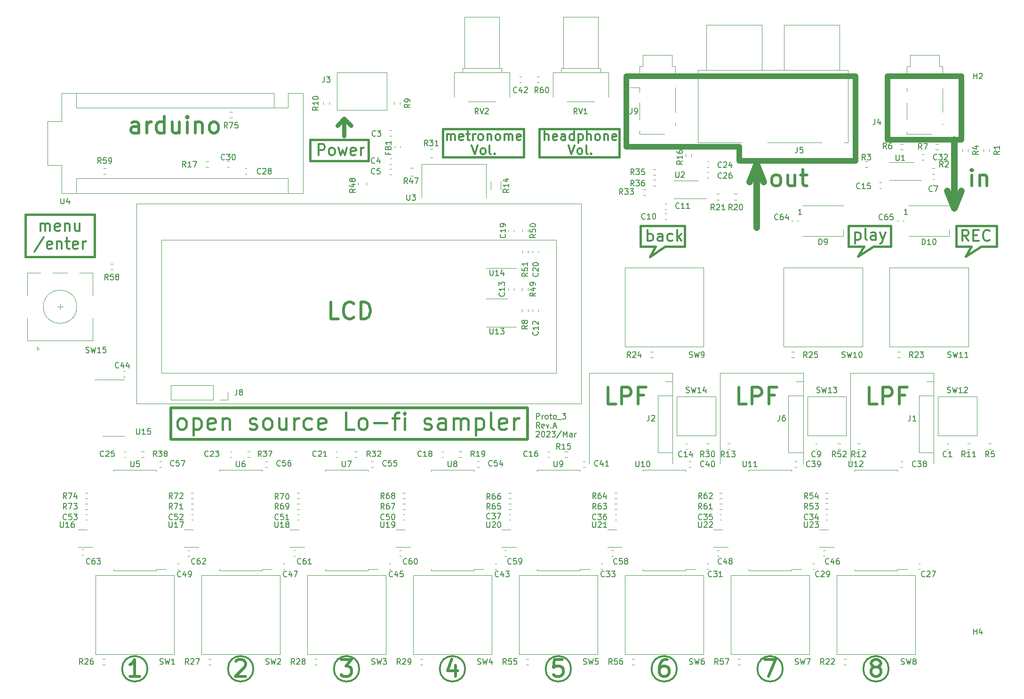
<source format=gto>
G04 #@! TF.GenerationSoftware,KiCad,Pcbnew,(6.0.1)*
G04 #@! TF.CreationDate,2023-03-29T13:18:54+07:00*
G04 #@! TF.ProjectId,ISD1700 sampler_main board,49534431-3730-4302-9073-616d706c6572,rev?*
G04 #@! TF.SameCoordinates,Original*
G04 #@! TF.FileFunction,Legend,Top*
G04 #@! TF.FilePolarity,Positive*
%FSLAX46Y46*%
G04 Gerber Fmt 4.6, Leading zero omitted, Abs format (unit mm)*
G04 Created by KiCad (PCBNEW (6.0.1)) date 2023-03-29 13:18:54*
%MOMM*%
%LPD*%
G01*
G04 APERTURE LIST*
%ADD10C,1.200000*%
%ADD11C,0.400000*%
%ADD12C,0.300000*%
%ADD13C,0.800000*%
%ADD14C,1.000000*%
%ADD15C,0.500000*%
%ADD16C,0.150000*%
%ADD17C,0.120000*%
G04 APERTURE END LIST*
D10*
X157988000Y-62215000D02*
X157988000Y-52055000D01*
D11*
X26396000Y-59860500D02*
X38842000Y-59860500D01*
X38842000Y-59860500D02*
X38842000Y-67480500D01*
X38842000Y-67480500D02*
X26396000Y-67480500D01*
X26396000Y-67480500D02*
X26396000Y-59860500D01*
D12*
X48347525Y-141590000D02*
G75*
G03*
X48347525Y-141590000I-2289525J0D01*
G01*
D11*
X193865500Y-65577750D02*
X193865500Y-61812250D01*
X137033000Y-65587750D02*
X137033000Y-61822250D01*
X137287000Y-65600000D02*
X137033000Y-65587750D01*
X182118000Y-65590000D02*
X182118000Y-61824500D01*
X195548250Y-67395000D02*
X198310500Y-65590000D01*
X141478000Y-65600000D02*
X144970500Y-65577750D01*
X182118000Y-61824500D02*
X174498000Y-61812250D01*
X177228500Y-65590000D02*
X176180750Y-67395000D01*
X138715750Y-67405000D02*
X141478000Y-65600000D01*
X196596000Y-65590000D02*
X195548250Y-67395000D01*
X178943000Y-65590000D02*
X182118000Y-65590000D01*
D13*
X83693000Y-42530000D02*
X82550000Y-43800000D01*
D12*
X143597525Y-141590000D02*
G75*
G03*
X143597525Y-141590000I-2289525J0D01*
G01*
D11*
X174752000Y-65590000D02*
X177228500Y-65590000D01*
D10*
X192278000Y-55547500D02*
X193548000Y-58722500D01*
X159258000Y-53960000D02*
X157988000Y-50785000D01*
D11*
X77597000Y-46340000D02*
X88138000Y-46340000D01*
X88138000Y-46340000D02*
X88138000Y-50150000D01*
X88138000Y-50150000D02*
X77597000Y-50150000D01*
X77597000Y-50150000D02*
X77597000Y-46340000D01*
X101473000Y-44435000D02*
X116078000Y-44435000D01*
X116078000Y-44435000D02*
X116078000Y-49515000D01*
X116078000Y-49515000D02*
X101473000Y-49515000D01*
X101473000Y-49515000D02*
X101473000Y-44435000D01*
D14*
X175767013Y-34910001D02*
X175768000Y-50150001D01*
X175768000Y-50150001D02*
X154813000Y-50150000D01*
X154813000Y-50150000D02*
X154813000Y-47610000D01*
X154813000Y-47610000D02*
X134493000Y-47610000D01*
X134493000Y-47610000D02*
X134493000Y-34910000D01*
X134493000Y-34910000D02*
X175767013Y-34910001D01*
D12*
X86447525Y-141590000D02*
G75*
G03*
X86447525Y-141590000I-2289525J0D01*
G01*
D11*
X174752000Y-65590000D02*
X174498000Y-65577750D01*
D12*
X162647525Y-141590000D02*
G75*
G03*
X162647525Y-141590000I-2289525J0D01*
G01*
D13*
X83693000Y-45705000D02*
X83693000Y-42530000D01*
D11*
X137287000Y-65600000D02*
X139763500Y-65600000D01*
D12*
X124547525Y-141590000D02*
G75*
G03*
X124547525Y-141590000I-2289525J0D01*
G01*
D14*
X181483000Y-34910000D02*
X194818000Y-34910000D01*
X194818000Y-34910000D02*
X194818000Y-46340000D01*
X194818000Y-46340000D02*
X181483000Y-46340000D01*
X181483000Y-46340000D02*
X181483000Y-34910000D01*
D12*
X105497525Y-141590000D02*
G75*
G03*
X105497525Y-141590000I-2289525J0D01*
G01*
D15*
X52578000Y-94600000D02*
X116713000Y-94600000D01*
X116713000Y-94600000D02*
X116713000Y-100315000D01*
X116713000Y-100315000D02*
X52578000Y-100315000D01*
X52578000Y-100315000D02*
X52578000Y-94600000D01*
D11*
X174498000Y-65577750D02*
X174498000Y-61812250D01*
D10*
X193548000Y-58722500D02*
X194818000Y-55547500D01*
D12*
X67397525Y-141590000D02*
G75*
G03*
X67397525Y-141590000I-2289525J0D01*
G01*
D11*
X144970500Y-65577750D02*
X144970500Y-61812250D01*
D12*
X181697525Y-141590000D02*
G75*
G03*
X181697525Y-141590000I-2289525J0D01*
G01*
D11*
X139763500Y-65600000D02*
X138715750Y-67405000D01*
X201168000Y-65590000D02*
X201168000Y-61824500D01*
X194119500Y-65590000D02*
X196596000Y-65590000D01*
X194119500Y-65590000D02*
X193865500Y-65577750D01*
X118872000Y-44435000D02*
X133223000Y-44435000D01*
X133223000Y-44435000D02*
X133223000Y-49515000D01*
X133223000Y-49515000D02*
X118872000Y-49515000D01*
X118872000Y-49515000D02*
X118872000Y-44435000D01*
D13*
X84963000Y-43800000D02*
X83693000Y-42530000D01*
D11*
X198310500Y-65590000D02*
X201168000Y-65590000D01*
X144970500Y-61812250D02*
X137033000Y-61822250D01*
D10*
X193548000Y-46340000D02*
X193548000Y-58405000D01*
X157988000Y-50785000D02*
X156718000Y-53960000D01*
D11*
X201168000Y-61824500D02*
X193865500Y-61812250D01*
X176180750Y-67395000D02*
X178943000Y-65590000D01*
D15*
X161274428Y-54682142D02*
X160988714Y-54539285D01*
X160845857Y-54396428D01*
X160703000Y-54110714D01*
X160703000Y-53253571D01*
X160845857Y-52967857D01*
X160988714Y-52825000D01*
X161274428Y-52682142D01*
X161703000Y-52682142D01*
X161988714Y-52825000D01*
X162131571Y-52967857D01*
X162274428Y-53253571D01*
X162274428Y-54110714D01*
X162131571Y-54396428D01*
X161988714Y-54539285D01*
X161703000Y-54682142D01*
X161274428Y-54682142D01*
X164845857Y-52682142D02*
X164845857Y-54682142D01*
X163560142Y-52682142D02*
X163560142Y-54253571D01*
X163703000Y-54539285D01*
X163988714Y-54682142D01*
X164417285Y-54682142D01*
X164703000Y-54539285D01*
X164845857Y-54396428D01*
X165845857Y-52682142D02*
X166988714Y-52682142D01*
X166274428Y-51682142D02*
X166274428Y-54253571D01*
X166417285Y-54539285D01*
X166703000Y-54682142D01*
X166988714Y-54682142D01*
D12*
X102200904Y-46410809D02*
X102200904Y-45344142D01*
X102200904Y-45496523D02*
X102281857Y-45420333D01*
X102443761Y-45344142D01*
X102686619Y-45344142D01*
X102848523Y-45420333D01*
X102929476Y-45572714D01*
X102929476Y-46410809D01*
X102929476Y-45572714D02*
X103010428Y-45420333D01*
X103172333Y-45344142D01*
X103415190Y-45344142D01*
X103577095Y-45420333D01*
X103658047Y-45572714D01*
X103658047Y-46410809D01*
X105115190Y-46334619D02*
X104953285Y-46410809D01*
X104629476Y-46410809D01*
X104467571Y-46334619D01*
X104386619Y-46182238D01*
X104386619Y-45572714D01*
X104467571Y-45420333D01*
X104629476Y-45344142D01*
X104953285Y-45344142D01*
X105115190Y-45420333D01*
X105196142Y-45572714D01*
X105196142Y-45725095D01*
X104386619Y-45877476D01*
X105681857Y-45344142D02*
X106329476Y-45344142D01*
X105924714Y-44810809D02*
X105924714Y-46182238D01*
X106005666Y-46334619D01*
X106167571Y-46410809D01*
X106329476Y-46410809D01*
X106896142Y-46410809D02*
X106896142Y-45344142D01*
X106896142Y-45648904D02*
X106977095Y-45496523D01*
X107058047Y-45420333D01*
X107219952Y-45344142D01*
X107381857Y-45344142D01*
X108191380Y-46410809D02*
X108029476Y-46334619D01*
X107948523Y-46258428D01*
X107867571Y-46106047D01*
X107867571Y-45648904D01*
X107948523Y-45496523D01*
X108029476Y-45420333D01*
X108191380Y-45344142D01*
X108434238Y-45344142D01*
X108596142Y-45420333D01*
X108677095Y-45496523D01*
X108758047Y-45648904D01*
X108758047Y-46106047D01*
X108677095Y-46258428D01*
X108596142Y-46334619D01*
X108434238Y-46410809D01*
X108191380Y-46410809D01*
X109486619Y-45344142D02*
X109486619Y-46410809D01*
X109486619Y-45496523D02*
X109567571Y-45420333D01*
X109729476Y-45344142D01*
X109972333Y-45344142D01*
X110134238Y-45420333D01*
X110215190Y-45572714D01*
X110215190Y-46410809D01*
X111267571Y-46410809D02*
X111105666Y-46334619D01*
X111024714Y-46258428D01*
X110943761Y-46106047D01*
X110943761Y-45648904D01*
X111024714Y-45496523D01*
X111105666Y-45420333D01*
X111267571Y-45344142D01*
X111510428Y-45344142D01*
X111672333Y-45420333D01*
X111753285Y-45496523D01*
X111834238Y-45648904D01*
X111834238Y-46106047D01*
X111753285Y-46258428D01*
X111672333Y-46334619D01*
X111510428Y-46410809D01*
X111267571Y-46410809D01*
X112562809Y-46410809D02*
X112562809Y-45344142D01*
X112562809Y-45496523D02*
X112643761Y-45420333D01*
X112805666Y-45344142D01*
X113048523Y-45344142D01*
X113210428Y-45420333D01*
X113291380Y-45572714D01*
X113291380Y-46410809D01*
X113291380Y-45572714D02*
X113372333Y-45420333D01*
X113534238Y-45344142D01*
X113777095Y-45344142D01*
X113939000Y-45420333D01*
X114019952Y-45572714D01*
X114019952Y-46410809D01*
X115477095Y-46334619D02*
X115315190Y-46410809D01*
X114991380Y-46410809D01*
X114829476Y-46334619D01*
X114748523Y-46182238D01*
X114748523Y-45572714D01*
X114829476Y-45420333D01*
X114991380Y-45344142D01*
X115315190Y-45344142D01*
X115477095Y-45420333D01*
X115558047Y-45572714D01*
X115558047Y-45725095D01*
X114748523Y-45877476D01*
X106653285Y-47386809D02*
X107219952Y-48986809D01*
X107786619Y-47386809D01*
X108596142Y-48986809D02*
X108434238Y-48910619D01*
X108353285Y-48834428D01*
X108272333Y-48682047D01*
X108272333Y-48224904D01*
X108353285Y-48072523D01*
X108434238Y-47996333D01*
X108596142Y-47920142D01*
X108839000Y-47920142D01*
X109000904Y-47996333D01*
X109081857Y-48072523D01*
X109162809Y-48224904D01*
X109162809Y-48682047D01*
X109081857Y-48834428D01*
X109000904Y-48910619D01*
X108839000Y-48986809D01*
X108596142Y-48986809D01*
X110134238Y-48986809D02*
X109972333Y-48910619D01*
X109891380Y-48758238D01*
X109891380Y-47386809D01*
X110781857Y-48834428D02*
X110862809Y-48910619D01*
X110781857Y-48986809D01*
X110700904Y-48910619D01*
X110781857Y-48834428D01*
X110781857Y-48986809D01*
D15*
X103779428Y-140947142D02*
X103779428Y-142947142D01*
X103065142Y-139804285D02*
X102350857Y-141947142D01*
X104208000Y-141947142D01*
X46784428Y-45157142D02*
X46784428Y-43585714D01*
X46641571Y-43300000D01*
X46355857Y-43157142D01*
X45784428Y-43157142D01*
X45498714Y-43300000D01*
X46784428Y-45014285D02*
X46498714Y-45157142D01*
X45784428Y-45157142D01*
X45498714Y-45014285D01*
X45355857Y-44728571D01*
X45355857Y-44442857D01*
X45498714Y-44157142D01*
X45784428Y-44014285D01*
X46498714Y-44014285D01*
X46784428Y-43871428D01*
X48213000Y-45157142D02*
X48213000Y-43157142D01*
X48213000Y-43728571D02*
X48355857Y-43442857D01*
X48498714Y-43300000D01*
X48784428Y-43157142D01*
X49070142Y-43157142D01*
X51355857Y-45157142D02*
X51355857Y-42157142D01*
X51355857Y-45014285D02*
X51070142Y-45157142D01*
X50498714Y-45157142D01*
X50213000Y-45014285D01*
X50070142Y-44871428D01*
X49927285Y-44585714D01*
X49927285Y-43728571D01*
X50070142Y-43442857D01*
X50213000Y-43300000D01*
X50498714Y-43157142D01*
X51070142Y-43157142D01*
X51355857Y-43300000D01*
X54070142Y-43157142D02*
X54070142Y-45157142D01*
X52784428Y-43157142D02*
X52784428Y-44728571D01*
X52927285Y-45014285D01*
X53213000Y-45157142D01*
X53641571Y-45157142D01*
X53927285Y-45014285D01*
X54070142Y-44871428D01*
X55498714Y-45157142D02*
X55498714Y-43157142D01*
X55498714Y-42157142D02*
X55355857Y-42300000D01*
X55498714Y-42442857D01*
X55641571Y-42300000D01*
X55498714Y-42157142D01*
X55498714Y-42442857D01*
X56927285Y-43157142D02*
X56927285Y-45157142D01*
X56927285Y-43442857D02*
X57070142Y-43300000D01*
X57355857Y-43157142D01*
X57784428Y-43157142D01*
X58070142Y-43300000D01*
X58213000Y-43585714D01*
X58213000Y-45157142D01*
X60070142Y-45157142D02*
X59784428Y-45014285D01*
X59641571Y-44871428D01*
X59498714Y-44585714D01*
X59498714Y-43728571D01*
X59641571Y-43442857D01*
X59784428Y-43300000D01*
X60070142Y-43157142D01*
X60498714Y-43157142D01*
X60784428Y-43300000D01*
X60927285Y-43442857D01*
X61070142Y-43728571D01*
X61070142Y-44585714D01*
X60927285Y-44871428D01*
X60784428Y-45014285D01*
X60498714Y-45157142D01*
X60070142Y-45157142D01*
D12*
X119802285Y-46410809D02*
X119802285Y-44810809D01*
X120530857Y-46410809D02*
X120530857Y-45572714D01*
X120449904Y-45420333D01*
X120288000Y-45344142D01*
X120045142Y-45344142D01*
X119883238Y-45420333D01*
X119802285Y-45496523D01*
X121988000Y-46334619D02*
X121826095Y-46410809D01*
X121502285Y-46410809D01*
X121340380Y-46334619D01*
X121259428Y-46182238D01*
X121259428Y-45572714D01*
X121340380Y-45420333D01*
X121502285Y-45344142D01*
X121826095Y-45344142D01*
X121988000Y-45420333D01*
X122068952Y-45572714D01*
X122068952Y-45725095D01*
X121259428Y-45877476D01*
X123526095Y-46410809D02*
X123526095Y-45572714D01*
X123445142Y-45420333D01*
X123283238Y-45344142D01*
X122959428Y-45344142D01*
X122797523Y-45420333D01*
X123526095Y-46334619D02*
X123364190Y-46410809D01*
X122959428Y-46410809D01*
X122797523Y-46334619D01*
X122716571Y-46182238D01*
X122716571Y-46029857D01*
X122797523Y-45877476D01*
X122959428Y-45801285D01*
X123364190Y-45801285D01*
X123526095Y-45725095D01*
X125064190Y-46410809D02*
X125064190Y-44810809D01*
X125064190Y-46334619D02*
X124902285Y-46410809D01*
X124578476Y-46410809D01*
X124416571Y-46334619D01*
X124335619Y-46258428D01*
X124254666Y-46106047D01*
X124254666Y-45648904D01*
X124335619Y-45496523D01*
X124416571Y-45420333D01*
X124578476Y-45344142D01*
X124902285Y-45344142D01*
X125064190Y-45420333D01*
X125873714Y-45344142D02*
X125873714Y-46944142D01*
X125873714Y-45420333D02*
X126035619Y-45344142D01*
X126359428Y-45344142D01*
X126521333Y-45420333D01*
X126602285Y-45496523D01*
X126683238Y-45648904D01*
X126683238Y-46106047D01*
X126602285Y-46258428D01*
X126521333Y-46334619D01*
X126359428Y-46410809D01*
X126035619Y-46410809D01*
X125873714Y-46334619D01*
X127411809Y-46410809D02*
X127411809Y-44810809D01*
X128140380Y-46410809D02*
X128140380Y-45572714D01*
X128059428Y-45420333D01*
X127897523Y-45344142D01*
X127654666Y-45344142D01*
X127492761Y-45420333D01*
X127411809Y-45496523D01*
X129192761Y-46410809D02*
X129030857Y-46334619D01*
X128949904Y-46258428D01*
X128868952Y-46106047D01*
X128868952Y-45648904D01*
X128949904Y-45496523D01*
X129030857Y-45420333D01*
X129192761Y-45344142D01*
X129435619Y-45344142D01*
X129597523Y-45420333D01*
X129678476Y-45496523D01*
X129759428Y-45648904D01*
X129759428Y-46106047D01*
X129678476Y-46258428D01*
X129597523Y-46334619D01*
X129435619Y-46410809D01*
X129192761Y-46410809D01*
X130488000Y-45344142D02*
X130488000Y-46410809D01*
X130488000Y-45496523D02*
X130568952Y-45420333D01*
X130730857Y-45344142D01*
X130973714Y-45344142D01*
X131135619Y-45420333D01*
X131216571Y-45572714D01*
X131216571Y-46410809D01*
X132673714Y-46334619D02*
X132511809Y-46410809D01*
X132188000Y-46410809D01*
X132026095Y-46334619D01*
X131945142Y-46182238D01*
X131945142Y-45572714D01*
X132026095Y-45420333D01*
X132188000Y-45344142D01*
X132511809Y-45344142D01*
X132673714Y-45420333D01*
X132754666Y-45572714D01*
X132754666Y-45725095D01*
X131945142Y-45877476D01*
X124052285Y-47386809D02*
X124618952Y-48986809D01*
X125185619Y-47386809D01*
X125995142Y-48986809D02*
X125833238Y-48910619D01*
X125752285Y-48834428D01*
X125671333Y-48682047D01*
X125671333Y-48224904D01*
X125752285Y-48072523D01*
X125833238Y-47996333D01*
X125995142Y-47920142D01*
X126238000Y-47920142D01*
X126399904Y-47996333D01*
X126480857Y-48072523D01*
X126561809Y-48224904D01*
X126561809Y-48682047D01*
X126480857Y-48834428D01*
X126399904Y-48910619D01*
X126238000Y-48986809D01*
X125995142Y-48986809D01*
X127533238Y-48986809D02*
X127371333Y-48910619D01*
X127290380Y-48758238D01*
X127290380Y-47386809D01*
X128180857Y-48834428D02*
X128261809Y-48910619D01*
X128180857Y-48986809D01*
X128099904Y-48910619D01*
X128180857Y-48834428D01*
X128180857Y-48986809D01*
X29095190Y-62779761D02*
X29095190Y-61446428D01*
X29095190Y-61636904D02*
X29190428Y-61541666D01*
X29380904Y-61446428D01*
X29666619Y-61446428D01*
X29857095Y-61541666D01*
X29952333Y-61732142D01*
X29952333Y-62779761D01*
X29952333Y-61732142D02*
X30047571Y-61541666D01*
X30238047Y-61446428D01*
X30523761Y-61446428D01*
X30714238Y-61541666D01*
X30809476Y-61732142D01*
X30809476Y-62779761D01*
X32523761Y-62684523D02*
X32333285Y-62779761D01*
X31952333Y-62779761D01*
X31761857Y-62684523D01*
X31666619Y-62494047D01*
X31666619Y-61732142D01*
X31761857Y-61541666D01*
X31952333Y-61446428D01*
X32333285Y-61446428D01*
X32523761Y-61541666D01*
X32619000Y-61732142D01*
X32619000Y-61922619D01*
X31666619Y-62113095D01*
X33476142Y-61446428D02*
X33476142Y-62779761D01*
X33476142Y-61636904D02*
X33571380Y-61541666D01*
X33761857Y-61446428D01*
X34047571Y-61446428D01*
X34238047Y-61541666D01*
X34333285Y-61732142D01*
X34333285Y-62779761D01*
X36142809Y-61446428D02*
X36142809Y-62779761D01*
X35285666Y-61446428D02*
X35285666Y-62494047D01*
X35380904Y-62684523D01*
X35571380Y-62779761D01*
X35857095Y-62779761D01*
X36047571Y-62684523D01*
X36142809Y-62589285D01*
X29666619Y-63904523D02*
X27952333Y-66475952D01*
X31095190Y-65904523D02*
X30904714Y-65999761D01*
X30523761Y-65999761D01*
X30333285Y-65904523D01*
X30238047Y-65714047D01*
X30238047Y-64952142D01*
X30333285Y-64761666D01*
X30523761Y-64666428D01*
X30904714Y-64666428D01*
X31095190Y-64761666D01*
X31190428Y-64952142D01*
X31190428Y-65142619D01*
X30238047Y-65333095D01*
X32047571Y-64666428D02*
X32047571Y-65999761D01*
X32047571Y-64856904D02*
X32142809Y-64761666D01*
X32333285Y-64666428D01*
X32619000Y-64666428D01*
X32809476Y-64761666D01*
X32904714Y-64952142D01*
X32904714Y-65999761D01*
X33571380Y-64666428D02*
X34333285Y-64666428D01*
X33857095Y-63999761D02*
X33857095Y-65714047D01*
X33952333Y-65904523D01*
X34142809Y-65999761D01*
X34333285Y-65999761D01*
X35761857Y-65904523D02*
X35571380Y-65999761D01*
X35190428Y-65999761D01*
X34999952Y-65904523D01*
X34904714Y-65714047D01*
X34904714Y-64952142D01*
X34999952Y-64761666D01*
X35190428Y-64666428D01*
X35571380Y-64666428D01*
X35761857Y-64761666D01*
X35857095Y-64952142D01*
X35857095Y-65142619D01*
X34904714Y-65333095D01*
X36714238Y-65999761D02*
X36714238Y-64666428D01*
X36714238Y-65047380D02*
X36809476Y-64856904D01*
X36904714Y-64761666D01*
X37095190Y-64666428D01*
X37285666Y-64666428D01*
D15*
X141879428Y-139947142D02*
X141308000Y-139947142D01*
X141022285Y-140090000D01*
X140879428Y-140232857D01*
X140593714Y-140661428D01*
X140450857Y-141232857D01*
X140450857Y-142375714D01*
X140593714Y-142661428D01*
X140736571Y-142804285D01*
X141022285Y-142947142D01*
X141593714Y-142947142D01*
X141879428Y-142804285D01*
X142022285Y-142661428D01*
X142165142Y-142375714D01*
X142165142Y-141661428D01*
X142022285Y-141375714D01*
X141879428Y-141232857D01*
X141593714Y-141090000D01*
X141022285Y-141090000D01*
X140736571Y-141232857D01*
X140593714Y-141375714D01*
X140450857Y-141661428D01*
D12*
X196072285Y-64599761D02*
X195405619Y-63647380D01*
X194929428Y-64599761D02*
X194929428Y-62599761D01*
X195691333Y-62599761D01*
X195881809Y-62695000D01*
X195977047Y-62790238D01*
X196072285Y-62980714D01*
X196072285Y-63266428D01*
X195977047Y-63456904D01*
X195881809Y-63552142D01*
X195691333Y-63647380D01*
X194929428Y-63647380D01*
X196929428Y-63552142D02*
X197596095Y-63552142D01*
X197881809Y-64599761D02*
X196929428Y-64599761D01*
X196929428Y-62599761D01*
X197881809Y-62599761D01*
X199881809Y-64409285D02*
X199786571Y-64504523D01*
X199500857Y-64599761D01*
X199310380Y-64599761D01*
X199024666Y-64504523D01*
X198834190Y-64314047D01*
X198738952Y-64123571D01*
X198643714Y-63742619D01*
X198643714Y-63456904D01*
X198738952Y-63075952D01*
X198834190Y-62885476D01*
X199024666Y-62695000D01*
X199310380Y-62599761D01*
X199500857Y-62599761D01*
X199786571Y-62695000D01*
X199881809Y-62790238D01*
X138351000Y-64599761D02*
X138351000Y-62599761D01*
X138351000Y-63361666D02*
X138541476Y-63266428D01*
X138922428Y-63266428D01*
X139112904Y-63361666D01*
X139208142Y-63456904D01*
X139303380Y-63647380D01*
X139303380Y-64218809D01*
X139208142Y-64409285D01*
X139112904Y-64504523D01*
X138922428Y-64599761D01*
X138541476Y-64599761D01*
X138351000Y-64504523D01*
X141017666Y-64599761D02*
X141017666Y-63552142D01*
X140922428Y-63361666D01*
X140731952Y-63266428D01*
X140351000Y-63266428D01*
X140160523Y-63361666D01*
X141017666Y-64504523D02*
X140827190Y-64599761D01*
X140351000Y-64599761D01*
X140160523Y-64504523D01*
X140065285Y-64314047D01*
X140065285Y-64123571D01*
X140160523Y-63933095D01*
X140351000Y-63837857D01*
X140827190Y-63837857D01*
X141017666Y-63742619D01*
X142827190Y-64504523D02*
X142636714Y-64599761D01*
X142255761Y-64599761D01*
X142065285Y-64504523D01*
X141970047Y-64409285D01*
X141874809Y-64218809D01*
X141874809Y-63647380D01*
X141970047Y-63456904D01*
X142065285Y-63361666D01*
X142255761Y-63266428D01*
X142636714Y-63266428D01*
X142827190Y-63361666D01*
X143684333Y-64599761D02*
X143684333Y-62599761D01*
X143874809Y-63837857D02*
X144446238Y-64599761D01*
X144446238Y-63266428D02*
X143684333Y-64028333D01*
D11*
X54298357Y-98497142D02*
X54012642Y-98354285D01*
X53869785Y-98211428D01*
X53726928Y-97925714D01*
X53726928Y-97068571D01*
X53869785Y-96782857D01*
X54012642Y-96640000D01*
X54298357Y-96497142D01*
X54726928Y-96497142D01*
X55012642Y-96640000D01*
X55155500Y-96782857D01*
X55298357Y-97068571D01*
X55298357Y-97925714D01*
X55155500Y-98211428D01*
X55012642Y-98354285D01*
X54726928Y-98497142D01*
X54298357Y-98497142D01*
X56584071Y-96497142D02*
X56584071Y-99497142D01*
X56584071Y-96640000D02*
X56869785Y-96497142D01*
X57441214Y-96497142D01*
X57726928Y-96640000D01*
X57869785Y-96782857D01*
X58012642Y-97068571D01*
X58012642Y-97925714D01*
X57869785Y-98211428D01*
X57726928Y-98354285D01*
X57441214Y-98497142D01*
X56869785Y-98497142D01*
X56584071Y-98354285D01*
X60441214Y-98354285D02*
X60155500Y-98497142D01*
X59584071Y-98497142D01*
X59298357Y-98354285D01*
X59155500Y-98068571D01*
X59155500Y-96925714D01*
X59298357Y-96640000D01*
X59584071Y-96497142D01*
X60155500Y-96497142D01*
X60441214Y-96640000D01*
X60584071Y-96925714D01*
X60584071Y-97211428D01*
X59155500Y-97497142D01*
X61869785Y-96497142D02*
X61869785Y-98497142D01*
X61869785Y-96782857D02*
X62012642Y-96640000D01*
X62298357Y-96497142D01*
X62726928Y-96497142D01*
X63012642Y-96640000D01*
X63155500Y-96925714D01*
X63155500Y-98497142D01*
X66726928Y-98354285D02*
X67012642Y-98497142D01*
X67584071Y-98497142D01*
X67869785Y-98354285D01*
X68012642Y-98068571D01*
X68012642Y-97925714D01*
X67869785Y-97640000D01*
X67584071Y-97497142D01*
X67155500Y-97497142D01*
X66869785Y-97354285D01*
X66726928Y-97068571D01*
X66726928Y-96925714D01*
X66869785Y-96640000D01*
X67155500Y-96497142D01*
X67584071Y-96497142D01*
X67869785Y-96640000D01*
X69726928Y-98497142D02*
X69441214Y-98354285D01*
X69298357Y-98211428D01*
X69155500Y-97925714D01*
X69155500Y-97068571D01*
X69298357Y-96782857D01*
X69441214Y-96640000D01*
X69726928Y-96497142D01*
X70155500Y-96497142D01*
X70441214Y-96640000D01*
X70584071Y-96782857D01*
X70726928Y-97068571D01*
X70726928Y-97925714D01*
X70584071Y-98211428D01*
X70441214Y-98354285D01*
X70155500Y-98497142D01*
X69726928Y-98497142D01*
X73298357Y-96497142D02*
X73298357Y-98497142D01*
X72012642Y-96497142D02*
X72012642Y-98068571D01*
X72155500Y-98354285D01*
X72441214Y-98497142D01*
X72869785Y-98497142D01*
X73155500Y-98354285D01*
X73298357Y-98211428D01*
X74726928Y-98497142D02*
X74726928Y-96497142D01*
X74726928Y-97068571D02*
X74869785Y-96782857D01*
X75012642Y-96640000D01*
X75298357Y-96497142D01*
X75584071Y-96497142D01*
X77869785Y-98354285D02*
X77584071Y-98497142D01*
X77012642Y-98497142D01*
X76726928Y-98354285D01*
X76584071Y-98211428D01*
X76441214Y-97925714D01*
X76441214Y-97068571D01*
X76584071Y-96782857D01*
X76726928Y-96640000D01*
X77012642Y-96497142D01*
X77584071Y-96497142D01*
X77869785Y-96640000D01*
X80298357Y-98354285D02*
X80012642Y-98497142D01*
X79441214Y-98497142D01*
X79155500Y-98354285D01*
X79012642Y-98068571D01*
X79012642Y-96925714D01*
X79155500Y-96640000D01*
X79441214Y-96497142D01*
X80012642Y-96497142D01*
X80298357Y-96640000D01*
X80441214Y-96925714D01*
X80441214Y-97211428D01*
X79012642Y-97497142D01*
X85441214Y-98497142D02*
X84012642Y-98497142D01*
X84012642Y-95497142D01*
X86869785Y-98497142D02*
X86584071Y-98354285D01*
X86441214Y-98211428D01*
X86298357Y-97925714D01*
X86298357Y-97068571D01*
X86441214Y-96782857D01*
X86584071Y-96640000D01*
X86869785Y-96497142D01*
X87298357Y-96497142D01*
X87584071Y-96640000D01*
X87726928Y-96782857D01*
X87869785Y-97068571D01*
X87869785Y-97925714D01*
X87726928Y-98211428D01*
X87584071Y-98354285D01*
X87298357Y-98497142D01*
X86869785Y-98497142D01*
X89155500Y-97354285D02*
X91441214Y-97354285D01*
X92441214Y-96497142D02*
X93584071Y-96497142D01*
X92869785Y-98497142D02*
X92869785Y-95925714D01*
X93012642Y-95640000D01*
X93298357Y-95497142D01*
X93584071Y-95497142D01*
X94584071Y-98497142D02*
X94584071Y-96497142D01*
X94584071Y-95497142D02*
X94441214Y-95640000D01*
X94584071Y-95782857D01*
X94726928Y-95640000D01*
X94584071Y-95497142D01*
X94584071Y-95782857D01*
X98155500Y-98354285D02*
X98441214Y-98497142D01*
X99012642Y-98497142D01*
X99298357Y-98354285D01*
X99441214Y-98068571D01*
X99441214Y-97925714D01*
X99298357Y-97640000D01*
X99012642Y-97497142D01*
X98584071Y-97497142D01*
X98298357Y-97354285D01*
X98155500Y-97068571D01*
X98155500Y-96925714D01*
X98298357Y-96640000D01*
X98584071Y-96497142D01*
X99012642Y-96497142D01*
X99298357Y-96640000D01*
X102012642Y-98497142D02*
X102012642Y-96925714D01*
X101869785Y-96640000D01*
X101584071Y-96497142D01*
X101012642Y-96497142D01*
X100726928Y-96640000D01*
X102012642Y-98354285D02*
X101726928Y-98497142D01*
X101012642Y-98497142D01*
X100726928Y-98354285D01*
X100584071Y-98068571D01*
X100584071Y-97782857D01*
X100726928Y-97497142D01*
X101012642Y-97354285D01*
X101726928Y-97354285D01*
X102012642Y-97211428D01*
X103441214Y-98497142D02*
X103441214Y-96497142D01*
X103441214Y-96782857D02*
X103584071Y-96640000D01*
X103869785Y-96497142D01*
X104298357Y-96497142D01*
X104584071Y-96640000D01*
X104726928Y-96925714D01*
X104726928Y-98497142D01*
X104726928Y-96925714D02*
X104869785Y-96640000D01*
X105155500Y-96497142D01*
X105584071Y-96497142D01*
X105869785Y-96640000D01*
X106012642Y-96925714D01*
X106012642Y-98497142D01*
X107441214Y-96497142D02*
X107441214Y-99497142D01*
X107441214Y-96640000D02*
X107726928Y-96497142D01*
X108298357Y-96497142D01*
X108584071Y-96640000D01*
X108726928Y-96782857D01*
X108869785Y-97068571D01*
X108869785Y-97925714D01*
X108726928Y-98211428D01*
X108584071Y-98354285D01*
X108298357Y-98497142D01*
X107726928Y-98497142D01*
X107441214Y-98354285D01*
X110584071Y-98497142D02*
X110298357Y-98354285D01*
X110155500Y-98068571D01*
X110155500Y-95497142D01*
X112869785Y-98354285D02*
X112584071Y-98497142D01*
X112012642Y-98497142D01*
X111726928Y-98354285D01*
X111584071Y-98068571D01*
X111584071Y-96925714D01*
X111726928Y-96640000D01*
X112012642Y-96497142D01*
X112584071Y-96497142D01*
X112869785Y-96640000D01*
X113012642Y-96925714D01*
X113012642Y-97211428D01*
X111584071Y-97497142D01*
X114298357Y-98497142D02*
X114298357Y-96497142D01*
X114298357Y-97068571D02*
X114441214Y-96782857D01*
X114584071Y-96640000D01*
X114869785Y-96497142D01*
X115155500Y-96497142D01*
D15*
X156130857Y-93927142D02*
X154702285Y-93927142D01*
X154702285Y-90927142D01*
X157130857Y-93927142D02*
X157130857Y-90927142D01*
X158273714Y-90927142D01*
X158559428Y-91070000D01*
X158702285Y-91212857D01*
X158845142Y-91498571D01*
X158845142Y-91927142D01*
X158702285Y-92212857D01*
X158559428Y-92355714D01*
X158273714Y-92498571D01*
X157130857Y-92498571D01*
X161130857Y-92355714D02*
X160130857Y-92355714D01*
X160130857Y-93927142D02*
X160130857Y-90927142D01*
X161559428Y-90927142D01*
X82721571Y-78597142D02*
X81293000Y-78597142D01*
X81293000Y-75597142D01*
X85435857Y-78311428D02*
X85293000Y-78454285D01*
X84864428Y-78597142D01*
X84578714Y-78597142D01*
X84150142Y-78454285D01*
X83864428Y-78168571D01*
X83721571Y-77882857D01*
X83578714Y-77311428D01*
X83578714Y-76882857D01*
X83721571Y-76311428D01*
X83864428Y-76025714D01*
X84150142Y-75740000D01*
X84578714Y-75597142D01*
X84864428Y-75597142D01*
X85293000Y-75740000D01*
X85435857Y-75882857D01*
X86721571Y-78597142D02*
X86721571Y-75597142D01*
X87435857Y-75597142D01*
X87864428Y-75740000D01*
X88150142Y-76025714D01*
X88293000Y-76311428D01*
X88435857Y-76882857D01*
X88435857Y-77311428D01*
X88293000Y-77882857D01*
X88150142Y-78168571D01*
X87864428Y-78454285D01*
X87435857Y-78597142D01*
X86721571Y-78597142D01*
X83158000Y-139947142D02*
X85015142Y-139947142D01*
X84015142Y-141090000D01*
X84443714Y-141090000D01*
X84729428Y-141232857D01*
X84872285Y-141375714D01*
X85015142Y-141661428D01*
X85015142Y-142375714D01*
X84872285Y-142661428D01*
X84729428Y-142804285D01*
X84443714Y-142947142D01*
X83586571Y-142947142D01*
X83300857Y-142804285D01*
X83158000Y-142661428D01*
X64250857Y-140232857D02*
X64393714Y-140090000D01*
X64679428Y-139947142D01*
X65393714Y-139947142D01*
X65679428Y-140090000D01*
X65822285Y-140232857D01*
X65965142Y-140518571D01*
X65965142Y-140804285D01*
X65822285Y-141232857D01*
X64108000Y-142947142D01*
X65965142Y-142947142D01*
D12*
X79105619Y-49149761D02*
X79105619Y-47149761D01*
X79867523Y-47149761D01*
X80058000Y-47245000D01*
X80153238Y-47340238D01*
X80248476Y-47530714D01*
X80248476Y-47816428D01*
X80153238Y-48006904D01*
X80058000Y-48102142D01*
X79867523Y-48197380D01*
X79105619Y-48197380D01*
X81391333Y-49149761D02*
X81200857Y-49054523D01*
X81105619Y-48959285D01*
X81010380Y-48768809D01*
X81010380Y-48197380D01*
X81105619Y-48006904D01*
X81200857Y-47911666D01*
X81391333Y-47816428D01*
X81677047Y-47816428D01*
X81867523Y-47911666D01*
X81962761Y-48006904D01*
X82058000Y-48197380D01*
X82058000Y-48768809D01*
X81962761Y-48959285D01*
X81867523Y-49054523D01*
X81677047Y-49149761D01*
X81391333Y-49149761D01*
X82724666Y-47816428D02*
X83105619Y-49149761D01*
X83486571Y-48197380D01*
X83867523Y-49149761D01*
X84248476Y-47816428D01*
X85772285Y-49054523D02*
X85581809Y-49149761D01*
X85200857Y-49149761D01*
X85010380Y-49054523D01*
X84915142Y-48864047D01*
X84915142Y-48102142D01*
X85010380Y-47911666D01*
X85200857Y-47816428D01*
X85581809Y-47816428D01*
X85772285Y-47911666D01*
X85867523Y-48102142D01*
X85867523Y-48292619D01*
X84915142Y-48483095D01*
X86724666Y-49149761D02*
X86724666Y-47816428D01*
X86724666Y-48197380D02*
X86819904Y-48006904D01*
X86915142Y-47911666D01*
X87105619Y-47816428D01*
X87296095Y-47816428D01*
D15*
X179625857Y-93927142D02*
X178197285Y-93927142D01*
X178197285Y-90927142D01*
X180625857Y-93927142D02*
X180625857Y-90927142D01*
X181768714Y-90927142D01*
X182054428Y-91070000D01*
X182197285Y-91212857D01*
X182340142Y-91498571D01*
X182340142Y-91927142D01*
X182197285Y-92212857D01*
X182054428Y-92355714D01*
X181768714Y-92498571D01*
X180625857Y-92498571D01*
X184625857Y-92355714D02*
X183625857Y-92355714D01*
X183625857Y-93927142D02*
X183625857Y-90927142D01*
X185054428Y-90927142D01*
X132635857Y-93927142D02*
X131207285Y-93927142D01*
X131207285Y-90927142D01*
X133635857Y-93927142D02*
X133635857Y-90927142D01*
X134778714Y-90927142D01*
X135064428Y-91070000D01*
X135207285Y-91212857D01*
X135350142Y-91498571D01*
X135350142Y-91927142D01*
X135207285Y-92212857D01*
X135064428Y-92355714D01*
X134778714Y-92498571D01*
X133635857Y-92498571D01*
X137635857Y-92355714D02*
X136635857Y-92355714D01*
X136635857Y-93927142D02*
X136635857Y-90927142D01*
X138064428Y-90927142D01*
D16*
X118318595Y-96617380D02*
X118318595Y-95617380D01*
X118699547Y-95617380D01*
X118794785Y-95665000D01*
X118842404Y-95712619D01*
X118890023Y-95807857D01*
X118890023Y-95950714D01*
X118842404Y-96045952D01*
X118794785Y-96093571D01*
X118699547Y-96141190D01*
X118318595Y-96141190D01*
X119318595Y-96617380D02*
X119318595Y-95950714D01*
X119318595Y-96141190D02*
X119366214Y-96045952D01*
X119413833Y-95998333D01*
X119509071Y-95950714D01*
X119604309Y-95950714D01*
X120080500Y-96617380D02*
X119985261Y-96569761D01*
X119937642Y-96522142D01*
X119890023Y-96426904D01*
X119890023Y-96141190D01*
X119937642Y-96045952D01*
X119985261Y-95998333D01*
X120080500Y-95950714D01*
X120223357Y-95950714D01*
X120318595Y-95998333D01*
X120366214Y-96045952D01*
X120413833Y-96141190D01*
X120413833Y-96426904D01*
X120366214Y-96522142D01*
X120318595Y-96569761D01*
X120223357Y-96617380D01*
X120080500Y-96617380D01*
X120699547Y-95950714D02*
X121080500Y-95950714D01*
X120842404Y-95617380D02*
X120842404Y-96474523D01*
X120890023Y-96569761D01*
X120985261Y-96617380D01*
X121080500Y-96617380D01*
X121556690Y-96617380D02*
X121461452Y-96569761D01*
X121413833Y-96522142D01*
X121366214Y-96426904D01*
X121366214Y-96141190D01*
X121413833Y-96045952D01*
X121461452Y-95998333D01*
X121556690Y-95950714D01*
X121699547Y-95950714D01*
X121794785Y-95998333D01*
X121842404Y-96045952D01*
X121890023Y-96141190D01*
X121890023Y-96426904D01*
X121842404Y-96522142D01*
X121794785Y-96569761D01*
X121699547Y-96617380D01*
X121556690Y-96617380D01*
X122080500Y-96712619D02*
X122842404Y-96712619D01*
X122985261Y-95617380D02*
X123604309Y-95617380D01*
X123270976Y-95998333D01*
X123413833Y-95998333D01*
X123509071Y-96045952D01*
X123556690Y-96093571D01*
X123604309Y-96188809D01*
X123604309Y-96426904D01*
X123556690Y-96522142D01*
X123509071Y-96569761D01*
X123413833Y-96617380D01*
X123128119Y-96617380D01*
X123032880Y-96569761D01*
X122985261Y-96522142D01*
X118890023Y-98227380D02*
X118556690Y-97751190D01*
X118318595Y-98227380D02*
X118318595Y-97227380D01*
X118699547Y-97227380D01*
X118794785Y-97275000D01*
X118842404Y-97322619D01*
X118890023Y-97417857D01*
X118890023Y-97560714D01*
X118842404Y-97655952D01*
X118794785Y-97703571D01*
X118699547Y-97751190D01*
X118318595Y-97751190D01*
X119699547Y-98179761D02*
X119604309Y-98227380D01*
X119413833Y-98227380D01*
X119318595Y-98179761D01*
X119270976Y-98084523D01*
X119270976Y-97703571D01*
X119318595Y-97608333D01*
X119413833Y-97560714D01*
X119604309Y-97560714D01*
X119699547Y-97608333D01*
X119747166Y-97703571D01*
X119747166Y-97798809D01*
X119270976Y-97894047D01*
X120080500Y-97560714D02*
X120318595Y-98227380D01*
X120556690Y-97560714D01*
X120937642Y-98132142D02*
X120985261Y-98179761D01*
X120937642Y-98227380D01*
X120890023Y-98179761D01*
X120937642Y-98132142D01*
X120937642Y-98227380D01*
X121366214Y-97941666D02*
X121842404Y-97941666D01*
X121270976Y-98227380D02*
X121604309Y-97227380D01*
X121937642Y-98227380D01*
X118270976Y-98932619D02*
X118318595Y-98885000D01*
X118413833Y-98837380D01*
X118651928Y-98837380D01*
X118747166Y-98885000D01*
X118794785Y-98932619D01*
X118842404Y-99027857D01*
X118842404Y-99123095D01*
X118794785Y-99265952D01*
X118223357Y-99837380D01*
X118842404Y-99837380D01*
X119461452Y-98837380D02*
X119556690Y-98837380D01*
X119651928Y-98885000D01*
X119699547Y-98932619D01*
X119747166Y-99027857D01*
X119794785Y-99218333D01*
X119794785Y-99456428D01*
X119747166Y-99646904D01*
X119699547Y-99742142D01*
X119651928Y-99789761D01*
X119556690Y-99837380D01*
X119461452Y-99837380D01*
X119366214Y-99789761D01*
X119318595Y-99742142D01*
X119270976Y-99646904D01*
X119223357Y-99456428D01*
X119223357Y-99218333D01*
X119270976Y-99027857D01*
X119318595Y-98932619D01*
X119366214Y-98885000D01*
X119461452Y-98837380D01*
X120175738Y-98932619D02*
X120223357Y-98885000D01*
X120318595Y-98837380D01*
X120556690Y-98837380D01*
X120651928Y-98885000D01*
X120699547Y-98932619D01*
X120747166Y-99027857D01*
X120747166Y-99123095D01*
X120699547Y-99265952D01*
X120128119Y-99837380D01*
X120747166Y-99837380D01*
X121080500Y-98837380D02*
X121699547Y-98837380D01*
X121366214Y-99218333D01*
X121509071Y-99218333D01*
X121604309Y-99265952D01*
X121651928Y-99313571D01*
X121699547Y-99408809D01*
X121699547Y-99646904D01*
X121651928Y-99742142D01*
X121604309Y-99789761D01*
X121509071Y-99837380D01*
X121223357Y-99837380D01*
X121128119Y-99789761D01*
X121080500Y-99742142D01*
X122842404Y-98789761D02*
X121985261Y-100075476D01*
X123175738Y-99837380D02*
X123175738Y-98837380D01*
X123509071Y-99551666D01*
X123842404Y-98837380D01*
X123842404Y-99837380D01*
X124747166Y-99837380D02*
X124747166Y-99313571D01*
X124699547Y-99218333D01*
X124604309Y-99170714D01*
X124413833Y-99170714D01*
X124318595Y-99218333D01*
X124747166Y-99789761D02*
X124651928Y-99837380D01*
X124413833Y-99837380D01*
X124318595Y-99789761D01*
X124270976Y-99694523D01*
X124270976Y-99599285D01*
X124318595Y-99504047D01*
X124413833Y-99456428D01*
X124651928Y-99456428D01*
X124747166Y-99408809D01*
X125223357Y-99837380D02*
X125223357Y-99170714D01*
X125223357Y-99361190D02*
X125270976Y-99265952D01*
X125318595Y-99218333D01*
X125413833Y-99170714D01*
X125509071Y-99170714D01*
D15*
X46915142Y-142947142D02*
X45200857Y-142947142D01*
X46058000Y-142947142D02*
X46058000Y-139947142D01*
X45772285Y-140375714D01*
X45486571Y-140661428D01*
X45200857Y-140804285D01*
X196635857Y-54682142D02*
X196635857Y-52682142D01*
X196635857Y-51682142D02*
X196493000Y-51825000D01*
X196635857Y-51967857D01*
X196778714Y-51825000D01*
X196635857Y-51682142D01*
X196635857Y-51967857D01*
X198064428Y-52682142D02*
X198064428Y-54682142D01*
X198064428Y-52967857D02*
X198207285Y-52825000D01*
X198493000Y-52682142D01*
X198921571Y-52682142D01*
X199207285Y-52825000D01*
X199350142Y-53110714D01*
X199350142Y-54682142D01*
D12*
X175688952Y-63056428D02*
X175688952Y-65056428D01*
X175688952Y-63151666D02*
X175879428Y-63056428D01*
X176260380Y-63056428D01*
X176450857Y-63151666D01*
X176546095Y-63246904D01*
X176641333Y-63437380D01*
X176641333Y-64008809D01*
X176546095Y-64199285D01*
X176450857Y-64294523D01*
X176260380Y-64389761D01*
X175879428Y-64389761D01*
X175688952Y-64294523D01*
X177784190Y-64389761D02*
X177593714Y-64294523D01*
X177498476Y-64104047D01*
X177498476Y-62389761D01*
X179403238Y-64389761D02*
X179403238Y-63342142D01*
X179308000Y-63151666D01*
X179117523Y-63056428D01*
X178736571Y-63056428D01*
X178546095Y-63151666D01*
X179403238Y-64294523D02*
X179212761Y-64389761D01*
X178736571Y-64389761D01*
X178546095Y-64294523D01*
X178450857Y-64104047D01*
X178450857Y-63913571D01*
X178546095Y-63723095D01*
X178736571Y-63627857D01*
X179212761Y-63627857D01*
X179403238Y-63532619D01*
X180165142Y-63056428D02*
X180641333Y-64389761D01*
X181117523Y-63056428D02*
X180641333Y-64389761D01*
X180450857Y-64865952D01*
X180355619Y-64961190D01*
X180165142Y-65056428D01*
D15*
X159358000Y-139947142D02*
X161358000Y-139947142D01*
X160072285Y-142947142D01*
X179122285Y-141232857D02*
X178836571Y-141090000D01*
X178693714Y-140947142D01*
X178550857Y-140661428D01*
X178550857Y-140518571D01*
X178693714Y-140232857D01*
X178836571Y-140090000D01*
X179122285Y-139947142D01*
X179693714Y-139947142D01*
X179979428Y-140090000D01*
X180122285Y-140232857D01*
X180265142Y-140518571D01*
X180265142Y-140661428D01*
X180122285Y-140947142D01*
X179979428Y-141090000D01*
X179693714Y-141232857D01*
X179122285Y-141232857D01*
X178836571Y-141375714D01*
X178693714Y-141518571D01*
X178550857Y-141804285D01*
X178550857Y-142375714D01*
X178693714Y-142661428D01*
X178836571Y-142804285D01*
X179122285Y-142947142D01*
X179693714Y-142947142D01*
X179979428Y-142804285D01*
X180122285Y-142661428D01*
X180265142Y-142375714D01*
X180265142Y-141804285D01*
X180122285Y-141518571D01*
X179979428Y-141375714D01*
X179693714Y-141232857D01*
X122972285Y-139947142D02*
X121543714Y-139947142D01*
X121400857Y-141375714D01*
X121543714Y-141232857D01*
X121829428Y-141090000D01*
X122543714Y-141090000D01*
X122829428Y-141232857D01*
X122972285Y-141375714D01*
X123115142Y-141661428D01*
X123115142Y-142375714D01*
X122972285Y-142661428D01*
X122829428Y-142804285D01*
X122543714Y-142947142D01*
X121829428Y-142947142D01*
X121543714Y-142804285D01*
X121400857Y-142661428D01*
D16*
G04 #@! TO.C,C27*
X188206142Y-124929142D02*
X188158523Y-124976761D01*
X188015666Y-125024380D01*
X187920428Y-125024380D01*
X187777571Y-124976761D01*
X187682333Y-124881523D01*
X187634714Y-124786285D01*
X187587095Y-124595809D01*
X187587095Y-124452952D01*
X187634714Y-124262476D01*
X187682333Y-124167238D01*
X187777571Y-124072000D01*
X187920428Y-124024380D01*
X188015666Y-124024380D01*
X188158523Y-124072000D01*
X188206142Y-124119619D01*
X188587095Y-124119619D02*
X188634714Y-124072000D01*
X188729952Y-124024380D01*
X188968047Y-124024380D01*
X189063285Y-124072000D01*
X189110904Y-124119619D01*
X189158523Y-124214857D01*
X189158523Y-124310095D01*
X189110904Y-124452952D01*
X188539476Y-125024380D01*
X189158523Y-125024380D01*
X189491857Y-124024380D02*
X190158523Y-124024380D01*
X189729952Y-125024380D01*
G04 #@! TO.C,R10*
X79065380Y-40442857D02*
X78589190Y-40776190D01*
X79065380Y-41014285D02*
X78065380Y-41014285D01*
X78065380Y-40633333D01*
X78113000Y-40538095D01*
X78160619Y-40490476D01*
X78255857Y-40442857D01*
X78398714Y-40442857D01*
X78493952Y-40490476D01*
X78541571Y-40538095D01*
X78589190Y-40633333D01*
X78589190Y-41014285D01*
X79065380Y-39490476D02*
X79065380Y-40061904D01*
X79065380Y-39776190D02*
X78065380Y-39776190D01*
X78208238Y-39871428D01*
X78303476Y-39966666D01*
X78351095Y-40061904D01*
X78065380Y-38871428D02*
X78065380Y-38776190D01*
X78113000Y-38680952D01*
X78160619Y-38633333D01*
X78255857Y-38585714D01*
X78446333Y-38538095D01*
X78684428Y-38538095D01*
X78874904Y-38585714D01*
X78970142Y-38633333D01*
X79017761Y-38680952D01*
X79065380Y-38776190D01*
X79065380Y-38871428D01*
X79017761Y-38966666D01*
X78970142Y-39014285D01*
X78874904Y-39061904D01*
X78684428Y-39109523D01*
X78446333Y-39109523D01*
X78255857Y-39061904D01*
X78160619Y-39014285D01*
X78113000Y-38966666D01*
X78065380Y-38871428D01*
G04 #@! TO.C,R48*
X85712380Y-55237857D02*
X85236190Y-55571190D01*
X85712380Y-55809285D02*
X84712380Y-55809285D01*
X84712380Y-55428333D01*
X84760000Y-55333095D01*
X84807619Y-55285476D01*
X84902857Y-55237857D01*
X85045714Y-55237857D01*
X85140952Y-55285476D01*
X85188571Y-55333095D01*
X85236190Y-55428333D01*
X85236190Y-55809285D01*
X85045714Y-54380714D02*
X85712380Y-54380714D01*
X84664761Y-54618809D02*
X85379047Y-54856904D01*
X85379047Y-54237857D01*
X85140952Y-53714047D02*
X85093333Y-53809285D01*
X85045714Y-53856904D01*
X84950476Y-53904523D01*
X84902857Y-53904523D01*
X84807619Y-53856904D01*
X84760000Y-53809285D01*
X84712380Y-53714047D01*
X84712380Y-53523571D01*
X84760000Y-53428333D01*
X84807619Y-53380714D01*
X84902857Y-53333095D01*
X84950476Y-53333095D01*
X85045714Y-53380714D01*
X85093333Y-53428333D01*
X85140952Y-53523571D01*
X85140952Y-53714047D01*
X85188571Y-53809285D01*
X85236190Y-53856904D01*
X85331428Y-53904523D01*
X85521904Y-53904523D01*
X85617142Y-53856904D01*
X85664761Y-53809285D01*
X85712380Y-53714047D01*
X85712380Y-53523571D01*
X85664761Y-53428333D01*
X85617142Y-53380714D01*
X85521904Y-53333095D01*
X85331428Y-53333095D01*
X85236190Y-53380714D01*
X85188571Y-53428333D01*
X85140952Y-53523571D01*
G04 #@! TO.C,R8*
X116720380Y-79806666D02*
X116244190Y-80140000D01*
X116720380Y-80378095D02*
X115720380Y-80378095D01*
X115720380Y-79997142D01*
X115768000Y-79901904D01*
X115815619Y-79854285D01*
X115910857Y-79806666D01*
X116053714Y-79806666D01*
X116148952Y-79854285D01*
X116196571Y-79901904D01*
X116244190Y-79997142D01*
X116244190Y-80378095D01*
X116148952Y-79235238D02*
X116101333Y-79330476D01*
X116053714Y-79378095D01*
X115958476Y-79425714D01*
X115910857Y-79425714D01*
X115815619Y-79378095D01*
X115768000Y-79330476D01*
X115720380Y-79235238D01*
X115720380Y-79044761D01*
X115768000Y-78949523D01*
X115815619Y-78901904D01*
X115910857Y-78854285D01*
X115958476Y-78854285D01*
X116053714Y-78901904D01*
X116101333Y-78949523D01*
X116148952Y-79044761D01*
X116148952Y-79235238D01*
X116196571Y-79330476D01*
X116244190Y-79378095D01*
X116339428Y-79425714D01*
X116529904Y-79425714D01*
X116625142Y-79378095D01*
X116672761Y-79330476D01*
X116720380Y-79235238D01*
X116720380Y-79044761D01*
X116672761Y-78949523D01*
X116625142Y-78901904D01*
X116529904Y-78854285D01*
X116339428Y-78854285D01*
X116244190Y-78901904D01*
X116196571Y-78949523D01*
X116148952Y-79044761D01*
G04 #@! TO.C,C40*
X148455142Y-105117142D02*
X148407523Y-105164761D01*
X148264666Y-105212380D01*
X148169428Y-105212380D01*
X148026571Y-105164761D01*
X147931333Y-105069523D01*
X147883714Y-104974285D01*
X147836095Y-104783809D01*
X147836095Y-104640952D01*
X147883714Y-104450476D01*
X147931333Y-104355238D01*
X148026571Y-104260000D01*
X148169428Y-104212380D01*
X148264666Y-104212380D01*
X148407523Y-104260000D01*
X148455142Y-104307619D01*
X149312285Y-104545714D02*
X149312285Y-105212380D01*
X149074190Y-104164761D02*
X148836095Y-104879047D01*
X149455142Y-104879047D01*
X150026571Y-104212380D02*
X150121809Y-104212380D01*
X150217047Y-104260000D01*
X150264666Y-104307619D01*
X150312285Y-104402857D01*
X150359904Y-104593333D01*
X150359904Y-104831428D01*
X150312285Y-105021904D01*
X150264666Y-105117142D01*
X150217047Y-105164761D01*
X150121809Y-105212380D01*
X150026571Y-105212380D01*
X149931333Y-105164761D01*
X149883714Y-105117142D01*
X149836095Y-105021904D01*
X149788476Y-104831428D01*
X149788476Y-104593333D01*
X149836095Y-104402857D01*
X149883714Y-104307619D01*
X149931333Y-104260000D01*
X150026571Y-104212380D01*
G04 #@! TO.C,C36*
X129024142Y-114642142D02*
X128976523Y-114689761D01*
X128833666Y-114737380D01*
X128738428Y-114737380D01*
X128595571Y-114689761D01*
X128500333Y-114594523D01*
X128452714Y-114499285D01*
X128405095Y-114308809D01*
X128405095Y-114165952D01*
X128452714Y-113975476D01*
X128500333Y-113880238D01*
X128595571Y-113785000D01*
X128738428Y-113737380D01*
X128833666Y-113737380D01*
X128976523Y-113785000D01*
X129024142Y-113832619D01*
X129357476Y-113737380D02*
X129976523Y-113737380D01*
X129643190Y-114118333D01*
X129786047Y-114118333D01*
X129881285Y-114165952D01*
X129928904Y-114213571D01*
X129976523Y-114308809D01*
X129976523Y-114546904D01*
X129928904Y-114642142D01*
X129881285Y-114689761D01*
X129786047Y-114737380D01*
X129500333Y-114737380D01*
X129405095Y-114689761D01*
X129357476Y-114642142D01*
X130833666Y-113737380D02*
X130643190Y-113737380D01*
X130547952Y-113785000D01*
X130500333Y-113832619D01*
X130405095Y-113975476D01*
X130357476Y-114165952D01*
X130357476Y-114546904D01*
X130405095Y-114642142D01*
X130452714Y-114689761D01*
X130547952Y-114737380D01*
X130738428Y-114737380D01*
X130833666Y-114689761D01*
X130881285Y-114642142D01*
X130928904Y-114546904D01*
X130928904Y-114308809D01*
X130881285Y-114213571D01*
X130833666Y-114165952D01*
X130738428Y-114118333D01*
X130547952Y-114118333D01*
X130452714Y-114165952D01*
X130405095Y-114213571D01*
X130357476Y-114308809D01*
G04 #@! TO.C,R29*
X93845142Y-140772380D02*
X93511809Y-140296190D01*
X93273714Y-140772380D02*
X93273714Y-139772380D01*
X93654666Y-139772380D01*
X93749904Y-139820000D01*
X93797523Y-139867619D01*
X93845142Y-139962857D01*
X93845142Y-140105714D01*
X93797523Y-140200952D01*
X93749904Y-140248571D01*
X93654666Y-140296190D01*
X93273714Y-140296190D01*
X94226095Y-139867619D02*
X94273714Y-139820000D01*
X94368952Y-139772380D01*
X94607047Y-139772380D01*
X94702285Y-139820000D01*
X94749904Y-139867619D01*
X94797523Y-139962857D01*
X94797523Y-140058095D01*
X94749904Y-140200952D01*
X94178476Y-140772380D01*
X94797523Y-140772380D01*
X95273714Y-140772380D02*
X95464190Y-140772380D01*
X95559428Y-140724761D01*
X95607047Y-140677142D01*
X95702285Y-140534285D01*
X95749904Y-140343809D01*
X95749904Y-139962857D01*
X95702285Y-139867619D01*
X95654666Y-139820000D01*
X95559428Y-139772380D01*
X95368952Y-139772380D01*
X95273714Y-139820000D01*
X95226095Y-139867619D01*
X95178476Y-139962857D01*
X95178476Y-140200952D01*
X95226095Y-140296190D01*
X95273714Y-140343809D01*
X95368952Y-140391428D01*
X95559428Y-140391428D01*
X95654666Y-140343809D01*
X95702285Y-140296190D01*
X95749904Y-140200952D01*
G04 #@! TO.C,FB1*
X91622571Y-48663913D02*
X91622571Y-48997246D01*
X92146380Y-48997246D02*
X91146380Y-48997246D01*
X91146380Y-48521056D01*
X91622571Y-47806770D02*
X91670190Y-47663913D01*
X91717809Y-47616294D01*
X91813047Y-47568675D01*
X91955904Y-47568675D01*
X92051142Y-47616294D01*
X92098761Y-47663913D01*
X92146380Y-47759151D01*
X92146380Y-48140103D01*
X91146380Y-48140103D01*
X91146380Y-47806770D01*
X91194000Y-47711532D01*
X91241619Y-47663913D01*
X91336857Y-47616294D01*
X91432095Y-47616294D01*
X91527333Y-47663913D01*
X91574952Y-47711532D01*
X91622571Y-47806770D01*
X91622571Y-48140103D01*
X92146380Y-46616294D02*
X92146380Y-47187722D01*
X92146380Y-46902008D02*
X91146380Y-46902008D01*
X91289238Y-46997246D01*
X91384476Y-47092484D01*
X91432095Y-47187722D01*
G04 #@! TO.C,C59*
X113784142Y-122643142D02*
X113736523Y-122690761D01*
X113593666Y-122738380D01*
X113498428Y-122738380D01*
X113355571Y-122690761D01*
X113260333Y-122595523D01*
X113212714Y-122500285D01*
X113165095Y-122309809D01*
X113165095Y-122166952D01*
X113212714Y-121976476D01*
X113260333Y-121881238D01*
X113355571Y-121786000D01*
X113498428Y-121738380D01*
X113593666Y-121738380D01*
X113736523Y-121786000D01*
X113784142Y-121833619D01*
X114688904Y-121738380D02*
X114212714Y-121738380D01*
X114165095Y-122214571D01*
X114212714Y-122166952D01*
X114307952Y-122119333D01*
X114546047Y-122119333D01*
X114641285Y-122166952D01*
X114688904Y-122214571D01*
X114736523Y-122309809D01*
X114736523Y-122547904D01*
X114688904Y-122643142D01*
X114641285Y-122690761D01*
X114546047Y-122738380D01*
X114307952Y-122738380D01*
X114212714Y-122690761D01*
X114165095Y-122643142D01*
X115212714Y-122738380D02*
X115403190Y-122738380D01*
X115498428Y-122690761D01*
X115546047Y-122643142D01*
X115641285Y-122500285D01*
X115688904Y-122309809D01*
X115688904Y-121928857D01*
X115641285Y-121833619D01*
X115593666Y-121786000D01*
X115498428Y-121738380D01*
X115307952Y-121738380D01*
X115212714Y-121786000D01*
X115165095Y-121833619D01*
X115117476Y-121928857D01*
X115117476Y-122166952D01*
X115165095Y-122262190D01*
X115212714Y-122309809D01*
X115307952Y-122357428D01*
X115498428Y-122357428D01*
X115593666Y-122309809D01*
X115641285Y-122262190D01*
X115688904Y-122166952D01*
G04 #@! TO.C,C31*
X149852142Y-124929142D02*
X149804523Y-124976761D01*
X149661666Y-125024380D01*
X149566428Y-125024380D01*
X149423571Y-124976761D01*
X149328333Y-124881523D01*
X149280714Y-124786285D01*
X149233095Y-124595809D01*
X149233095Y-124452952D01*
X149280714Y-124262476D01*
X149328333Y-124167238D01*
X149423571Y-124072000D01*
X149566428Y-124024380D01*
X149661666Y-124024380D01*
X149804523Y-124072000D01*
X149852142Y-124119619D01*
X150185476Y-124024380D02*
X150804523Y-124024380D01*
X150471190Y-124405333D01*
X150614047Y-124405333D01*
X150709285Y-124452952D01*
X150756904Y-124500571D01*
X150804523Y-124595809D01*
X150804523Y-124833904D01*
X150756904Y-124929142D01*
X150709285Y-124976761D01*
X150614047Y-125024380D01*
X150328333Y-125024380D01*
X150233095Y-124976761D01*
X150185476Y-124929142D01*
X151756904Y-125024380D02*
X151185476Y-125024380D01*
X151471190Y-125024380D02*
X151471190Y-124024380D01*
X151375952Y-124167238D01*
X151280714Y-124262476D01*
X151185476Y-124310095D01*
G04 #@! TO.C,C60*
X94988142Y-122643142D02*
X94940523Y-122690761D01*
X94797666Y-122738380D01*
X94702428Y-122738380D01*
X94559571Y-122690761D01*
X94464333Y-122595523D01*
X94416714Y-122500285D01*
X94369095Y-122309809D01*
X94369095Y-122166952D01*
X94416714Y-121976476D01*
X94464333Y-121881238D01*
X94559571Y-121786000D01*
X94702428Y-121738380D01*
X94797666Y-121738380D01*
X94940523Y-121786000D01*
X94988142Y-121833619D01*
X95845285Y-121738380D02*
X95654809Y-121738380D01*
X95559571Y-121786000D01*
X95511952Y-121833619D01*
X95416714Y-121976476D01*
X95369095Y-122166952D01*
X95369095Y-122547904D01*
X95416714Y-122643142D01*
X95464333Y-122690761D01*
X95559571Y-122738380D01*
X95750047Y-122738380D01*
X95845285Y-122690761D01*
X95892904Y-122643142D01*
X95940523Y-122547904D01*
X95940523Y-122309809D01*
X95892904Y-122214571D01*
X95845285Y-122166952D01*
X95750047Y-122119333D01*
X95559571Y-122119333D01*
X95464333Y-122166952D01*
X95416714Y-122214571D01*
X95369095Y-122309809D01*
X96559571Y-121738380D02*
X96654809Y-121738380D01*
X96750047Y-121786000D01*
X96797666Y-121833619D01*
X96845285Y-121928857D01*
X96892904Y-122119333D01*
X96892904Y-122357428D01*
X96845285Y-122547904D01*
X96797666Y-122643142D01*
X96750047Y-122690761D01*
X96654809Y-122738380D01*
X96559571Y-122738380D01*
X96464333Y-122690761D01*
X96416714Y-122643142D01*
X96369095Y-122547904D01*
X96321476Y-122357428D01*
X96321476Y-122119333D01*
X96369095Y-121928857D01*
X96416714Y-121833619D01*
X96464333Y-121786000D01*
X96559571Y-121738380D01*
G04 #@! TO.C,R70*
X71874142Y-111054380D02*
X71540809Y-110578190D01*
X71302714Y-111054380D02*
X71302714Y-110054380D01*
X71683666Y-110054380D01*
X71778904Y-110102000D01*
X71826523Y-110149619D01*
X71874142Y-110244857D01*
X71874142Y-110387714D01*
X71826523Y-110482952D01*
X71778904Y-110530571D01*
X71683666Y-110578190D01*
X71302714Y-110578190D01*
X72207476Y-110054380D02*
X72874142Y-110054380D01*
X72445571Y-111054380D01*
X73445571Y-110054380D02*
X73540809Y-110054380D01*
X73636047Y-110102000D01*
X73683666Y-110149619D01*
X73731285Y-110244857D01*
X73778904Y-110435333D01*
X73778904Y-110673428D01*
X73731285Y-110863904D01*
X73683666Y-110959142D01*
X73636047Y-111006761D01*
X73540809Y-111054380D01*
X73445571Y-111054380D01*
X73350333Y-111006761D01*
X73302714Y-110959142D01*
X73255095Y-110863904D01*
X73207476Y-110673428D01*
X73207476Y-110435333D01*
X73255095Y-110244857D01*
X73302714Y-110149619D01*
X73350333Y-110102000D01*
X73445571Y-110054380D01*
G04 #@! TO.C,R21*
X150333142Y-58998380D02*
X149999809Y-58522190D01*
X149761714Y-58998380D02*
X149761714Y-57998380D01*
X150142666Y-57998380D01*
X150237904Y-58046000D01*
X150285523Y-58093619D01*
X150333142Y-58188857D01*
X150333142Y-58331714D01*
X150285523Y-58426952D01*
X150237904Y-58474571D01*
X150142666Y-58522190D01*
X149761714Y-58522190D01*
X150714095Y-58093619D02*
X150761714Y-58046000D01*
X150856952Y-57998380D01*
X151095047Y-57998380D01*
X151190285Y-58046000D01*
X151237904Y-58093619D01*
X151285523Y-58188857D01*
X151285523Y-58284095D01*
X151237904Y-58426952D01*
X150666476Y-58998380D01*
X151285523Y-58998380D01*
X152237904Y-58998380D02*
X151666476Y-58998380D01*
X151952190Y-58998380D02*
X151952190Y-57998380D01*
X151856952Y-58141238D01*
X151761714Y-58236476D01*
X151666476Y-58284095D01*
G04 #@! TO.C,C3*
X89368333Y-45634142D02*
X89320714Y-45681761D01*
X89177857Y-45729380D01*
X89082619Y-45729380D01*
X88939761Y-45681761D01*
X88844523Y-45586523D01*
X88796904Y-45491285D01*
X88749285Y-45300809D01*
X88749285Y-45157952D01*
X88796904Y-44967476D01*
X88844523Y-44872238D01*
X88939761Y-44777000D01*
X89082619Y-44729380D01*
X89177857Y-44729380D01*
X89320714Y-44777000D01*
X89368333Y-44824619D01*
X89701666Y-44729380D02*
X90320714Y-44729380D01*
X89987380Y-45110333D01*
X90130238Y-45110333D01*
X90225476Y-45157952D01*
X90273095Y-45205571D01*
X90320714Y-45300809D01*
X90320714Y-45538904D01*
X90273095Y-45634142D01*
X90225476Y-45681761D01*
X90130238Y-45729380D01*
X89844523Y-45729380D01*
X89749285Y-45681761D01*
X89701666Y-45634142D01*
G04 #@! TO.C,U1*
X183007095Y-49094380D02*
X183007095Y-49903904D01*
X183054714Y-49999142D01*
X183102333Y-50046761D01*
X183197571Y-50094380D01*
X183388047Y-50094380D01*
X183483285Y-50046761D01*
X183530904Y-49999142D01*
X183578523Y-49903904D01*
X183578523Y-49094380D01*
X184578523Y-50094380D02*
X184007095Y-50094380D01*
X184292809Y-50094380D02*
X184292809Y-49094380D01*
X184197571Y-49237238D01*
X184102333Y-49332476D01*
X184007095Y-49380095D01*
G04 #@! TO.C,C58*
X132834142Y-122643142D02*
X132786523Y-122690761D01*
X132643666Y-122738380D01*
X132548428Y-122738380D01*
X132405571Y-122690761D01*
X132310333Y-122595523D01*
X132262714Y-122500285D01*
X132215095Y-122309809D01*
X132215095Y-122166952D01*
X132262714Y-121976476D01*
X132310333Y-121881238D01*
X132405571Y-121786000D01*
X132548428Y-121738380D01*
X132643666Y-121738380D01*
X132786523Y-121786000D01*
X132834142Y-121833619D01*
X133738904Y-121738380D02*
X133262714Y-121738380D01*
X133215095Y-122214571D01*
X133262714Y-122166952D01*
X133357952Y-122119333D01*
X133596047Y-122119333D01*
X133691285Y-122166952D01*
X133738904Y-122214571D01*
X133786523Y-122309809D01*
X133786523Y-122547904D01*
X133738904Y-122643142D01*
X133691285Y-122690761D01*
X133596047Y-122738380D01*
X133357952Y-122738380D01*
X133262714Y-122690761D01*
X133215095Y-122643142D01*
X134357952Y-122166952D02*
X134262714Y-122119333D01*
X134215095Y-122071714D01*
X134167476Y-121976476D01*
X134167476Y-121928857D01*
X134215095Y-121833619D01*
X134262714Y-121786000D01*
X134357952Y-121738380D01*
X134548428Y-121738380D01*
X134643666Y-121786000D01*
X134691285Y-121833619D01*
X134738904Y-121928857D01*
X134738904Y-121976476D01*
X134691285Y-122071714D01*
X134643666Y-122119333D01*
X134548428Y-122166952D01*
X134357952Y-122166952D01*
X134262714Y-122214571D01*
X134215095Y-122262190D01*
X134167476Y-122357428D01*
X134167476Y-122547904D01*
X134215095Y-122643142D01*
X134262714Y-122690761D01*
X134357952Y-122738380D01*
X134548428Y-122738380D01*
X134643666Y-122690761D01*
X134691285Y-122643142D01*
X134738904Y-122547904D01*
X134738904Y-122357428D01*
X134691285Y-122262190D01*
X134643666Y-122214571D01*
X134548428Y-122166952D01*
G04 #@! TO.C,C41*
X129400142Y-104985142D02*
X129352523Y-105032761D01*
X129209666Y-105080380D01*
X129114428Y-105080380D01*
X128971571Y-105032761D01*
X128876333Y-104937523D01*
X128828714Y-104842285D01*
X128781095Y-104651809D01*
X128781095Y-104508952D01*
X128828714Y-104318476D01*
X128876333Y-104223238D01*
X128971571Y-104128000D01*
X129114428Y-104080380D01*
X129209666Y-104080380D01*
X129352523Y-104128000D01*
X129400142Y-104175619D01*
X130257285Y-104413714D02*
X130257285Y-105080380D01*
X130019190Y-104032761D02*
X129781095Y-104747047D01*
X130400142Y-104747047D01*
X131304904Y-105080380D02*
X130733476Y-105080380D01*
X131019190Y-105080380D02*
X131019190Y-104080380D01*
X130923952Y-104223238D01*
X130828714Y-104318476D01*
X130733476Y-104366095D01*
G04 #@! TO.C,U8*
X102446095Y-104212380D02*
X102446095Y-105021904D01*
X102493714Y-105117142D01*
X102541333Y-105164761D01*
X102636571Y-105212380D01*
X102827047Y-105212380D01*
X102922285Y-105164761D01*
X102969904Y-105117142D01*
X103017523Y-105021904D01*
X103017523Y-104212380D01*
X103636571Y-104640952D02*
X103541333Y-104593333D01*
X103493714Y-104545714D01*
X103446095Y-104450476D01*
X103446095Y-104402857D01*
X103493714Y-104307619D01*
X103541333Y-104260000D01*
X103636571Y-104212380D01*
X103827047Y-104212380D01*
X103922285Y-104260000D01*
X103969904Y-104307619D01*
X104017523Y-104402857D01*
X104017523Y-104450476D01*
X103969904Y-104545714D01*
X103922285Y-104593333D01*
X103827047Y-104640952D01*
X103636571Y-104640952D01*
X103541333Y-104688571D01*
X103493714Y-104736190D01*
X103446095Y-104831428D01*
X103446095Y-105021904D01*
X103493714Y-105117142D01*
X103541333Y-105164761D01*
X103636571Y-105212380D01*
X103827047Y-105212380D01*
X103922285Y-105164761D01*
X103969904Y-105117142D01*
X104017523Y-105021904D01*
X104017523Y-104831428D01*
X103969904Y-104736190D01*
X103922285Y-104688571D01*
X103827047Y-104640952D01*
G04 #@! TO.C,R64*
X129024142Y-110927380D02*
X128690809Y-110451190D01*
X128452714Y-110927380D02*
X128452714Y-109927380D01*
X128833666Y-109927380D01*
X128928904Y-109975000D01*
X128976523Y-110022619D01*
X129024142Y-110117857D01*
X129024142Y-110260714D01*
X128976523Y-110355952D01*
X128928904Y-110403571D01*
X128833666Y-110451190D01*
X128452714Y-110451190D01*
X129881285Y-109927380D02*
X129690809Y-109927380D01*
X129595571Y-109975000D01*
X129547952Y-110022619D01*
X129452714Y-110165476D01*
X129405095Y-110355952D01*
X129405095Y-110736904D01*
X129452714Y-110832142D01*
X129500333Y-110879761D01*
X129595571Y-110927380D01*
X129786047Y-110927380D01*
X129881285Y-110879761D01*
X129928904Y-110832142D01*
X129976523Y-110736904D01*
X129976523Y-110498809D01*
X129928904Y-110403571D01*
X129881285Y-110355952D01*
X129786047Y-110308333D01*
X129595571Y-110308333D01*
X129500333Y-110355952D01*
X129452714Y-110403571D01*
X129405095Y-110498809D01*
X130833666Y-110260714D02*
X130833666Y-110927380D01*
X130595571Y-109879761D02*
X130357476Y-110594047D01*
X130976523Y-110594047D01*
G04 #@! TO.C,C45*
X92448142Y-124929142D02*
X92400523Y-124976761D01*
X92257666Y-125024380D01*
X92162428Y-125024380D01*
X92019571Y-124976761D01*
X91924333Y-124881523D01*
X91876714Y-124786285D01*
X91829095Y-124595809D01*
X91829095Y-124452952D01*
X91876714Y-124262476D01*
X91924333Y-124167238D01*
X92019571Y-124072000D01*
X92162428Y-124024380D01*
X92257666Y-124024380D01*
X92400523Y-124072000D01*
X92448142Y-124119619D01*
X93305285Y-124357714D02*
X93305285Y-125024380D01*
X93067190Y-123976761D02*
X92829095Y-124691047D01*
X93448142Y-124691047D01*
X94305285Y-124024380D02*
X93829095Y-124024380D01*
X93781476Y-124500571D01*
X93829095Y-124452952D01*
X93924333Y-124405333D01*
X94162428Y-124405333D01*
X94257666Y-124452952D01*
X94305285Y-124500571D01*
X94352904Y-124595809D01*
X94352904Y-124833904D01*
X94305285Y-124929142D01*
X94257666Y-124976761D01*
X94162428Y-125024380D01*
X93924333Y-125024380D01*
X93829095Y-124976761D01*
X93781476Y-124929142D01*
G04 #@! TO.C,C28*
X68699142Y-52412142D02*
X68651523Y-52459761D01*
X68508666Y-52507380D01*
X68413428Y-52507380D01*
X68270571Y-52459761D01*
X68175333Y-52364523D01*
X68127714Y-52269285D01*
X68080095Y-52078809D01*
X68080095Y-51935952D01*
X68127714Y-51745476D01*
X68175333Y-51650238D01*
X68270571Y-51555000D01*
X68413428Y-51507380D01*
X68508666Y-51507380D01*
X68651523Y-51555000D01*
X68699142Y-51602619D01*
X69080095Y-51602619D02*
X69127714Y-51555000D01*
X69222952Y-51507380D01*
X69461047Y-51507380D01*
X69556285Y-51555000D01*
X69603904Y-51602619D01*
X69651523Y-51697857D01*
X69651523Y-51793095D01*
X69603904Y-51935952D01*
X69032476Y-52507380D01*
X69651523Y-52507380D01*
X70222952Y-51935952D02*
X70127714Y-51888333D01*
X70080095Y-51840714D01*
X70032476Y-51745476D01*
X70032476Y-51697857D01*
X70080095Y-51602619D01*
X70127714Y-51555000D01*
X70222952Y-51507380D01*
X70413428Y-51507380D01*
X70508666Y-51555000D01*
X70556285Y-51602619D01*
X70603904Y-51697857D01*
X70603904Y-51745476D01*
X70556285Y-51840714D01*
X70508666Y-51888333D01*
X70413428Y-51935952D01*
X70222952Y-51935952D01*
X70127714Y-51983571D01*
X70080095Y-52031190D01*
X70032476Y-52126428D01*
X70032476Y-52316904D01*
X70080095Y-52412142D01*
X70127714Y-52459761D01*
X70222952Y-52507380D01*
X70413428Y-52507380D01*
X70508666Y-52459761D01*
X70556285Y-52412142D01*
X70603904Y-52316904D01*
X70603904Y-52126428D01*
X70556285Y-52031190D01*
X70508666Y-51983571D01*
X70413428Y-51935952D01*
G04 #@! TO.C,C24*
X151603142Y-51283142D02*
X151555523Y-51330761D01*
X151412666Y-51378380D01*
X151317428Y-51378380D01*
X151174571Y-51330761D01*
X151079333Y-51235523D01*
X151031714Y-51140285D01*
X150984095Y-50949809D01*
X150984095Y-50806952D01*
X151031714Y-50616476D01*
X151079333Y-50521238D01*
X151174571Y-50426000D01*
X151317428Y-50378380D01*
X151412666Y-50378380D01*
X151555523Y-50426000D01*
X151603142Y-50473619D01*
X151984095Y-50473619D02*
X152031714Y-50426000D01*
X152126952Y-50378380D01*
X152365047Y-50378380D01*
X152460285Y-50426000D01*
X152507904Y-50473619D01*
X152555523Y-50568857D01*
X152555523Y-50664095D01*
X152507904Y-50806952D01*
X151936476Y-51378380D01*
X152555523Y-51378380D01*
X153412666Y-50711714D02*
X153412666Y-51378380D01*
X153174571Y-50330761D02*
X152936476Y-51045047D01*
X153555523Y-51045047D01*
G04 #@! TO.C,C57*
X53098142Y-104985142D02*
X53050523Y-105032761D01*
X52907666Y-105080380D01*
X52812428Y-105080380D01*
X52669571Y-105032761D01*
X52574333Y-104937523D01*
X52526714Y-104842285D01*
X52479095Y-104651809D01*
X52479095Y-104508952D01*
X52526714Y-104318476D01*
X52574333Y-104223238D01*
X52669571Y-104128000D01*
X52812428Y-104080380D01*
X52907666Y-104080380D01*
X53050523Y-104128000D01*
X53098142Y-104175619D01*
X54002904Y-104080380D02*
X53526714Y-104080380D01*
X53479095Y-104556571D01*
X53526714Y-104508952D01*
X53621952Y-104461333D01*
X53860047Y-104461333D01*
X53955285Y-104508952D01*
X54002904Y-104556571D01*
X54050523Y-104651809D01*
X54050523Y-104889904D01*
X54002904Y-104985142D01*
X53955285Y-105032761D01*
X53860047Y-105080380D01*
X53621952Y-105080380D01*
X53526714Y-105032761D01*
X53479095Y-104985142D01*
X54383857Y-104080380D02*
X55050523Y-104080380D01*
X54621952Y-105080380D01*
G04 #@! TO.C,C38*
X186584142Y-105117142D02*
X186536523Y-105164761D01*
X186393666Y-105212380D01*
X186298428Y-105212380D01*
X186155571Y-105164761D01*
X186060333Y-105069523D01*
X186012714Y-104974285D01*
X185965095Y-104783809D01*
X185965095Y-104640952D01*
X186012714Y-104450476D01*
X186060333Y-104355238D01*
X186155571Y-104260000D01*
X186298428Y-104212380D01*
X186393666Y-104212380D01*
X186536523Y-104260000D01*
X186584142Y-104307619D01*
X186917476Y-104212380D02*
X187536523Y-104212380D01*
X187203190Y-104593333D01*
X187346047Y-104593333D01*
X187441285Y-104640952D01*
X187488904Y-104688571D01*
X187536523Y-104783809D01*
X187536523Y-105021904D01*
X187488904Y-105117142D01*
X187441285Y-105164761D01*
X187346047Y-105212380D01*
X187060333Y-105212380D01*
X186965095Y-105164761D01*
X186917476Y-105117142D01*
X188107952Y-104640952D02*
X188012714Y-104593333D01*
X187965095Y-104545714D01*
X187917476Y-104450476D01*
X187917476Y-104402857D01*
X187965095Y-104307619D01*
X188012714Y-104260000D01*
X188107952Y-104212380D01*
X188298428Y-104212380D01*
X188393666Y-104260000D01*
X188441285Y-104307619D01*
X188488904Y-104402857D01*
X188488904Y-104450476D01*
X188441285Y-104545714D01*
X188393666Y-104593333D01*
X188298428Y-104640952D01*
X188107952Y-104640952D01*
X188012714Y-104688571D01*
X187965095Y-104736190D01*
X187917476Y-104831428D01*
X187917476Y-105021904D01*
X187965095Y-105117142D01*
X188012714Y-105164761D01*
X188107952Y-105212380D01*
X188298428Y-105212380D01*
X188393666Y-105164761D01*
X188441285Y-105117142D01*
X188488904Y-105021904D01*
X188488904Y-104831428D01*
X188441285Y-104736190D01*
X188393666Y-104688571D01*
X188298428Y-104640952D01*
G04 #@! TO.C,C56*
X72250142Y-104985142D02*
X72202523Y-105032761D01*
X72059666Y-105080380D01*
X71964428Y-105080380D01*
X71821571Y-105032761D01*
X71726333Y-104937523D01*
X71678714Y-104842285D01*
X71631095Y-104651809D01*
X71631095Y-104508952D01*
X71678714Y-104318476D01*
X71726333Y-104223238D01*
X71821571Y-104128000D01*
X71964428Y-104080380D01*
X72059666Y-104080380D01*
X72202523Y-104128000D01*
X72250142Y-104175619D01*
X73154904Y-104080380D02*
X72678714Y-104080380D01*
X72631095Y-104556571D01*
X72678714Y-104508952D01*
X72773952Y-104461333D01*
X73012047Y-104461333D01*
X73107285Y-104508952D01*
X73154904Y-104556571D01*
X73202523Y-104651809D01*
X73202523Y-104889904D01*
X73154904Y-104985142D01*
X73107285Y-105032761D01*
X73012047Y-105080380D01*
X72773952Y-105080380D01*
X72678714Y-105032761D01*
X72631095Y-104985142D01*
X74059666Y-104080380D02*
X73869190Y-104080380D01*
X73773952Y-104128000D01*
X73726333Y-104175619D01*
X73631095Y-104318476D01*
X73583476Y-104508952D01*
X73583476Y-104889904D01*
X73631095Y-104985142D01*
X73678714Y-105032761D01*
X73773952Y-105080380D01*
X73964428Y-105080380D01*
X74059666Y-105032761D01*
X74107285Y-104985142D01*
X74154904Y-104889904D01*
X74154904Y-104651809D01*
X74107285Y-104556571D01*
X74059666Y-104508952D01*
X73964428Y-104461333D01*
X73773952Y-104461333D01*
X73678714Y-104508952D01*
X73631095Y-104556571D01*
X73583476Y-104651809D01*
G04 #@! TO.C,R22*
X170045142Y-140772380D02*
X169711809Y-140296190D01*
X169473714Y-140772380D02*
X169473714Y-139772380D01*
X169854666Y-139772380D01*
X169949904Y-139820000D01*
X169997523Y-139867619D01*
X170045142Y-139962857D01*
X170045142Y-140105714D01*
X169997523Y-140200952D01*
X169949904Y-140248571D01*
X169854666Y-140296190D01*
X169473714Y-140296190D01*
X170426095Y-139867619D02*
X170473714Y-139820000D01*
X170568952Y-139772380D01*
X170807047Y-139772380D01*
X170902285Y-139820000D01*
X170949904Y-139867619D01*
X170997523Y-139962857D01*
X170997523Y-140058095D01*
X170949904Y-140200952D01*
X170378476Y-140772380D01*
X170997523Y-140772380D01*
X171378476Y-139867619D02*
X171426095Y-139820000D01*
X171521333Y-139772380D01*
X171759428Y-139772380D01*
X171854666Y-139820000D01*
X171902285Y-139867619D01*
X171949904Y-139962857D01*
X171949904Y-140058095D01*
X171902285Y-140200952D01*
X171330857Y-140772380D01*
X171949904Y-140772380D01*
G04 #@! TO.C,R30*
X148455142Y-103434380D02*
X148121809Y-102958190D01*
X147883714Y-103434380D02*
X147883714Y-102434380D01*
X148264666Y-102434380D01*
X148359904Y-102482000D01*
X148407523Y-102529619D01*
X148455142Y-102624857D01*
X148455142Y-102767714D01*
X148407523Y-102862952D01*
X148359904Y-102910571D01*
X148264666Y-102958190D01*
X147883714Y-102958190D01*
X148788476Y-102434380D02*
X149407523Y-102434380D01*
X149074190Y-102815333D01*
X149217047Y-102815333D01*
X149312285Y-102862952D01*
X149359904Y-102910571D01*
X149407523Y-103005809D01*
X149407523Y-103243904D01*
X149359904Y-103339142D01*
X149312285Y-103386761D01*
X149217047Y-103434380D01*
X148931333Y-103434380D01*
X148836095Y-103386761D01*
X148788476Y-103339142D01*
X150026571Y-102434380D02*
X150121809Y-102434380D01*
X150217047Y-102482000D01*
X150264666Y-102529619D01*
X150312285Y-102624857D01*
X150359904Y-102815333D01*
X150359904Y-103053428D01*
X150312285Y-103243904D01*
X150264666Y-103339142D01*
X150217047Y-103386761D01*
X150121809Y-103434380D01*
X150026571Y-103434380D01*
X149931333Y-103386761D01*
X149883714Y-103339142D01*
X149836095Y-103243904D01*
X149788476Y-103053428D01*
X149788476Y-102815333D01*
X149836095Y-102624857D01*
X149883714Y-102529619D01*
X149931333Y-102482000D01*
X150026571Y-102434380D01*
G04 #@! TO.C,R37*
X68826142Y-103372380D02*
X68492809Y-102896190D01*
X68254714Y-103372380D02*
X68254714Y-102372380D01*
X68635666Y-102372380D01*
X68730904Y-102420000D01*
X68778523Y-102467619D01*
X68826142Y-102562857D01*
X68826142Y-102705714D01*
X68778523Y-102800952D01*
X68730904Y-102848571D01*
X68635666Y-102896190D01*
X68254714Y-102896190D01*
X69159476Y-102372380D02*
X69778523Y-102372380D01*
X69445190Y-102753333D01*
X69588047Y-102753333D01*
X69683285Y-102800952D01*
X69730904Y-102848571D01*
X69778523Y-102943809D01*
X69778523Y-103181904D01*
X69730904Y-103277142D01*
X69683285Y-103324761D01*
X69588047Y-103372380D01*
X69302333Y-103372380D01*
X69207095Y-103324761D01*
X69159476Y-103277142D01*
X70111857Y-102372380D02*
X70778523Y-102372380D01*
X70349952Y-103372380D01*
G04 #@! TO.C,C42*
X114800142Y-37807142D02*
X114752523Y-37854761D01*
X114609666Y-37902380D01*
X114514428Y-37902380D01*
X114371571Y-37854761D01*
X114276333Y-37759523D01*
X114228714Y-37664285D01*
X114181095Y-37473809D01*
X114181095Y-37330952D01*
X114228714Y-37140476D01*
X114276333Y-37045238D01*
X114371571Y-36950000D01*
X114514428Y-36902380D01*
X114609666Y-36902380D01*
X114752523Y-36950000D01*
X114800142Y-36997619D01*
X115657285Y-37235714D02*
X115657285Y-37902380D01*
X115419190Y-36854761D02*
X115181095Y-37569047D01*
X115800142Y-37569047D01*
X116133476Y-36997619D02*
X116181095Y-36950000D01*
X116276333Y-36902380D01*
X116514428Y-36902380D01*
X116609666Y-36950000D01*
X116657285Y-36997619D01*
X116704904Y-37092857D01*
X116704904Y-37188095D01*
X116657285Y-37330952D01*
X116085857Y-37902380D01*
X116704904Y-37902380D01*
G04 #@! TO.C,U17*
X52228904Y-115134380D02*
X52228904Y-115943904D01*
X52276523Y-116039142D01*
X52324142Y-116086761D01*
X52419380Y-116134380D01*
X52609857Y-116134380D01*
X52705095Y-116086761D01*
X52752714Y-116039142D01*
X52800333Y-115943904D01*
X52800333Y-115134380D01*
X53800333Y-116134380D02*
X53228904Y-116134380D01*
X53514619Y-116134380D02*
X53514619Y-115134380D01*
X53419380Y-115277238D01*
X53324142Y-115372476D01*
X53228904Y-115420095D01*
X54133666Y-115134380D02*
X54800333Y-115134380D01*
X54371761Y-116134380D01*
G04 #@! TO.C,SW5*
X126780666Y-140724761D02*
X126923523Y-140772380D01*
X127161619Y-140772380D01*
X127256857Y-140724761D01*
X127304476Y-140677142D01*
X127352095Y-140581904D01*
X127352095Y-140486666D01*
X127304476Y-140391428D01*
X127256857Y-140343809D01*
X127161619Y-140296190D01*
X126971142Y-140248571D01*
X126875904Y-140200952D01*
X126828285Y-140153333D01*
X126780666Y-140058095D01*
X126780666Y-139962857D01*
X126828285Y-139867619D01*
X126875904Y-139820000D01*
X126971142Y-139772380D01*
X127209238Y-139772380D01*
X127352095Y-139820000D01*
X127685428Y-139772380D02*
X127923523Y-140772380D01*
X128114000Y-140058095D01*
X128304476Y-140772380D01*
X128542571Y-139772380D01*
X129399714Y-139772380D02*
X128923523Y-139772380D01*
X128875904Y-140248571D01*
X128923523Y-140200952D01*
X129018761Y-140153333D01*
X129256857Y-140153333D01*
X129352095Y-140200952D01*
X129399714Y-140248571D01*
X129447333Y-140343809D01*
X129447333Y-140581904D01*
X129399714Y-140677142D01*
X129352095Y-140724761D01*
X129256857Y-140772380D01*
X129018761Y-140772380D01*
X128923523Y-140724761D01*
X128875904Y-140677142D01*
G04 #@! TO.C,J9*
X135509666Y-40712380D02*
X135509666Y-41426666D01*
X135462047Y-41569523D01*
X135366809Y-41664761D01*
X135223952Y-41712380D01*
X135128714Y-41712380D01*
X136033476Y-41712380D02*
X136223952Y-41712380D01*
X136319190Y-41664761D01*
X136366809Y-41617142D01*
X136462047Y-41474285D01*
X136509666Y-41283809D01*
X136509666Y-40902857D01*
X136462047Y-40807619D01*
X136414428Y-40760000D01*
X136319190Y-40712380D01*
X136128714Y-40712380D01*
X136033476Y-40760000D01*
X135985857Y-40807619D01*
X135938238Y-40902857D01*
X135938238Y-41140952D01*
X135985857Y-41236190D01*
X136033476Y-41283809D01*
X136128714Y-41331428D01*
X136319190Y-41331428D01*
X136414428Y-41283809D01*
X136462047Y-41236190D01*
X136509666Y-41140952D01*
G04 #@! TO.C,U2*
X143383095Y-52142380D02*
X143383095Y-52951904D01*
X143430714Y-53047142D01*
X143478333Y-53094761D01*
X143573571Y-53142380D01*
X143764047Y-53142380D01*
X143859285Y-53094761D01*
X143906904Y-53047142D01*
X143954523Y-52951904D01*
X143954523Y-52142380D01*
X144383095Y-52237619D02*
X144430714Y-52190000D01*
X144525952Y-52142380D01*
X144764047Y-52142380D01*
X144859285Y-52190000D01*
X144906904Y-52237619D01*
X144954523Y-52332857D01*
X144954523Y-52428095D01*
X144906904Y-52570952D01*
X144335476Y-53142380D01*
X144954523Y-53142380D01*
G04 #@! TO.C,R62*
X148074142Y-110927380D02*
X147740809Y-110451190D01*
X147502714Y-110927380D02*
X147502714Y-109927380D01*
X147883666Y-109927380D01*
X147978904Y-109975000D01*
X148026523Y-110022619D01*
X148074142Y-110117857D01*
X148074142Y-110260714D01*
X148026523Y-110355952D01*
X147978904Y-110403571D01*
X147883666Y-110451190D01*
X147502714Y-110451190D01*
X148931285Y-109927380D02*
X148740809Y-109927380D01*
X148645571Y-109975000D01*
X148597952Y-110022619D01*
X148502714Y-110165476D01*
X148455095Y-110355952D01*
X148455095Y-110736904D01*
X148502714Y-110832142D01*
X148550333Y-110879761D01*
X148645571Y-110927380D01*
X148836047Y-110927380D01*
X148931285Y-110879761D01*
X148978904Y-110832142D01*
X149026523Y-110736904D01*
X149026523Y-110498809D01*
X148978904Y-110403571D01*
X148931285Y-110355952D01*
X148836047Y-110308333D01*
X148645571Y-110308333D01*
X148550333Y-110355952D01*
X148502714Y-110403571D01*
X148455095Y-110498809D01*
X149407476Y-110022619D02*
X149455095Y-109975000D01*
X149550333Y-109927380D01*
X149788428Y-109927380D01*
X149883666Y-109975000D01*
X149931285Y-110022619D01*
X149978904Y-110117857D01*
X149978904Y-110213095D01*
X149931285Y-110355952D01*
X149359857Y-110927380D01*
X149978904Y-110927380D01*
G04 #@! TO.C,U21*
X128428904Y-115134380D02*
X128428904Y-115943904D01*
X128476523Y-116039142D01*
X128524142Y-116086761D01*
X128619380Y-116134380D01*
X128809857Y-116134380D01*
X128905095Y-116086761D01*
X128952714Y-116039142D01*
X129000333Y-115943904D01*
X129000333Y-115134380D01*
X129428904Y-115229619D02*
X129476523Y-115182000D01*
X129571761Y-115134380D01*
X129809857Y-115134380D01*
X129905095Y-115182000D01*
X129952714Y-115229619D01*
X130000333Y-115324857D01*
X130000333Y-115420095D01*
X129952714Y-115562952D01*
X129381285Y-116134380D01*
X130000333Y-116134380D01*
X130952714Y-116134380D02*
X130381285Y-116134380D01*
X130667000Y-116134380D02*
X130667000Y-115134380D01*
X130571761Y-115277238D01*
X130476523Y-115372476D01*
X130381285Y-115420095D01*
G04 #@! TO.C,U3*
X94996095Y-56242380D02*
X94996095Y-57051904D01*
X95043714Y-57147142D01*
X95091333Y-57194761D01*
X95186571Y-57242380D01*
X95377047Y-57242380D01*
X95472285Y-57194761D01*
X95519904Y-57147142D01*
X95567523Y-57051904D01*
X95567523Y-56242380D01*
X95948476Y-56242380D02*
X96567523Y-56242380D01*
X96234190Y-56623333D01*
X96377047Y-56623333D01*
X96472285Y-56670952D01*
X96519904Y-56718571D01*
X96567523Y-56813809D01*
X96567523Y-57051904D01*
X96519904Y-57147142D01*
X96472285Y-57194761D01*
X96377047Y-57242380D01*
X96091333Y-57242380D01*
X95996095Y-57194761D01*
X95948476Y-57147142D01*
G04 #@! TO.C,R38*
X50001142Y-103372380D02*
X49667809Y-102896190D01*
X49429714Y-103372380D02*
X49429714Y-102372380D01*
X49810666Y-102372380D01*
X49905904Y-102420000D01*
X49953523Y-102467619D01*
X50001142Y-102562857D01*
X50001142Y-102705714D01*
X49953523Y-102800952D01*
X49905904Y-102848571D01*
X49810666Y-102896190D01*
X49429714Y-102896190D01*
X50334476Y-102372380D02*
X50953523Y-102372380D01*
X50620190Y-102753333D01*
X50763047Y-102753333D01*
X50858285Y-102800952D01*
X50905904Y-102848571D01*
X50953523Y-102943809D01*
X50953523Y-103181904D01*
X50905904Y-103277142D01*
X50858285Y-103324761D01*
X50763047Y-103372380D01*
X50477333Y-103372380D01*
X50382095Y-103324761D01*
X50334476Y-103277142D01*
X51524952Y-102800952D02*
X51429714Y-102753333D01*
X51382095Y-102705714D01*
X51334476Y-102610476D01*
X51334476Y-102562857D01*
X51382095Y-102467619D01*
X51429714Y-102420000D01*
X51524952Y-102372380D01*
X51715428Y-102372380D01*
X51810666Y-102420000D01*
X51858285Y-102467619D01*
X51905904Y-102562857D01*
X51905904Y-102610476D01*
X51858285Y-102705714D01*
X51810666Y-102753333D01*
X51715428Y-102800952D01*
X51524952Y-102800952D01*
X51429714Y-102848571D01*
X51382095Y-102896190D01*
X51334476Y-102991428D01*
X51334476Y-103181904D01*
X51382095Y-103277142D01*
X51429714Y-103324761D01*
X51524952Y-103372380D01*
X51715428Y-103372380D01*
X51810666Y-103324761D01*
X51858285Y-103277142D01*
X51905904Y-103181904D01*
X51905904Y-102991428D01*
X51858285Y-102896190D01*
X51810666Y-102848571D01*
X51715428Y-102800952D01*
G04 #@! TO.C,SW3*
X88680666Y-140724761D02*
X88823523Y-140772380D01*
X89061619Y-140772380D01*
X89156857Y-140724761D01*
X89204476Y-140677142D01*
X89252095Y-140581904D01*
X89252095Y-140486666D01*
X89204476Y-140391428D01*
X89156857Y-140343809D01*
X89061619Y-140296190D01*
X88871142Y-140248571D01*
X88775904Y-140200952D01*
X88728285Y-140153333D01*
X88680666Y-140058095D01*
X88680666Y-139962857D01*
X88728285Y-139867619D01*
X88775904Y-139820000D01*
X88871142Y-139772380D01*
X89109238Y-139772380D01*
X89252095Y-139820000D01*
X89585428Y-139772380D02*
X89823523Y-140772380D01*
X90014000Y-140058095D01*
X90204476Y-140772380D01*
X90442571Y-139772380D01*
X90728285Y-139772380D02*
X91347333Y-139772380D01*
X91014000Y-140153333D01*
X91156857Y-140153333D01*
X91252095Y-140200952D01*
X91299714Y-140248571D01*
X91347333Y-140343809D01*
X91347333Y-140581904D01*
X91299714Y-140677142D01*
X91252095Y-140724761D01*
X91156857Y-140772380D01*
X90871142Y-140772380D01*
X90775904Y-140724761D01*
X90728285Y-140677142D01*
G04 #@! TO.C,SW14*
X145257476Y-91829761D02*
X145400333Y-91877380D01*
X145638428Y-91877380D01*
X145733666Y-91829761D01*
X145781285Y-91782142D01*
X145828904Y-91686904D01*
X145828904Y-91591666D01*
X145781285Y-91496428D01*
X145733666Y-91448809D01*
X145638428Y-91401190D01*
X145447952Y-91353571D01*
X145352714Y-91305952D01*
X145305095Y-91258333D01*
X145257476Y-91163095D01*
X145257476Y-91067857D01*
X145305095Y-90972619D01*
X145352714Y-90925000D01*
X145447952Y-90877380D01*
X145686047Y-90877380D01*
X145828904Y-90925000D01*
X146162238Y-90877380D02*
X146400333Y-91877380D01*
X146590809Y-91163095D01*
X146781285Y-91877380D01*
X147019380Y-90877380D01*
X147924142Y-91877380D02*
X147352714Y-91877380D01*
X147638428Y-91877380D02*
X147638428Y-90877380D01*
X147543190Y-91020238D01*
X147447952Y-91115476D01*
X147352714Y-91163095D01*
X148781285Y-91210714D02*
X148781285Y-91877380D01*
X148543190Y-90829761D02*
X148305095Y-91544047D01*
X148924142Y-91544047D01*
G04 #@! TO.C,R6*
X181316333Y-47982380D02*
X180983000Y-47506190D01*
X180744904Y-47982380D02*
X180744904Y-46982380D01*
X181125857Y-46982380D01*
X181221095Y-47030000D01*
X181268714Y-47077619D01*
X181316333Y-47172857D01*
X181316333Y-47315714D01*
X181268714Y-47410952D01*
X181221095Y-47458571D01*
X181125857Y-47506190D01*
X180744904Y-47506190D01*
X182173476Y-46982380D02*
X181983000Y-46982380D01*
X181887761Y-47030000D01*
X181840142Y-47077619D01*
X181744904Y-47220476D01*
X181697285Y-47410952D01*
X181697285Y-47791904D01*
X181744904Y-47887142D01*
X181792523Y-47934761D01*
X181887761Y-47982380D01*
X182078238Y-47982380D01*
X182173476Y-47934761D01*
X182221095Y-47887142D01*
X182268714Y-47791904D01*
X182268714Y-47553809D01*
X182221095Y-47458571D01*
X182173476Y-47410952D01*
X182078238Y-47363333D01*
X181887761Y-47363333D01*
X181792523Y-47410952D01*
X181744904Y-47458571D01*
X181697285Y-47553809D01*
G04 #@! TO.C,SW8*
X183959666Y-140724761D02*
X184102523Y-140772380D01*
X184340619Y-140772380D01*
X184435857Y-140724761D01*
X184483476Y-140677142D01*
X184531095Y-140581904D01*
X184531095Y-140486666D01*
X184483476Y-140391428D01*
X184435857Y-140343809D01*
X184340619Y-140296190D01*
X184150142Y-140248571D01*
X184054904Y-140200952D01*
X184007285Y-140153333D01*
X183959666Y-140058095D01*
X183959666Y-139962857D01*
X184007285Y-139867619D01*
X184054904Y-139820000D01*
X184150142Y-139772380D01*
X184388238Y-139772380D01*
X184531095Y-139820000D01*
X184864428Y-139772380D02*
X185102523Y-140772380D01*
X185293000Y-140058095D01*
X185483476Y-140772380D01*
X185721571Y-139772380D01*
X186245380Y-140200952D02*
X186150142Y-140153333D01*
X186102523Y-140105714D01*
X186054904Y-140010476D01*
X186054904Y-139962857D01*
X186102523Y-139867619D01*
X186150142Y-139820000D01*
X186245380Y-139772380D01*
X186435857Y-139772380D01*
X186531095Y-139820000D01*
X186578714Y-139867619D01*
X186626333Y-139962857D01*
X186626333Y-140010476D01*
X186578714Y-140105714D01*
X186531095Y-140153333D01*
X186435857Y-140200952D01*
X186245380Y-140200952D01*
X186150142Y-140248571D01*
X186102523Y-140296190D01*
X186054904Y-140391428D01*
X186054904Y-140581904D01*
X186102523Y-140677142D01*
X186150142Y-140724761D01*
X186245380Y-140772380D01*
X186435857Y-140772380D01*
X186531095Y-140724761D01*
X186578714Y-140677142D01*
X186626333Y-140581904D01*
X186626333Y-140391428D01*
X186578714Y-140296190D01*
X186531095Y-140248571D01*
X186435857Y-140200952D01*
G04 #@! TO.C,R33*
X133850142Y-56190380D02*
X133516809Y-55714190D01*
X133278714Y-56190380D02*
X133278714Y-55190380D01*
X133659666Y-55190380D01*
X133754904Y-55238000D01*
X133802523Y-55285619D01*
X133850142Y-55380857D01*
X133850142Y-55523714D01*
X133802523Y-55618952D01*
X133754904Y-55666571D01*
X133659666Y-55714190D01*
X133278714Y-55714190D01*
X134183476Y-55190380D02*
X134802523Y-55190380D01*
X134469190Y-55571333D01*
X134612047Y-55571333D01*
X134707285Y-55618952D01*
X134754904Y-55666571D01*
X134802523Y-55761809D01*
X134802523Y-55999904D01*
X134754904Y-56095142D01*
X134707285Y-56142761D01*
X134612047Y-56190380D01*
X134326333Y-56190380D01*
X134231095Y-56142761D01*
X134183476Y-56095142D01*
X135135857Y-55190380D02*
X135754904Y-55190380D01*
X135421571Y-55571333D01*
X135564428Y-55571333D01*
X135659666Y-55618952D01*
X135707285Y-55666571D01*
X135754904Y-55761809D01*
X135754904Y-55999904D01*
X135707285Y-56095142D01*
X135659666Y-56142761D01*
X135564428Y-56190380D01*
X135278714Y-56190380D01*
X135183476Y-56142761D01*
X135135857Y-56095142D01*
G04 #@! TO.C,R14*
X113355380Y-55237857D02*
X112879190Y-55571190D01*
X113355380Y-55809285D02*
X112355380Y-55809285D01*
X112355380Y-55428333D01*
X112403000Y-55333095D01*
X112450619Y-55285476D01*
X112545857Y-55237857D01*
X112688714Y-55237857D01*
X112783952Y-55285476D01*
X112831571Y-55333095D01*
X112879190Y-55428333D01*
X112879190Y-55809285D01*
X113355380Y-54285476D02*
X113355380Y-54856904D01*
X113355380Y-54571190D02*
X112355380Y-54571190D01*
X112498238Y-54666428D01*
X112593476Y-54761666D01*
X112641095Y-54856904D01*
X112688714Y-53428333D02*
X113355380Y-53428333D01*
X112307761Y-53666428D02*
X113022047Y-53904523D01*
X113022047Y-53285476D01*
G04 #@! TO.C,U10*
X136209904Y-104212380D02*
X136209904Y-105021904D01*
X136257523Y-105117142D01*
X136305142Y-105164761D01*
X136400380Y-105212380D01*
X136590857Y-105212380D01*
X136686095Y-105164761D01*
X136733714Y-105117142D01*
X136781333Y-105021904D01*
X136781333Y-104212380D01*
X137781333Y-105212380D02*
X137209904Y-105212380D01*
X137495619Y-105212380D02*
X137495619Y-104212380D01*
X137400380Y-104355238D01*
X137305142Y-104450476D01*
X137209904Y-104498095D01*
X138400380Y-104212380D02*
X138495619Y-104212380D01*
X138590857Y-104260000D01*
X138638476Y-104307619D01*
X138686095Y-104402857D01*
X138733714Y-104593333D01*
X138733714Y-104831428D01*
X138686095Y-105021904D01*
X138638476Y-105117142D01*
X138590857Y-105164761D01*
X138495619Y-105212380D01*
X138400380Y-105212380D01*
X138305142Y-105164761D01*
X138257523Y-105117142D01*
X138209904Y-105021904D01*
X138162285Y-104831428D01*
X138162285Y-104593333D01*
X138209904Y-104402857D01*
X138257523Y-104307619D01*
X138305142Y-104260000D01*
X138400380Y-104212380D01*
G04 #@! TO.C,C46*
X170934142Y-122643142D02*
X170886523Y-122690761D01*
X170743666Y-122738380D01*
X170648428Y-122738380D01*
X170505571Y-122690761D01*
X170410333Y-122595523D01*
X170362714Y-122500285D01*
X170315095Y-122309809D01*
X170315095Y-122166952D01*
X170362714Y-121976476D01*
X170410333Y-121881238D01*
X170505571Y-121786000D01*
X170648428Y-121738380D01*
X170743666Y-121738380D01*
X170886523Y-121786000D01*
X170934142Y-121833619D01*
X171791285Y-122071714D02*
X171791285Y-122738380D01*
X171553190Y-121690761D02*
X171315095Y-122405047D01*
X171934142Y-122405047D01*
X172743666Y-121738380D02*
X172553190Y-121738380D01*
X172457952Y-121786000D01*
X172410333Y-121833619D01*
X172315095Y-121976476D01*
X172267476Y-122166952D01*
X172267476Y-122547904D01*
X172315095Y-122643142D01*
X172362714Y-122690761D01*
X172457952Y-122738380D01*
X172648428Y-122738380D01*
X172743666Y-122690761D01*
X172791285Y-122643142D01*
X172838904Y-122547904D01*
X172838904Y-122309809D01*
X172791285Y-122214571D01*
X172743666Y-122166952D01*
X172648428Y-122119333D01*
X172457952Y-122119333D01*
X172362714Y-122166952D01*
X172315095Y-122214571D01*
X172267476Y-122309809D01*
G04 #@! TO.C,SW1*
X50580666Y-140724761D02*
X50723523Y-140772380D01*
X50961619Y-140772380D01*
X51056857Y-140724761D01*
X51104476Y-140677142D01*
X51152095Y-140581904D01*
X51152095Y-140486666D01*
X51104476Y-140391428D01*
X51056857Y-140343809D01*
X50961619Y-140296190D01*
X50771142Y-140248571D01*
X50675904Y-140200952D01*
X50628285Y-140153333D01*
X50580666Y-140058095D01*
X50580666Y-139962857D01*
X50628285Y-139867619D01*
X50675904Y-139820000D01*
X50771142Y-139772380D01*
X51009238Y-139772380D01*
X51152095Y-139820000D01*
X51485428Y-139772380D02*
X51723523Y-140772380D01*
X51914000Y-140058095D01*
X52104476Y-140772380D01*
X52342571Y-139772380D01*
X53247333Y-140772380D02*
X52675904Y-140772380D01*
X52961619Y-140772380D02*
X52961619Y-139772380D01*
X52866380Y-139915238D01*
X52771142Y-140010476D01*
X52675904Y-140058095D01*
G04 #@! TO.C,C61*
X75938142Y-122643142D02*
X75890523Y-122690761D01*
X75747666Y-122738380D01*
X75652428Y-122738380D01*
X75509571Y-122690761D01*
X75414333Y-122595523D01*
X75366714Y-122500285D01*
X75319095Y-122309809D01*
X75319095Y-122166952D01*
X75366714Y-121976476D01*
X75414333Y-121881238D01*
X75509571Y-121786000D01*
X75652428Y-121738380D01*
X75747666Y-121738380D01*
X75890523Y-121786000D01*
X75938142Y-121833619D01*
X76795285Y-121738380D02*
X76604809Y-121738380D01*
X76509571Y-121786000D01*
X76461952Y-121833619D01*
X76366714Y-121976476D01*
X76319095Y-122166952D01*
X76319095Y-122547904D01*
X76366714Y-122643142D01*
X76414333Y-122690761D01*
X76509571Y-122738380D01*
X76700047Y-122738380D01*
X76795285Y-122690761D01*
X76842904Y-122643142D01*
X76890523Y-122547904D01*
X76890523Y-122309809D01*
X76842904Y-122214571D01*
X76795285Y-122166952D01*
X76700047Y-122119333D01*
X76509571Y-122119333D01*
X76414333Y-122166952D01*
X76366714Y-122214571D01*
X76319095Y-122309809D01*
X77842904Y-122738380D02*
X77271476Y-122738380D01*
X77557190Y-122738380D02*
X77557190Y-121738380D01*
X77461952Y-121881238D01*
X77366714Y-121976476D01*
X77271476Y-122024095D01*
G04 #@! TO.C,R71*
X52824142Y-112832380D02*
X52490809Y-112356190D01*
X52252714Y-112832380D02*
X52252714Y-111832380D01*
X52633666Y-111832380D01*
X52728904Y-111880000D01*
X52776523Y-111927619D01*
X52824142Y-112022857D01*
X52824142Y-112165714D01*
X52776523Y-112260952D01*
X52728904Y-112308571D01*
X52633666Y-112356190D01*
X52252714Y-112356190D01*
X53157476Y-111832380D02*
X53824142Y-111832380D01*
X53395571Y-112832380D01*
X54728904Y-112832380D02*
X54157476Y-112832380D01*
X54443190Y-112832380D02*
X54443190Y-111832380D01*
X54347952Y-111975238D01*
X54252714Y-112070476D01*
X54157476Y-112118095D01*
G04 #@! TO.C,R3*
X177506333Y-49967380D02*
X177173000Y-49491190D01*
X176934904Y-49967380D02*
X176934904Y-48967380D01*
X177315857Y-48967380D01*
X177411095Y-49015000D01*
X177458714Y-49062619D01*
X177506333Y-49157857D01*
X177506333Y-49300714D01*
X177458714Y-49395952D01*
X177411095Y-49443571D01*
X177315857Y-49491190D01*
X176934904Y-49491190D01*
X177839666Y-48967380D02*
X178458714Y-48967380D01*
X178125380Y-49348333D01*
X178268238Y-49348333D01*
X178363476Y-49395952D01*
X178411095Y-49443571D01*
X178458714Y-49538809D01*
X178458714Y-49776904D01*
X178411095Y-49872142D01*
X178363476Y-49919761D01*
X178268238Y-49967380D01*
X177982523Y-49967380D01*
X177887285Y-49919761D01*
X177839666Y-49872142D01*
G04 #@! TO.C,SW4*
X107730666Y-140724761D02*
X107873523Y-140772380D01*
X108111619Y-140772380D01*
X108206857Y-140724761D01*
X108254476Y-140677142D01*
X108302095Y-140581904D01*
X108302095Y-140486666D01*
X108254476Y-140391428D01*
X108206857Y-140343809D01*
X108111619Y-140296190D01*
X107921142Y-140248571D01*
X107825904Y-140200952D01*
X107778285Y-140153333D01*
X107730666Y-140058095D01*
X107730666Y-139962857D01*
X107778285Y-139867619D01*
X107825904Y-139820000D01*
X107921142Y-139772380D01*
X108159238Y-139772380D01*
X108302095Y-139820000D01*
X108635428Y-139772380D02*
X108873523Y-140772380D01*
X109064000Y-140058095D01*
X109254476Y-140772380D01*
X109492571Y-139772380D01*
X110302095Y-140105714D02*
X110302095Y-140772380D01*
X110064000Y-139724761D02*
X109825904Y-140439047D01*
X110444952Y-140439047D01*
G04 #@! TO.C,R72*
X52824142Y-110927380D02*
X52490809Y-110451190D01*
X52252714Y-110927380D02*
X52252714Y-109927380D01*
X52633666Y-109927380D01*
X52728904Y-109975000D01*
X52776523Y-110022619D01*
X52824142Y-110117857D01*
X52824142Y-110260714D01*
X52776523Y-110355952D01*
X52728904Y-110403571D01*
X52633666Y-110451190D01*
X52252714Y-110451190D01*
X53157476Y-109927380D02*
X53824142Y-109927380D01*
X53395571Y-110927380D01*
X54157476Y-110022619D02*
X54205095Y-109975000D01*
X54300333Y-109927380D01*
X54538428Y-109927380D01*
X54633666Y-109975000D01*
X54681285Y-110022619D01*
X54728904Y-110117857D01*
X54728904Y-110213095D01*
X54681285Y-110355952D01*
X54109857Y-110927380D01*
X54728904Y-110927380D01*
G04 #@! TO.C,R47*
X95115142Y-54242380D02*
X94781809Y-53766190D01*
X94543714Y-54242380D02*
X94543714Y-53242380D01*
X94924666Y-53242380D01*
X95019904Y-53290000D01*
X95067523Y-53337619D01*
X95115142Y-53432857D01*
X95115142Y-53575714D01*
X95067523Y-53670952D01*
X95019904Y-53718571D01*
X94924666Y-53766190D01*
X94543714Y-53766190D01*
X95972285Y-53575714D02*
X95972285Y-54242380D01*
X95734190Y-53194761D02*
X95496095Y-53909047D01*
X96115142Y-53909047D01*
X96400857Y-53242380D02*
X97067523Y-53242380D01*
X96638952Y-54242380D01*
G04 #@! TO.C,SW13*
X168752476Y-91829761D02*
X168895333Y-91877380D01*
X169133428Y-91877380D01*
X169228666Y-91829761D01*
X169276285Y-91782142D01*
X169323904Y-91686904D01*
X169323904Y-91591666D01*
X169276285Y-91496428D01*
X169228666Y-91448809D01*
X169133428Y-91401190D01*
X168942952Y-91353571D01*
X168847714Y-91305952D01*
X168800095Y-91258333D01*
X168752476Y-91163095D01*
X168752476Y-91067857D01*
X168800095Y-90972619D01*
X168847714Y-90925000D01*
X168942952Y-90877380D01*
X169181047Y-90877380D01*
X169323904Y-90925000D01*
X169657238Y-90877380D02*
X169895333Y-91877380D01*
X170085809Y-91163095D01*
X170276285Y-91877380D01*
X170514380Y-90877380D01*
X171419142Y-91877380D02*
X170847714Y-91877380D01*
X171133428Y-91877380D02*
X171133428Y-90877380D01*
X171038190Y-91020238D01*
X170942952Y-91115476D01*
X170847714Y-91163095D01*
X171752476Y-90877380D02*
X172371523Y-90877380D01*
X172038190Y-91258333D01*
X172181047Y-91258333D01*
X172276285Y-91305952D01*
X172323904Y-91353571D01*
X172371523Y-91448809D01*
X172371523Y-91686904D01*
X172323904Y-91782142D01*
X172276285Y-91829761D01*
X172181047Y-91877380D01*
X171895333Y-91877380D01*
X171800095Y-91829761D01*
X171752476Y-91782142D01*
G04 #@! TO.C,R67*
X90924142Y-112832380D02*
X90590809Y-112356190D01*
X90352714Y-112832380D02*
X90352714Y-111832380D01*
X90733666Y-111832380D01*
X90828904Y-111880000D01*
X90876523Y-111927619D01*
X90924142Y-112022857D01*
X90924142Y-112165714D01*
X90876523Y-112260952D01*
X90828904Y-112308571D01*
X90733666Y-112356190D01*
X90352714Y-112356190D01*
X91781285Y-111832380D02*
X91590809Y-111832380D01*
X91495571Y-111880000D01*
X91447952Y-111927619D01*
X91352714Y-112070476D01*
X91305095Y-112260952D01*
X91305095Y-112641904D01*
X91352714Y-112737142D01*
X91400333Y-112784761D01*
X91495571Y-112832380D01*
X91686047Y-112832380D01*
X91781285Y-112784761D01*
X91828904Y-112737142D01*
X91876523Y-112641904D01*
X91876523Y-112403809D01*
X91828904Y-112308571D01*
X91781285Y-112260952D01*
X91686047Y-112213333D01*
X91495571Y-112213333D01*
X91400333Y-112260952D01*
X91352714Y-112308571D01*
X91305095Y-112403809D01*
X92209857Y-111832380D02*
X92876523Y-111832380D01*
X92447952Y-112832380D01*
G04 #@! TO.C,R58*
X41267142Y-71557380D02*
X40933809Y-71081190D01*
X40695714Y-71557380D02*
X40695714Y-70557380D01*
X41076666Y-70557380D01*
X41171904Y-70605000D01*
X41219523Y-70652619D01*
X41267142Y-70747857D01*
X41267142Y-70890714D01*
X41219523Y-70985952D01*
X41171904Y-71033571D01*
X41076666Y-71081190D01*
X40695714Y-71081190D01*
X42171904Y-70557380D02*
X41695714Y-70557380D01*
X41648095Y-71033571D01*
X41695714Y-70985952D01*
X41790952Y-70938333D01*
X42029047Y-70938333D01*
X42124285Y-70985952D01*
X42171904Y-71033571D01*
X42219523Y-71128809D01*
X42219523Y-71366904D01*
X42171904Y-71462142D01*
X42124285Y-71509761D01*
X42029047Y-71557380D01*
X41790952Y-71557380D01*
X41695714Y-71509761D01*
X41648095Y-71462142D01*
X42790952Y-70985952D02*
X42695714Y-70938333D01*
X42648095Y-70890714D01*
X42600476Y-70795476D01*
X42600476Y-70747857D01*
X42648095Y-70652619D01*
X42695714Y-70605000D01*
X42790952Y-70557380D01*
X42981428Y-70557380D01*
X43076666Y-70605000D01*
X43124285Y-70652619D01*
X43171904Y-70747857D01*
X43171904Y-70795476D01*
X43124285Y-70890714D01*
X43076666Y-70938333D01*
X42981428Y-70985952D01*
X42790952Y-70985952D01*
X42695714Y-71033571D01*
X42648095Y-71081190D01*
X42600476Y-71176428D01*
X42600476Y-71366904D01*
X42648095Y-71462142D01*
X42695714Y-71509761D01*
X42790952Y-71557380D01*
X42981428Y-71557380D01*
X43076666Y-71509761D01*
X43124285Y-71462142D01*
X43171904Y-71366904D01*
X43171904Y-71176428D01*
X43124285Y-71081190D01*
X43076666Y-71033571D01*
X42981428Y-70985952D01*
G04 #@! TO.C,R24*
X135247142Y-85527380D02*
X134913809Y-85051190D01*
X134675714Y-85527380D02*
X134675714Y-84527380D01*
X135056666Y-84527380D01*
X135151904Y-84575000D01*
X135199523Y-84622619D01*
X135247142Y-84717857D01*
X135247142Y-84860714D01*
X135199523Y-84955952D01*
X135151904Y-85003571D01*
X135056666Y-85051190D01*
X134675714Y-85051190D01*
X135628095Y-84622619D02*
X135675714Y-84575000D01*
X135770952Y-84527380D01*
X136009047Y-84527380D01*
X136104285Y-84575000D01*
X136151904Y-84622619D01*
X136199523Y-84717857D01*
X136199523Y-84813095D01*
X136151904Y-84955952D01*
X135580476Y-85527380D01*
X136199523Y-85527380D01*
X137056666Y-84860714D02*
X137056666Y-85527380D01*
X136818571Y-84479761D02*
X136580476Y-85194047D01*
X137199523Y-85194047D01*
G04 #@! TO.C,R49*
X118150380Y-73932857D02*
X117674190Y-74266190D01*
X118150380Y-74504285D02*
X117150380Y-74504285D01*
X117150380Y-74123333D01*
X117198000Y-74028095D01*
X117245619Y-73980476D01*
X117340857Y-73932857D01*
X117483714Y-73932857D01*
X117578952Y-73980476D01*
X117626571Y-74028095D01*
X117674190Y-74123333D01*
X117674190Y-74504285D01*
X117483714Y-73075714D02*
X118150380Y-73075714D01*
X117102761Y-73313809D02*
X117817047Y-73551904D01*
X117817047Y-72932857D01*
X118150380Y-72504285D02*
X118150380Y-72313809D01*
X118102761Y-72218571D01*
X118055142Y-72170952D01*
X117912285Y-72075714D01*
X117721809Y-72028095D01*
X117340857Y-72028095D01*
X117245619Y-72075714D01*
X117198000Y-72123333D01*
X117150380Y-72218571D01*
X117150380Y-72409047D01*
X117198000Y-72504285D01*
X117245619Y-72551904D01*
X117340857Y-72599523D01*
X117578952Y-72599523D01*
X117674190Y-72551904D01*
X117721809Y-72504285D01*
X117769428Y-72409047D01*
X117769428Y-72218571D01*
X117721809Y-72123333D01*
X117674190Y-72075714D01*
X117578952Y-72028095D01*
G04 #@! TO.C,U14*
X109969904Y-69786880D02*
X109969904Y-70596404D01*
X110017523Y-70691642D01*
X110065142Y-70739261D01*
X110160380Y-70786880D01*
X110350857Y-70786880D01*
X110446095Y-70739261D01*
X110493714Y-70691642D01*
X110541333Y-70596404D01*
X110541333Y-69786880D01*
X111541333Y-70786880D02*
X110969904Y-70786880D01*
X111255619Y-70786880D02*
X111255619Y-69786880D01*
X111160380Y-69929738D01*
X111065142Y-70024976D01*
X110969904Y-70072595D01*
X112398476Y-70120214D02*
X112398476Y-70786880D01*
X112160380Y-69739261D02*
X111922285Y-70453547D01*
X112541333Y-70453547D01*
G04 #@! TO.C,C19*
X112675142Y-63372357D02*
X112722761Y-63419976D01*
X112770380Y-63562833D01*
X112770380Y-63658071D01*
X112722761Y-63800928D01*
X112627523Y-63896166D01*
X112532285Y-63943785D01*
X112341809Y-63991404D01*
X112198952Y-63991404D01*
X112008476Y-63943785D01*
X111913238Y-63896166D01*
X111818000Y-63800928D01*
X111770380Y-63658071D01*
X111770380Y-63562833D01*
X111818000Y-63419976D01*
X111865619Y-63372357D01*
X112770380Y-62419976D02*
X112770380Y-62991404D01*
X112770380Y-62705690D02*
X111770380Y-62705690D01*
X111913238Y-62800928D01*
X112008476Y-62896166D01*
X112056095Y-62991404D01*
X112770380Y-61943785D02*
X112770380Y-61753309D01*
X112722761Y-61658071D01*
X112675142Y-61610452D01*
X112532285Y-61515214D01*
X112341809Y-61467595D01*
X111960857Y-61467595D01*
X111865619Y-61515214D01*
X111818000Y-61562833D01*
X111770380Y-61658071D01*
X111770380Y-61848547D01*
X111818000Y-61943785D01*
X111865619Y-61991404D01*
X111960857Y-62039023D01*
X112198952Y-62039023D01*
X112294190Y-61991404D01*
X112341809Y-61943785D01*
X112389428Y-61848547D01*
X112389428Y-61658071D01*
X112341809Y-61562833D01*
X112294190Y-61515214D01*
X112198952Y-61467595D01*
G04 #@! TO.C,U18*
X71278904Y-115134380D02*
X71278904Y-115943904D01*
X71326523Y-116039142D01*
X71374142Y-116086761D01*
X71469380Y-116134380D01*
X71659857Y-116134380D01*
X71755095Y-116086761D01*
X71802714Y-116039142D01*
X71850333Y-115943904D01*
X71850333Y-115134380D01*
X72850333Y-116134380D02*
X72278904Y-116134380D01*
X72564619Y-116134380D02*
X72564619Y-115134380D01*
X72469380Y-115277238D01*
X72374142Y-115372476D01*
X72278904Y-115420095D01*
X73421761Y-115562952D02*
X73326523Y-115515333D01*
X73278904Y-115467714D01*
X73231285Y-115372476D01*
X73231285Y-115324857D01*
X73278904Y-115229619D01*
X73326523Y-115182000D01*
X73421761Y-115134380D01*
X73612238Y-115134380D01*
X73707476Y-115182000D01*
X73755095Y-115229619D01*
X73802714Y-115324857D01*
X73802714Y-115372476D01*
X73755095Y-115467714D01*
X73707476Y-115515333D01*
X73612238Y-115562952D01*
X73421761Y-115562952D01*
X73326523Y-115610571D01*
X73278904Y-115658190D01*
X73231285Y-115753428D01*
X73231285Y-115943904D01*
X73278904Y-116039142D01*
X73326523Y-116086761D01*
X73421761Y-116134380D01*
X73612238Y-116134380D01*
X73707476Y-116086761D01*
X73755095Y-116039142D01*
X73802714Y-115943904D01*
X73802714Y-115753428D01*
X73755095Y-115658190D01*
X73707476Y-115610571D01*
X73612238Y-115562952D01*
G04 #@! TO.C,R65*
X109974142Y-112832380D02*
X109640809Y-112356190D01*
X109402714Y-112832380D02*
X109402714Y-111832380D01*
X109783666Y-111832380D01*
X109878904Y-111880000D01*
X109926523Y-111927619D01*
X109974142Y-112022857D01*
X109974142Y-112165714D01*
X109926523Y-112260952D01*
X109878904Y-112308571D01*
X109783666Y-112356190D01*
X109402714Y-112356190D01*
X110831285Y-111832380D02*
X110640809Y-111832380D01*
X110545571Y-111880000D01*
X110497952Y-111927619D01*
X110402714Y-112070476D01*
X110355095Y-112260952D01*
X110355095Y-112641904D01*
X110402714Y-112737142D01*
X110450333Y-112784761D01*
X110545571Y-112832380D01*
X110736047Y-112832380D01*
X110831285Y-112784761D01*
X110878904Y-112737142D01*
X110926523Y-112641904D01*
X110926523Y-112403809D01*
X110878904Y-112308571D01*
X110831285Y-112260952D01*
X110736047Y-112213333D01*
X110545571Y-112213333D01*
X110450333Y-112260952D01*
X110402714Y-112308571D01*
X110355095Y-112403809D01*
X111831285Y-111832380D02*
X111355095Y-111832380D01*
X111307476Y-112308571D01*
X111355095Y-112260952D01*
X111450333Y-112213333D01*
X111688428Y-112213333D01*
X111783666Y-112260952D01*
X111831285Y-112308571D01*
X111878904Y-112403809D01*
X111878904Y-112641904D01*
X111831285Y-112737142D01*
X111783666Y-112784761D01*
X111688428Y-112832380D01*
X111450333Y-112832380D01*
X111355095Y-112784761D01*
X111307476Y-112737142D01*
G04 #@! TO.C,C63*
X37965142Y-122643142D02*
X37917523Y-122690761D01*
X37774666Y-122738380D01*
X37679428Y-122738380D01*
X37536571Y-122690761D01*
X37441333Y-122595523D01*
X37393714Y-122500285D01*
X37346095Y-122309809D01*
X37346095Y-122166952D01*
X37393714Y-121976476D01*
X37441333Y-121881238D01*
X37536571Y-121786000D01*
X37679428Y-121738380D01*
X37774666Y-121738380D01*
X37917523Y-121786000D01*
X37965142Y-121833619D01*
X38822285Y-121738380D02*
X38631809Y-121738380D01*
X38536571Y-121786000D01*
X38488952Y-121833619D01*
X38393714Y-121976476D01*
X38346095Y-122166952D01*
X38346095Y-122547904D01*
X38393714Y-122643142D01*
X38441333Y-122690761D01*
X38536571Y-122738380D01*
X38727047Y-122738380D01*
X38822285Y-122690761D01*
X38869904Y-122643142D01*
X38917523Y-122547904D01*
X38917523Y-122309809D01*
X38869904Y-122214571D01*
X38822285Y-122166952D01*
X38727047Y-122119333D01*
X38536571Y-122119333D01*
X38441333Y-122166952D01*
X38393714Y-122214571D01*
X38346095Y-122309809D01*
X39250857Y-121738380D02*
X39869904Y-121738380D01*
X39536571Y-122119333D01*
X39679428Y-122119333D01*
X39774666Y-122166952D01*
X39822285Y-122214571D01*
X39869904Y-122309809D01*
X39869904Y-122547904D01*
X39822285Y-122643142D01*
X39774666Y-122690761D01*
X39679428Y-122738380D01*
X39393714Y-122738380D01*
X39298476Y-122690761D01*
X39250857Y-122643142D01*
G04 #@! TO.C,R35*
X135882142Y-52634380D02*
X135548809Y-52158190D01*
X135310714Y-52634380D02*
X135310714Y-51634380D01*
X135691666Y-51634380D01*
X135786904Y-51682000D01*
X135834523Y-51729619D01*
X135882142Y-51824857D01*
X135882142Y-51967714D01*
X135834523Y-52062952D01*
X135786904Y-52110571D01*
X135691666Y-52158190D01*
X135310714Y-52158190D01*
X136215476Y-51634380D02*
X136834523Y-51634380D01*
X136501190Y-52015333D01*
X136644047Y-52015333D01*
X136739285Y-52062952D01*
X136786904Y-52110571D01*
X136834523Y-52205809D01*
X136834523Y-52443904D01*
X136786904Y-52539142D01*
X136739285Y-52586761D01*
X136644047Y-52634380D01*
X136358333Y-52634380D01*
X136263095Y-52586761D01*
X136215476Y-52539142D01*
X137739285Y-51634380D02*
X137263095Y-51634380D01*
X137215476Y-52110571D01*
X137263095Y-52062952D01*
X137358333Y-52015333D01*
X137596428Y-52015333D01*
X137691666Y-52062952D01*
X137739285Y-52110571D01*
X137786904Y-52205809D01*
X137786904Y-52443904D01*
X137739285Y-52539142D01*
X137691666Y-52586761D01*
X137596428Y-52634380D01*
X137358333Y-52634380D01*
X137263095Y-52586761D01*
X137215476Y-52539142D01*
G04 #@! TO.C,C26*
X151603142Y-53188142D02*
X151555523Y-53235761D01*
X151412666Y-53283380D01*
X151317428Y-53283380D01*
X151174571Y-53235761D01*
X151079333Y-53140523D01*
X151031714Y-53045285D01*
X150984095Y-52854809D01*
X150984095Y-52711952D01*
X151031714Y-52521476D01*
X151079333Y-52426238D01*
X151174571Y-52331000D01*
X151317428Y-52283380D01*
X151412666Y-52283380D01*
X151555523Y-52331000D01*
X151603142Y-52378619D01*
X151984095Y-52378619D02*
X152031714Y-52331000D01*
X152126952Y-52283380D01*
X152365047Y-52283380D01*
X152460285Y-52331000D01*
X152507904Y-52378619D01*
X152555523Y-52473857D01*
X152555523Y-52569095D01*
X152507904Y-52711952D01*
X151936476Y-53283380D01*
X152555523Y-53283380D01*
X153412666Y-52283380D02*
X153222190Y-52283380D01*
X153126952Y-52331000D01*
X153079333Y-52378619D01*
X152984095Y-52521476D01*
X152936476Y-52711952D01*
X152936476Y-53092904D01*
X152984095Y-53188142D01*
X153031714Y-53235761D01*
X153126952Y-53283380D01*
X153317428Y-53283380D01*
X153412666Y-53235761D01*
X153460285Y-53188142D01*
X153507904Y-53092904D01*
X153507904Y-52854809D01*
X153460285Y-52759571D01*
X153412666Y-52711952D01*
X153317428Y-52664333D01*
X153126952Y-52664333D01*
X153031714Y-52711952D01*
X152984095Y-52759571D01*
X152936476Y-52854809D01*
G04 #@! TO.C,C44*
X43172142Y-87337142D02*
X43124523Y-87384761D01*
X42981666Y-87432380D01*
X42886428Y-87432380D01*
X42743571Y-87384761D01*
X42648333Y-87289523D01*
X42600714Y-87194285D01*
X42553095Y-87003809D01*
X42553095Y-86860952D01*
X42600714Y-86670476D01*
X42648333Y-86575238D01*
X42743571Y-86480000D01*
X42886428Y-86432380D01*
X42981666Y-86432380D01*
X43124523Y-86480000D01*
X43172142Y-86527619D01*
X44029285Y-86765714D02*
X44029285Y-87432380D01*
X43791190Y-86384761D02*
X43553095Y-87099047D01*
X44172142Y-87099047D01*
X44981666Y-86765714D02*
X44981666Y-87432380D01*
X44743571Y-86384761D02*
X44505476Y-87099047D01*
X45124523Y-87099047D01*
G04 #@! TO.C,R69*
X71874142Y-112832380D02*
X71540809Y-112356190D01*
X71302714Y-112832380D02*
X71302714Y-111832380D01*
X71683666Y-111832380D01*
X71778904Y-111880000D01*
X71826523Y-111927619D01*
X71874142Y-112022857D01*
X71874142Y-112165714D01*
X71826523Y-112260952D01*
X71778904Y-112308571D01*
X71683666Y-112356190D01*
X71302714Y-112356190D01*
X72731285Y-111832380D02*
X72540809Y-111832380D01*
X72445571Y-111880000D01*
X72397952Y-111927619D01*
X72302714Y-112070476D01*
X72255095Y-112260952D01*
X72255095Y-112641904D01*
X72302714Y-112737142D01*
X72350333Y-112784761D01*
X72445571Y-112832380D01*
X72636047Y-112832380D01*
X72731285Y-112784761D01*
X72778904Y-112737142D01*
X72826523Y-112641904D01*
X72826523Y-112403809D01*
X72778904Y-112308571D01*
X72731285Y-112260952D01*
X72636047Y-112213333D01*
X72445571Y-112213333D01*
X72350333Y-112260952D01*
X72302714Y-112308571D01*
X72255095Y-112403809D01*
X73302714Y-112832380D02*
X73493190Y-112832380D01*
X73588428Y-112784761D01*
X73636047Y-112737142D01*
X73731285Y-112594285D01*
X73778904Y-112403809D01*
X73778904Y-112022857D01*
X73731285Y-111927619D01*
X73683666Y-111880000D01*
X73588428Y-111832380D01*
X73397952Y-111832380D01*
X73302714Y-111880000D01*
X73255095Y-111927619D01*
X73207476Y-112022857D01*
X73207476Y-112260952D01*
X73255095Y-112356190D01*
X73302714Y-112403809D01*
X73397952Y-112451428D01*
X73588428Y-112451428D01*
X73683666Y-112403809D01*
X73731285Y-112356190D01*
X73778904Y-112260952D01*
G04 #@! TO.C,R25*
X166997142Y-85527380D02*
X166663809Y-85051190D01*
X166425714Y-85527380D02*
X166425714Y-84527380D01*
X166806666Y-84527380D01*
X166901904Y-84575000D01*
X166949523Y-84622619D01*
X166997142Y-84717857D01*
X166997142Y-84860714D01*
X166949523Y-84955952D01*
X166901904Y-85003571D01*
X166806666Y-85051190D01*
X166425714Y-85051190D01*
X167378095Y-84622619D02*
X167425714Y-84575000D01*
X167520952Y-84527380D01*
X167759047Y-84527380D01*
X167854285Y-84575000D01*
X167901904Y-84622619D01*
X167949523Y-84717857D01*
X167949523Y-84813095D01*
X167901904Y-84955952D01*
X167330476Y-85527380D01*
X167949523Y-85527380D01*
X168854285Y-84527380D02*
X168378095Y-84527380D01*
X168330476Y-85003571D01*
X168378095Y-84955952D01*
X168473333Y-84908333D01*
X168711428Y-84908333D01*
X168806666Y-84955952D01*
X168854285Y-85003571D01*
X168901904Y-85098809D01*
X168901904Y-85336904D01*
X168854285Y-85432142D01*
X168806666Y-85479761D01*
X168711428Y-85527380D01*
X168473333Y-85527380D01*
X168378095Y-85479761D01*
X168330476Y-85432142D01*
G04 #@! TO.C,U13*
X109969904Y-80347380D02*
X109969904Y-81156904D01*
X110017523Y-81252142D01*
X110065142Y-81299761D01*
X110160380Y-81347380D01*
X110350857Y-81347380D01*
X110446095Y-81299761D01*
X110493714Y-81252142D01*
X110541333Y-81156904D01*
X110541333Y-80347380D01*
X111541333Y-81347380D02*
X110969904Y-81347380D01*
X111255619Y-81347380D02*
X111255619Y-80347380D01*
X111160380Y-80490238D01*
X111065142Y-80585476D01*
X110969904Y-80633095D01*
X111874666Y-80347380D02*
X112493714Y-80347380D01*
X112160380Y-80728333D01*
X112303238Y-80728333D01*
X112398476Y-80775952D01*
X112446095Y-80823571D01*
X112493714Y-80918809D01*
X112493714Y-81156904D01*
X112446095Y-81252142D01*
X112398476Y-81299761D01*
X112303238Y-81347380D01*
X112017523Y-81347380D01*
X111922285Y-81299761D01*
X111874666Y-81252142D01*
G04 #@! TO.C,U4*
X32766095Y-56907380D02*
X32766095Y-57716904D01*
X32813714Y-57812142D01*
X32861333Y-57859761D01*
X32956571Y-57907380D01*
X33147047Y-57907380D01*
X33242285Y-57859761D01*
X33289904Y-57812142D01*
X33337523Y-57716904D01*
X33337523Y-56907380D01*
X34242285Y-57240714D02*
X34242285Y-57907380D01*
X34004190Y-56859761D02*
X33766095Y-57574047D01*
X34385142Y-57574047D01*
G04 #@! TO.C,R50*
X118170380Y-63372357D02*
X117694190Y-63705690D01*
X118170380Y-63943785D02*
X117170380Y-63943785D01*
X117170380Y-63562833D01*
X117218000Y-63467595D01*
X117265619Y-63419976D01*
X117360857Y-63372357D01*
X117503714Y-63372357D01*
X117598952Y-63419976D01*
X117646571Y-63467595D01*
X117694190Y-63562833D01*
X117694190Y-63943785D01*
X117170380Y-62467595D02*
X117170380Y-62943785D01*
X117646571Y-62991404D01*
X117598952Y-62943785D01*
X117551333Y-62848547D01*
X117551333Y-62610452D01*
X117598952Y-62515214D01*
X117646571Y-62467595D01*
X117741809Y-62419976D01*
X117979904Y-62419976D01*
X118075142Y-62467595D01*
X118122761Y-62515214D01*
X118170380Y-62610452D01*
X118170380Y-62848547D01*
X118122761Y-62943785D01*
X118075142Y-62991404D01*
X117170380Y-61800928D02*
X117170380Y-61705690D01*
X117218000Y-61610452D01*
X117265619Y-61562833D01*
X117360857Y-61515214D01*
X117551333Y-61467595D01*
X117789428Y-61467595D01*
X117979904Y-61515214D01*
X118075142Y-61562833D01*
X118122761Y-61610452D01*
X118170380Y-61705690D01*
X118170380Y-61800928D01*
X118122761Y-61896166D01*
X118075142Y-61943785D01*
X117979904Y-61991404D01*
X117789428Y-62039023D01*
X117551333Y-62039023D01*
X117360857Y-61991404D01*
X117265619Y-61943785D01*
X117218000Y-61896166D01*
X117170380Y-61800928D01*
G04 #@! TO.C,C11*
X144010142Y-58635142D02*
X143962523Y-58682761D01*
X143819666Y-58730380D01*
X143724428Y-58730380D01*
X143581571Y-58682761D01*
X143486333Y-58587523D01*
X143438714Y-58492285D01*
X143391095Y-58301809D01*
X143391095Y-58158952D01*
X143438714Y-57968476D01*
X143486333Y-57873238D01*
X143581571Y-57778000D01*
X143724428Y-57730380D01*
X143819666Y-57730380D01*
X143962523Y-57778000D01*
X144010142Y-57825619D01*
X144962523Y-58730380D02*
X144391095Y-58730380D01*
X144676809Y-58730380D02*
X144676809Y-57730380D01*
X144581571Y-57873238D01*
X144486333Y-57968476D01*
X144391095Y-58016095D01*
X145914904Y-58730380D02*
X145343476Y-58730380D01*
X145629190Y-58730380D02*
X145629190Y-57730380D01*
X145533952Y-57873238D01*
X145438714Y-57968476D01*
X145343476Y-58016095D01*
G04 #@! TO.C,J2*
X138604666Y-95957380D02*
X138604666Y-96671666D01*
X138557047Y-96814523D01*
X138461809Y-96909761D01*
X138318952Y-96957380D01*
X138223714Y-96957380D01*
X139033238Y-96052619D02*
X139080857Y-96005000D01*
X139176095Y-95957380D01*
X139414190Y-95957380D01*
X139509428Y-96005000D01*
X139557047Y-96052619D01*
X139604666Y-96147857D01*
X139604666Y-96243095D01*
X139557047Y-96385952D01*
X138985619Y-96957380D01*
X139604666Y-96957380D01*
G04 #@! TO.C,C47*
X73398142Y-124929142D02*
X73350523Y-124976761D01*
X73207666Y-125024380D01*
X73112428Y-125024380D01*
X72969571Y-124976761D01*
X72874333Y-124881523D01*
X72826714Y-124786285D01*
X72779095Y-124595809D01*
X72779095Y-124452952D01*
X72826714Y-124262476D01*
X72874333Y-124167238D01*
X72969571Y-124072000D01*
X73112428Y-124024380D01*
X73207666Y-124024380D01*
X73350523Y-124072000D01*
X73398142Y-124119619D01*
X74255285Y-124357714D02*
X74255285Y-125024380D01*
X74017190Y-123976761D02*
X73779095Y-124691047D01*
X74398142Y-124691047D01*
X74683857Y-124024380D02*
X75350523Y-124024380D01*
X74921952Y-125024380D01*
G04 #@! TO.C,U7*
X83396095Y-104212380D02*
X83396095Y-105021904D01*
X83443714Y-105117142D01*
X83491333Y-105164761D01*
X83586571Y-105212380D01*
X83777047Y-105212380D01*
X83872285Y-105164761D01*
X83919904Y-105117142D01*
X83967523Y-105021904D01*
X83967523Y-104212380D01*
X84348476Y-104212380D02*
X85015142Y-104212380D01*
X84586571Y-105212380D01*
G04 #@! TO.C,C20*
X118550142Y-70357357D02*
X118597761Y-70404976D01*
X118645380Y-70547833D01*
X118645380Y-70643071D01*
X118597761Y-70785928D01*
X118502523Y-70881166D01*
X118407285Y-70928785D01*
X118216809Y-70976404D01*
X118073952Y-70976404D01*
X117883476Y-70928785D01*
X117788238Y-70881166D01*
X117693000Y-70785928D01*
X117645380Y-70643071D01*
X117645380Y-70547833D01*
X117693000Y-70404976D01*
X117740619Y-70357357D01*
X117740619Y-69976404D02*
X117693000Y-69928785D01*
X117645380Y-69833547D01*
X117645380Y-69595452D01*
X117693000Y-69500214D01*
X117740619Y-69452595D01*
X117835857Y-69404976D01*
X117931095Y-69404976D01*
X118073952Y-69452595D01*
X118645380Y-70024023D01*
X118645380Y-69404976D01*
X117645380Y-68785928D02*
X117645380Y-68690690D01*
X117693000Y-68595452D01*
X117740619Y-68547833D01*
X117835857Y-68500214D01*
X118026333Y-68452595D01*
X118264428Y-68452595D01*
X118454904Y-68500214D01*
X118550142Y-68547833D01*
X118597761Y-68595452D01*
X118645380Y-68690690D01*
X118645380Y-68785928D01*
X118597761Y-68881166D01*
X118550142Y-68928785D01*
X118454904Y-68976404D01*
X118264428Y-69024023D01*
X118026333Y-69024023D01*
X117835857Y-68976404D01*
X117740619Y-68928785D01*
X117693000Y-68881166D01*
X117645380Y-68785928D01*
G04 #@! TO.C,C10*
X137867142Y-60540142D02*
X137819523Y-60587761D01*
X137676666Y-60635380D01*
X137581428Y-60635380D01*
X137438571Y-60587761D01*
X137343333Y-60492523D01*
X137295714Y-60397285D01*
X137248095Y-60206809D01*
X137248095Y-60063952D01*
X137295714Y-59873476D01*
X137343333Y-59778238D01*
X137438571Y-59683000D01*
X137581428Y-59635380D01*
X137676666Y-59635380D01*
X137819523Y-59683000D01*
X137867142Y-59730619D01*
X138819523Y-60635380D02*
X138248095Y-60635380D01*
X138533809Y-60635380D02*
X138533809Y-59635380D01*
X138438571Y-59778238D01*
X138343333Y-59873476D01*
X138248095Y-59921095D01*
X139438571Y-59635380D02*
X139533809Y-59635380D01*
X139629047Y-59683000D01*
X139676666Y-59730619D01*
X139724285Y-59825857D01*
X139771904Y-60016333D01*
X139771904Y-60254428D01*
X139724285Y-60444904D01*
X139676666Y-60540142D01*
X139629047Y-60587761D01*
X139533809Y-60635380D01*
X139438571Y-60635380D01*
X139343333Y-60587761D01*
X139295714Y-60540142D01*
X139248095Y-60444904D01*
X139200476Y-60254428D01*
X139200476Y-60016333D01*
X139248095Y-59825857D01*
X139295714Y-59730619D01*
X139343333Y-59683000D01*
X139438571Y-59635380D01*
G04 #@! TO.C,R66*
X109974142Y-111054380D02*
X109640809Y-110578190D01*
X109402714Y-111054380D02*
X109402714Y-110054380D01*
X109783666Y-110054380D01*
X109878904Y-110102000D01*
X109926523Y-110149619D01*
X109974142Y-110244857D01*
X109974142Y-110387714D01*
X109926523Y-110482952D01*
X109878904Y-110530571D01*
X109783666Y-110578190D01*
X109402714Y-110578190D01*
X110831285Y-110054380D02*
X110640809Y-110054380D01*
X110545571Y-110102000D01*
X110497952Y-110149619D01*
X110402714Y-110292476D01*
X110355095Y-110482952D01*
X110355095Y-110863904D01*
X110402714Y-110959142D01*
X110450333Y-111006761D01*
X110545571Y-111054380D01*
X110736047Y-111054380D01*
X110831285Y-111006761D01*
X110878904Y-110959142D01*
X110926523Y-110863904D01*
X110926523Y-110625809D01*
X110878904Y-110530571D01*
X110831285Y-110482952D01*
X110736047Y-110435333D01*
X110545571Y-110435333D01*
X110450333Y-110482952D01*
X110402714Y-110530571D01*
X110355095Y-110625809D01*
X111783666Y-110054380D02*
X111593190Y-110054380D01*
X111497952Y-110102000D01*
X111450333Y-110149619D01*
X111355095Y-110292476D01*
X111307476Y-110482952D01*
X111307476Y-110863904D01*
X111355095Y-110959142D01*
X111402714Y-111006761D01*
X111497952Y-111054380D01*
X111688428Y-111054380D01*
X111783666Y-111006761D01*
X111831285Y-110959142D01*
X111878904Y-110863904D01*
X111878904Y-110625809D01*
X111831285Y-110530571D01*
X111783666Y-110482952D01*
X111688428Y-110435333D01*
X111497952Y-110435333D01*
X111402714Y-110482952D01*
X111355095Y-110530571D01*
X111307476Y-110625809D01*
G04 #@! TO.C,C39*
X167534142Y-105117142D02*
X167486523Y-105164761D01*
X167343666Y-105212380D01*
X167248428Y-105212380D01*
X167105571Y-105164761D01*
X167010333Y-105069523D01*
X166962714Y-104974285D01*
X166915095Y-104783809D01*
X166915095Y-104640952D01*
X166962714Y-104450476D01*
X167010333Y-104355238D01*
X167105571Y-104260000D01*
X167248428Y-104212380D01*
X167343666Y-104212380D01*
X167486523Y-104260000D01*
X167534142Y-104307619D01*
X167867476Y-104212380D02*
X168486523Y-104212380D01*
X168153190Y-104593333D01*
X168296047Y-104593333D01*
X168391285Y-104640952D01*
X168438904Y-104688571D01*
X168486523Y-104783809D01*
X168486523Y-105021904D01*
X168438904Y-105117142D01*
X168391285Y-105164761D01*
X168296047Y-105212380D01*
X168010333Y-105212380D01*
X167915095Y-105164761D01*
X167867476Y-105117142D01*
X168962714Y-105212380D02*
X169153190Y-105212380D01*
X169248428Y-105164761D01*
X169296047Y-105117142D01*
X169391285Y-104974285D01*
X169438904Y-104783809D01*
X169438904Y-104402857D01*
X169391285Y-104307619D01*
X169343666Y-104260000D01*
X169248428Y-104212380D01*
X169057952Y-104212380D01*
X168962714Y-104260000D01*
X168915095Y-104307619D01*
X168867476Y-104402857D01*
X168867476Y-104640952D01*
X168915095Y-104736190D01*
X168962714Y-104783809D01*
X169057952Y-104831428D01*
X169248428Y-104831428D01*
X169343666Y-104783809D01*
X169391285Y-104736190D01*
X169438904Y-104640952D01*
G04 #@! TO.C,R56*
X131945142Y-140772380D02*
X131611809Y-140296190D01*
X131373714Y-140772380D02*
X131373714Y-139772380D01*
X131754666Y-139772380D01*
X131849904Y-139820000D01*
X131897523Y-139867619D01*
X131945142Y-139962857D01*
X131945142Y-140105714D01*
X131897523Y-140200952D01*
X131849904Y-140248571D01*
X131754666Y-140296190D01*
X131373714Y-140296190D01*
X132849904Y-139772380D02*
X132373714Y-139772380D01*
X132326095Y-140248571D01*
X132373714Y-140200952D01*
X132468952Y-140153333D01*
X132707047Y-140153333D01*
X132802285Y-140200952D01*
X132849904Y-140248571D01*
X132897523Y-140343809D01*
X132897523Y-140581904D01*
X132849904Y-140677142D01*
X132802285Y-140724761D01*
X132707047Y-140772380D01*
X132468952Y-140772380D01*
X132373714Y-140724761D01*
X132326095Y-140677142D01*
X133754666Y-139772380D02*
X133564190Y-139772380D01*
X133468952Y-139820000D01*
X133421333Y-139867619D01*
X133326095Y-140010476D01*
X133278476Y-140200952D01*
X133278476Y-140581904D01*
X133326095Y-140677142D01*
X133373714Y-140724761D01*
X133468952Y-140772380D01*
X133659428Y-140772380D01*
X133754666Y-140724761D01*
X133802285Y-140677142D01*
X133849904Y-140581904D01*
X133849904Y-140343809D01*
X133802285Y-140248571D01*
X133754666Y-140200952D01*
X133659428Y-140153333D01*
X133468952Y-140153333D01*
X133373714Y-140200952D01*
X133326095Y-140248571D01*
X133278476Y-140343809D01*
G04 #@! TO.C,R19*
X107151142Y-103372380D02*
X106817809Y-102896190D01*
X106579714Y-103372380D02*
X106579714Y-102372380D01*
X106960666Y-102372380D01*
X107055904Y-102420000D01*
X107103523Y-102467619D01*
X107151142Y-102562857D01*
X107151142Y-102705714D01*
X107103523Y-102800952D01*
X107055904Y-102848571D01*
X106960666Y-102896190D01*
X106579714Y-102896190D01*
X108103523Y-103372380D02*
X107532095Y-103372380D01*
X107817809Y-103372380D02*
X107817809Y-102372380D01*
X107722571Y-102515238D01*
X107627333Y-102610476D01*
X107532095Y-102658095D01*
X108579714Y-103372380D02*
X108770190Y-103372380D01*
X108865428Y-103324761D01*
X108913047Y-103277142D01*
X109008285Y-103134285D01*
X109055904Y-102943809D01*
X109055904Y-102562857D01*
X109008285Y-102467619D01*
X108960666Y-102420000D01*
X108865428Y-102372380D01*
X108674952Y-102372380D01*
X108579714Y-102420000D01*
X108532095Y-102467619D01*
X108484476Y-102562857D01*
X108484476Y-102800952D01*
X108532095Y-102896190D01*
X108579714Y-102943809D01*
X108674952Y-102991428D01*
X108865428Y-102991428D01*
X108960666Y-102943809D01*
X109008285Y-102896190D01*
X109055904Y-102800952D01*
G04 #@! TO.C,U20*
X109378904Y-115134380D02*
X109378904Y-115943904D01*
X109426523Y-116039142D01*
X109474142Y-116086761D01*
X109569380Y-116134380D01*
X109759857Y-116134380D01*
X109855095Y-116086761D01*
X109902714Y-116039142D01*
X109950333Y-115943904D01*
X109950333Y-115134380D01*
X110378904Y-115229619D02*
X110426523Y-115182000D01*
X110521761Y-115134380D01*
X110759857Y-115134380D01*
X110855095Y-115182000D01*
X110902714Y-115229619D01*
X110950333Y-115324857D01*
X110950333Y-115420095D01*
X110902714Y-115562952D01*
X110331285Y-116134380D01*
X110950333Y-116134380D01*
X111569380Y-115134380D02*
X111664619Y-115134380D01*
X111759857Y-115182000D01*
X111807476Y-115229619D01*
X111855095Y-115324857D01*
X111902714Y-115515333D01*
X111902714Y-115753428D01*
X111855095Y-115943904D01*
X111807476Y-116039142D01*
X111759857Y-116086761D01*
X111664619Y-116134380D01*
X111569380Y-116134380D01*
X111474142Y-116086761D01*
X111426523Y-116039142D01*
X111378904Y-115943904D01*
X111331285Y-115753428D01*
X111331285Y-115515333D01*
X111378904Y-115324857D01*
X111426523Y-115229619D01*
X111474142Y-115182000D01*
X111569380Y-115134380D01*
G04 #@! TO.C,R20*
X153508142Y-58998380D02*
X153174809Y-58522190D01*
X152936714Y-58998380D02*
X152936714Y-57998380D01*
X153317666Y-57998380D01*
X153412904Y-58046000D01*
X153460523Y-58093619D01*
X153508142Y-58188857D01*
X153508142Y-58331714D01*
X153460523Y-58426952D01*
X153412904Y-58474571D01*
X153317666Y-58522190D01*
X152936714Y-58522190D01*
X153889095Y-58093619D02*
X153936714Y-58046000D01*
X154031952Y-57998380D01*
X154270047Y-57998380D01*
X154365285Y-58046000D01*
X154412904Y-58093619D01*
X154460523Y-58188857D01*
X154460523Y-58284095D01*
X154412904Y-58426952D01*
X153841476Y-58998380D01*
X154460523Y-58998380D01*
X155079571Y-57998380D02*
X155174809Y-57998380D01*
X155270047Y-58046000D01*
X155317666Y-58093619D01*
X155365285Y-58188857D01*
X155412904Y-58379333D01*
X155412904Y-58617428D01*
X155365285Y-58807904D01*
X155317666Y-58903142D01*
X155270047Y-58950761D01*
X155174809Y-58998380D01*
X155079571Y-58998380D01*
X154984333Y-58950761D01*
X154936714Y-58903142D01*
X154889095Y-58807904D01*
X154841476Y-58617428D01*
X154841476Y-58379333D01*
X154889095Y-58188857D01*
X154936714Y-58093619D01*
X154984333Y-58046000D01*
X155079571Y-57998380D01*
G04 #@! TO.C,H2*
X196971095Y-35382380D02*
X196971095Y-34382380D01*
X196971095Y-34858571D02*
X197542523Y-34858571D01*
X197542523Y-35382380D02*
X197542523Y-34382380D01*
X197971095Y-34477619D02*
X198018714Y-34430000D01*
X198113952Y-34382380D01*
X198352047Y-34382380D01*
X198447285Y-34430000D01*
X198494904Y-34477619D01*
X198542523Y-34572857D01*
X198542523Y-34668095D01*
X198494904Y-34810952D01*
X197923476Y-35382380D01*
X198542523Y-35382380D01*
G04 #@! TO.C,R7*
X187666333Y-48062380D02*
X187333000Y-47586190D01*
X187094904Y-48062380D02*
X187094904Y-47062380D01*
X187475857Y-47062380D01*
X187571095Y-47110000D01*
X187618714Y-47157619D01*
X187666333Y-47252857D01*
X187666333Y-47395714D01*
X187618714Y-47490952D01*
X187571095Y-47538571D01*
X187475857Y-47586190D01*
X187094904Y-47586190D01*
X187999666Y-47062380D02*
X188666333Y-47062380D01*
X188237761Y-48062380D01*
G04 #@! TO.C,C13*
X112498142Y-73906857D02*
X112545761Y-73954476D01*
X112593380Y-74097333D01*
X112593380Y-74192571D01*
X112545761Y-74335428D01*
X112450523Y-74430666D01*
X112355285Y-74478285D01*
X112164809Y-74525904D01*
X112021952Y-74525904D01*
X111831476Y-74478285D01*
X111736238Y-74430666D01*
X111641000Y-74335428D01*
X111593380Y-74192571D01*
X111593380Y-74097333D01*
X111641000Y-73954476D01*
X111688619Y-73906857D01*
X112593380Y-72954476D02*
X112593380Y-73525904D01*
X112593380Y-73240190D02*
X111593380Y-73240190D01*
X111736238Y-73335428D01*
X111831476Y-73430666D01*
X111879095Y-73525904D01*
X111593380Y-72621142D02*
X111593380Y-72002095D01*
X111974333Y-72335428D01*
X111974333Y-72192571D01*
X112021952Y-72097333D01*
X112069571Y-72049714D01*
X112164809Y-72002095D01*
X112402904Y-72002095D01*
X112498142Y-72049714D01*
X112545761Y-72097333D01*
X112593380Y-72192571D01*
X112593380Y-72478285D01*
X112545761Y-72573523D01*
X112498142Y-72621142D01*
G04 #@! TO.C,R54*
X167124142Y-110927380D02*
X166790809Y-110451190D01*
X166552714Y-110927380D02*
X166552714Y-109927380D01*
X166933666Y-109927380D01*
X167028904Y-109975000D01*
X167076523Y-110022619D01*
X167124142Y-110117857D01*
X167124142Y-110260714D01*
X167076523Y-110355952D01*
X167028904Y-110403571D01*
X166933666Y-110451190D01*
X166552714Y-110451190D01*
X168028904Y-109927380D02*
X167552714Y-109927380D01*
X167505095Y-110403571D01*
X167552714Y-110355952D01*
X167647952Y-110308333D01*
X167886047Y-110308333D01*
X167981285Y-110355952D01*
X168028904Y-110403571D01*
X168076523Y-110498809D01*
X168076523Y-110736904D01*
X168028904Y-110832142D01*
X167981285Y-110879761D01*
X167886047Y-110927380D01*
X167647952Y-110927380D01*
X167552714Y-110879761D01*
X167505095Y-110832142D01*
X168933666Y-110260714D02*
X168933666Y-110927380D01*
X168695571Y-109879761D02*
X168457476Y-110594047D01*
X169076523Y-110594047D01*
G04 #@! TO.C,R36*
X135882142Y-54666380D02*
X135548809Y-54190190D01*
X135310714Y-54666380D02*
X135310714Y-53666380D01*
X135691666Y-53666380D01*
X135786904Y-53714000D01*
X135834523Y-53761619D01*
X135882142Y-53856857D01*
X135882142Y-53999714D01*
X135834523Y-54094952D01*
X135786904Y-54142571D01*
X135691666Y-54190190D01*
X135310714Y-54190190D01*
X136215476Y-53666380D02*
X136834523Y-53666380D01*
X136501190Y-54047333D01*
X136644047Y-54047333D01*
X136739285Y-54094952D01*
X136786904Y-54142571D01*
X136834523Y-54237809D01*
X136834523Y-54475904D01*
X136786904Y-54571142D01*
X136739285Y-54618761D01*
X136644047Y-54666380D01*
X136358333Y-54666380D01*
X136263095Y-54618761D01*
X136215476Y-54571142D01*
X137691666Y-53666380D02*
X137501190Y-53666380D01*
X137405952Y-53714000D01*
X137358333Y-53761619D01*
X137263095Y-53904476D01*
X137215476Y-54094952D01*
X137215476Y-54475904D01*
X137263095Y-54571142D01*
X137310714Y-54618761D01*
X137405952Y-54666380D01*
X137596428Y-54666380D01*
X137691666Y-54618761D01*
X137739285Y-54571142D01*
X137786904Y-54475904D01*
X137786904Y-54237809D01*
X137739285Y-54142571D01*
X137691666Y-54094952D01*
X137596428Y-54047333D01*
X137405952Y-54047333D01*
X137310714Y-54094952D01*
X137263095Y-54142571D01*
X137215476Y-54237809D01*
G04 #@! TO.C,U11*
X155479904Y-104212380D02*
X155479904Y-105021904D01*
X155527523Y-105117142D01*
X155575142Y-105164761D01*
X155670380Y-105212380D01*
X155860857Y-105212380D01*
X155956095Y-105164761D01*
X156003714Y-105117142D01*
X156051333Y-105021904D01*
X156051333Y-104212380D01*
X157051333Y-105212380D02*
X156479904Y-105212380D01*
X156765619Y-105212380D02*
X156765619Y-104212380D01*
X156670380Y-104355238D01*
X156575142Y-104450476D01*
X156479904Y-104498095D01*
X158003714Y-105212380D02*
X157432285Y-105212380D01*
X157718000Y-105212380D02*
X157718000Y-104212380D01*
X157622761Y-104355238D01*
X157527523Y-104450476D01*
X157432285Y-104498095D01*
G04 #@! TO.C,J8*
X64436666Y-91312380D02*
X64436666Y-92026666D01*
X64389047Y-92169523D01*
X64293809Y-92264761D01*
X64150952Y-92312380D01*
X64055714Y-92312380D01*
X65055714Y-91740952D02*
X64960476Y-91693333D01*
X64912857Y-91645714D01*
X64865238Y-91550476D01*
X64865238Y-91502857D01*
X64912857Y-91407619D01*
X64960476Y-91360000D01*
X65055714Y-91312380D01*
X65246190Y-91312380D01*
X65341428Y-91360000D01*
X65389047Y-91407619D01*
X65436666Y-91502857D01*
X65436666Y-91550476D01*
X65389047Y-91645714D01*
X65341428Y-91693333D01*
X65246190Y-91740952D01*
X65055714Y-91740952D01*
X64960476Y-91788571D01*
X64912857Y-91836190D01*
X64865238Y-91931428D01*
X64865238Y-92121904D01*
X64912857Y-92217142D01*
X64960476Y-92264761D01*
X65055714Y-92312380D01*
X65246190Y-92312380D01*
X65341428Y-92264761D01*
X65389047Y-92217142D01*
X65436666Y-92121904D01*
X65436666Y-91931428D01*
X65389047Y-91836190D01*
X65341428Y-91788571D01*
X65246190Y-91740952D01*
G04 #@! TO.C,RV1*
X125642761Y-41712380D02*
X125309428Y-41236190D01*
X125071333Y-41712380D02*
X125071333Y-40712380D01*
X125452285Y-40712380D01*
X125547523Y-40760000D01*
X125595142Y-40807619D01*
X125642761Y-40902857D01*
X125642761Y-41045714D01*
X125595142Y-41140952D01*
X125547523Y-41188571D01*
X125452285Y-41236190D01*
X125071333Y-41236190D01*
X125928476Y-40712380D02*
X126261809Y-41712380D01*
X126595142Y-40712380D01*
X127452285Y-41712380D02*
X126880857Y-41712380D01*
X127166571Y-41712380D02*
X127166571Y-40712380D01*
X127071333Y-40855238D01*
X126976095Y-40950476D01*
X126880857Y-40998095D01*
G04 #@! TO.C,U9*
X121496095Y-104212380D02*
X121496095Y-105021904D01*
X121543714Y-105117142D01*
X121591333Y-105164761D01*
X121686571Y-105212380D01*
X121877047Y-105212380D01*
X121972285Y-105164761D01*
X122019904Y-105117142D01*
X122067523Y-105021904D01*
X122067523Y-104212380D01*
X122591333Y-105212380D02*
X122781809Y-105212380D01*
X122877047Y-105164761D01*
X122924666Y-105117142D01*
X123019904Y-104974285D01*
X123067523Y-104783809D01*
X123067523Y-104402857D01*
X123019904Y-104307619D01*
X122972285Y-104260000D01*
X122877047Y-104212380D01*
X122686571Y-104212380D01*
X122591333Y-104260000D01*
X122543714Y-104307619D01*
X122496095Y-104402857D01*
X122496095Y-104640952D01*
X122543714Y-104736190D01*
X122591333Y-104783809D01*
X122686571Y-104831428D01*
X122877047Y-104831428D01*
X122972285Y-104783809D01*
X123019904Y-104736190D01*
X123067523Y-104640952D01*
G04 #@! TO.C,C7*
X189571333Y-55587142D02*
X189523714Y-55634761D01*
X189380857Y-55682380D01*
X189285619Y-55682380D01*
X189142761Y-55634761D01*
X189047523Y-55539523D01*
X188999904Y-55444285D01*
X188952285Y-55253809D01*
X188952285Y-55110952D01*
X188999904Y-54920476D01*
X189047523Y-54825238D01*
X189142761Y-54730000D01*
X189285619Y-54682380D01*
X189380857Y-54682380D01*
X189523714Y-54730000D01*
X189571333Y-54777619D01*
X189904666Y-54682380D02*
X190571333Y-54682380D01*
X190142761Y-55682380D01*
G04 #@! TO.C,C16*
X116676142Y-103277142D02*
X116628523Y-103324761D01*
X116485666Y-103372380D01*
X116390428Y-103372380D01*
X116247571Y-103324761D01*
X116152333Y-103229523D01*
X116104714Y-103134285D01*
X116057095Y-102943809D01*
X116057095Y-102800952D01*
X116104714Y-102610476D01*
X116152333Y-102515238D01*
X116247571Y-102420000D01*
X116390428Y-102372380D01*
X116485666Y-102372380D01*
X116628523Y-102420000D01*
X116676142Y-102467619D01*
X117628523Y-103372380D02*
X117057095Y-103372380D01*
X117342809Y-103372380D02*
X117342809Y-102372380D01*
X117247571Y-102515238D01*
X117152333Y-102610476D01*
X117057095Y-102658095D01*
X118485666Y-102372380D02*
X118295190Y-102372380D01*
X118199952Y-102420000D01*
X118152333Y-102467619D01*
X118057095Y-102610476D01*
X118009476Y-102800952D01*
X118009476Y-103181904D01*
X118057095Y-103277142D01*
X118104714Y-103324761D01*
X118199952Y-103372380D01*
X118390428Y-103372380D01*
X118485666Y-103324761D01*
X118533285Y-103277142D01*
X118580904Y-103181904D01*
X118580904Y-102943809D01*
X118533285Y-102848571D01*
X118485666Y-102800952D01*
X118390428Y-102753333D01*
X118199952Y-102753333D01*
X118104714Y-102800952D01*
X118057095Y-102848571D01*
X118009476Y-102943809D01*
G04 #@! TO.C,R15*
X122547142Y-102037380D02*
X122213809Y-101561190D01*
X121975714Y-102037380D02*
X121975714Y-101037380D01*
X122356666Y-101037380D01*
X122451904Y-101085000D01*
X122499523Y-101132619D01*
X122547142Y-101227857D01*
X122547142Y-101370714D01*
X122499523Y-101465952D01*
X122451904Y-101513571D01*
X122356666Y-101561190D01*
X121975714Y-101561190D01*
X123499523Y-102037380D02*
X122928095Y-102037380D01*
X123213809Y-102037380D02*
X123213809Y-101037380D01*
X123118571Y-101180238D01*
X123023333Y-101275476D01*
X122928095Y-101323095D01*
X124404285Y-101037380D02*
X123928095Y-101037380D01*
X123880476Y-101513571D01*
X123928095Y-101465952D01*
X124023333Y-101418333D01*
X124261428Y-101418333D01*
X124356666Y-101465952D01*
X124404285Y-101513571D01*
X124451904Y-101608809D01*
X124451904Y-101846904D01*
X124404285Y-101942142D01*
X124356666Y-101989761D01*
X124261428Y-102037380D01*
X124023333Y-102037380D01*
X123928095Y-101989761D01*
X123880476Y-101942142D01*
G04 #@! TO.C,C51*
X71874142Y-114642142D02*
X71826523Y-114689761D01*
X71683666Y-114737380D01*
X71588428Y-114737380D01*
X71445571Y-114689761D01*
X71350333Y-114594523D01*
X71302714Y-114499285D01*
X71255095Y-114308809D01*
X71255095Y-114165952D01*
X71302714Y-113975476D01*
X71350333Y-113880238D01*
X71445571Y-113785000D01*
X71588428Y-113737380D01*
X71683666Y-113737380D01*
X71826523Y-113785000D01*
X71874142Y-113832619D01*
X72778904Y-113737380D02*
X72302714Y-113737380D01*
X72255095Y-114213571D01*
X72302714Y-114165952D01*
X72397952Y-114118333D01*
X72636047Y-114118333D01*
X72731285Y-114165952D01*
X72778904Y-114213571D01*
X72826523Y-114308809D01*
X72826523Y-114546904D01*
X72778904Y-114642142D01*
X72731285Y-114689761D01*
X72636047Y-114737380D01*
X72397952Y-114737380D01*
X72302714Y-114689761D01*
X72255095Y-114642142D01*
X73778904Y-114737380D02*
X73207476Y-114737380D01*
X73493190Y-114737380D02*
X73493190Y-113737380D01*
X73397952Y-113880238D01*
X73302714Y-113975476D01*
X73207476Y-114023095D01*
G04 #@! TO.C,R23*
X186047142Y-85527380D02*
X185713809Y-85051190D01*
X185475714Y-85527380D02*
X185475714Y-84527380D01*
X185856666Y-84527380D01*
X185951904Y-84575000D01*
X185999523Y-84622619D01*
X186047142Y-84717857D01*
X186047142Y-84860714D01*
X185999523Y-84955952D01*
X185951904Y-85003571D01*
X185856666Y-85051190D01*
X185475714Y-85051190D01*
X186428095Y-84622619D02*
X186475714Y-84575000D01*
X186570952Y-84527380D01*
X186809047Y-84527380D01*
X186904285Y-84575000D01*
X186951904Y-84622619D01*
X186999523Y-84717857D01*
X186999523Y-84813095D01*
X186951904Y-84955952D01*
X186380476Y-85527380D01*
X186999523Y-85527380D01*
X187332857Y-84527380D02*
X187951904Y-84527380D01*
X187618571Y-84908333D01*
X187761428Y-84908333D01*
X187856666Y-84955952D01*
X187904285Y-85003571D01*
X187951904Y-85098809D01*
X187951904Y-85336904D01*
X187904285Y-85432142D01*
X187856666Y-85479761D01*
X187761428Y-85527380D01*
X187475714Y-85527380D01*
X187380476Y-85479761D01*
X187332857Y-85432142D01*
G04 #@! TO.C,C25*
X40476142Y-103277142D02*
X40428523Y-103324761D01*
X40285666Y-103372380D01*
X40190428Y-103372380D01*
X40047571Y-103324761D01*
X39952333Y-103229523D01*
X39904714Y-103134285D01*
X39857095Y-102943809D01*
X39857095Y-102800952D01*
X39904714Y-102610476D01*
X39952333Y-102515238D01*
X40047571Y-102420000D01*
X40190428Y-102372380D01*
X40285666Y-102372380D01*
X40428523Y-102420000D01*
X40476142Y-102467619D01*
X40857095Y-102467619D02*
X40904714Y-102420000D01*
X40999952Y-102372380D01*
X41238047Y-102372380D01*
X41333285Y-102420000D01*
X41380904Y-102467619D01*
X41428523Y-102562857D01*
X41428523Y-102658095D01*
X41380904Y-102800952D01*
X40809476Y-103372380D01*
X41428523Y-103372380D01*
X42333285Y-102372380D02*
X41857095Y-102372380D01*
X41809476Y-102848571D01*
X41857095Y-102800952D01*
X41952333Y-102753333D01*
X42190428Y-102753333D01*
X42285666Y-102800952D01*
X42333285Y-102848571D01*
X42380904Y-102943809D01*
X42380904Y-103181904D01*
X42333285Y-103277142D01*
X42285666Y-103324761D01*
X42190428Y-103372380D01*
X41952333Y-103372380D01*
X41857095Y-103324761D01*
X41809476Y-103277142D01*
G04 #@! TO.C,C23*
X59272142Y-103277142D02*
X59224523Y-103324761D01*
X59081666Y-103372380D01*
X58986428Y-103372380D01*
X58843571Y-103324761D01*
X58748333Y-103229523D01*
X58700714Y-103134285D01*
X58653095Y-102943809D01*
X58653095Y-102800952D01*
X58700714Y-102610476D01*
X58748333Y-102515238D01*
X58843571Y-102420000D01*
X58986428Y-102372380D01*
X59081666Y-102372380D01*
X59224523Y-102420000D01*
X59272142Y-102467619D01*
X59653095Y-102467619D02*
X59700714Y-102420000D01*
X59795952Y-102372380D01*
X60034047Y-102372380D01*
X60129285Y-102420000D01*
X60176904Y-102467619D01*
X60224523Y-102562857D01*
X60224523Y-102658095D01*
X60176904Y-102800952D01*
X59605476Y-103372380D01*
X60224523Y-103372380D01*
X60557857Y-102372380D02*
X61176904Y-102372380D01*
X60843571Y-102753333D01*
X60986428Y-102753333D01*
X61081666Y-102800952D01*
X61129285Y-102848571D01*
X61176904Y-102943809D01*
X61176904Y-103181904D01*
X61129285Y-103277142D01*
X61081666Y-103324761D01*
X60986428Y-103372380D01*
X60700714Y-103372380D01*
X60605476Y-103324761D01*
X60557857Y-103277142D01*
G04 #@! TO.C,SW15*
X37263476Y-84629761D02*
X37406333Y-84677380D01*
X37644428Y-84677380D01*
X37739666Y-84629761D01*
X37787285Y-84582142D01*
X37834904Y-84486904D01*
X37834904Y-84391666D01*
X37787285Y-84296428D01*
X37739666Y-84248809D01*
X37644428Y-84201190D01*
X37453952Y-84153571D01*
X37358714Y-84105952D01*
X37311095Y-84058333D01*
X37263476Y-83963095D01*
X37263476Y-83867857D01*
X37311095Y-83772619D01*
X37358714Y-83725000D01*
X37453952Y-83677380D01*
X37692047Y-83677380D01*
X37834904Y-83725000D01*
X38168238Y-83677380D02*
X38406333Y-84677380D01*
X38596809Y-83963095D01*
X38787285Y-84677380D01*
X39025380Y-83677380D01*
X39930142Y-84677380D02*
X39358714Y-84677380D01*
X39644428Y-84677380D02*
X39644428Y-83677380D01*
X39549190Y-83820238D01*
X39453952Y-83915476D01*
X39358714Y-83963095D01*
X40834904Y-83677380D02*
X40358714Y-83677380D01*
X40311095Y-84153571D01*
X40358714Y-84105952D01*
X40453952Y-84058333D01*
X40692047Y-84058333D01*
X40787285Y-84105952D01*
X40834904Y-84153571D01*
X40882523Y-84248809D01*
X40882523Y-84486904D01*
X40834904Y-84582142D01*
X40787285Y-84629761D01*
X40692047Y-84677380D01*
X40453952Y-84677380D01*
X40358714Y-84629761D01*
X40311095Y-84582142D01*
G04 #@! TO.C,SW7*
X164880666Y-140724761D02*
X165023523Y-140772380D01*
X165261619Y-140772380D01*
X165356857Y-140724761D01*
X165404476Y-140677142D01*
X165452095Y-140581904D01*
X165452095Y-140486666D01*
X165404476Y-140391428D01*
X165356857Y-140343809D01*
X165261619Y-140296190D01*
X165071142Y-140248571D01*
X164975904Y-140200952D01*
X164928285Y-140153333D01*
X164880666Y-140058095D01*
X164880666Y-139962857D01*
X164928285Y-139867619D01*
X164975904Y-139820000D01*
X165071142Y-139772380D01*
X165309238Y-139772380D01*
X165452095Y-139820000D01*
X165785428Y-139772380D02*
X166023523Y-140772380D01*
X166214000Y-140058095D01*
X166404476Y-140772380D01*
X166642571Y-139772380D01*
X166928285Y-139772380D02*
X167594952Y-139772380D01*
X167166380Y-140772380D01*
G04 #@! TO.C,C14*
X144518142Y-103339142D02*
X144470523Y-103386761D01*
X144327666Y-103434380D01*
X144232428Y-103434380D01*
X144089571Y-103386761D01*
X143994333Y-103291523D01*
X143946714Y-103196285D01*
X143899095Y-103005809D01*
X143899095Y-102862952D01*
X143946714Y-102672476D01*
X143994333Y-102577238D01*
X144089571Y-102482000D01*
X144232428Y-102434380D01*
X144327666Y-102434380D01*
X144470523Y-102482000D01*
X144518142Y-102529619D01*
X145470523Y-103434380D02*
X144899095Y-103434380D01*
X145184809Y-103434380D02*
X145184809Y-102434380D01*
X145089571Y-102577238D01*
X144994333Y-102672476D01*
X144899095Y-102720095D01*
X146327666Y-102767714D02*
X146327666Y-103434380D01*
X146089571Y-102386761D02*
X145851476Y-103101047D01*
X146470523Y-103101047D01*
G04 #@! TO.C,R63*
X129024142Y-112832380D02*
X128690809Y-112356190D01*
X128452714Y-112832380D02*
X128452714Y-111832380D01*
X128833666Y-111832380D01*
X128928904Y-111880000D01*
X128976523Y-111927619D01*
X129024142Y-112022857D01*
X129024142Y-112165714D01*
X128976523Y-112260952D01*
X128928904Y-112308571D01*
X128833666Y-112356190D01*
X128452714Y-112356190D01*
X129881285Y-111832380D02*
X129690809Y-111832380D01*
X129595571Y-111880000D01*
X129547952Y-111927619D01*
X129452714Y-112070476D01*
X129405095Y-112260952D01*
X129405095Y-112641904D01*
X129452714Y-112737142D01*
X129500333Y-112784761D01*
X129595571Y-112832380D01*
X129786047Y-112832380D01*
X129881285Y-112784761D01*
X129928904Y-112737142D01*
X129976523Y-112641904D01*
X129976523Y-112403809D01*
X129928904Y-112308571D01*
X129881285Y-112260952D01*
X129786047Y-112213333D01*
X129595571Y-112213333D01*
X129500333Y-112260952D01*
X129452714Y-112308571D01*
X129405095Y-112403809D01*
X130309857Y-111832380D02*
X130928904Y-111832380D01*
X130595571Y-112213333D01*
X130738428Y-112213333D01*
X130833666Y-112260952D01*
X130881285Y-112308571D01*
X130928904Y-112403809D01*
X130928904Y-112641904D01*
X130881285Y-112737142D01*
X130833666Y-112784761D01*
X130738428Y-112832380D01*
X130452714Y-112832380D01*
X130357476Y-112784761D01*
X130309857Y-112737142D01*
G04 #@! TO.C,SW9*
X145830666Y-85479761D02*
X145973523Y-85527380D01*
X146211619Y-85527380D01*
X146306857Y-85479761D01*
X146354476Y-85432142D01*
X146402095Y-85336904D01*
X146402095Y-85241666D01*
X146354476Y-85146428D01*
X146306857Y-85098809D01*
X146211619Y-85051190D01*
X146021142Y-85003571D01*
X145925904Y-84955952D01*
X145878285Y-84908333D01*
X145830666Y-84813095D01*
X145830666Y-84717857D01*
X145878285Y-84622619D01*
X145925904Y-84575000D01*
X146021142Y-84527380D01*
X146259238Y-84527380D01*
X146402095Y-84575000D01*
X146735428Y-84527380D02*
X146973523Y-85527380D01*
X147164000Y-84813095D01*
X147354476Y-85527380D01*
X147592571Y-84527380D01*
X148021142Y-85527380D02*
X148211619Y-85527380D01*
X148306857Y-85479761D01*
X148354476Y-85432142D01*
X148449714Y-85289285D01*
X148497333Y-85098809D01*
X148497333Y-84717857D01*
X148449714Y-84622619D01*
X148402095Y-84575000D01*
X148306857Y-84527380D01*
X148116380Y-84527380D01*
X148021142Y-84575000D01*
X147973523Y-84622619D01*
X147925904Y-84717857D01*
X147925904Y-84955952D01*
X147973523Y-85051190D01*
X148021142Y-85098809D01*
X148116380Y-85146428D01*
X148306857Y-85146428D01*
X148402095Y-85098809D01*
X148449714Y-85051190D01*
X148497333Y-84955952D01*
G04 #@! TO.C,R73*
X33774142Y-112832380D02*
X33440809Y-112356190D01*
X33202714Y-112832380D02*
X33202714Y-111832380D01*
X33583666Y-111832380D01*
X33678904Y-111880000D01*
X33726523Y-111927619D01*
X33774142Y-112022857D01*
X33774142Y-112165714D01*
X33726523Y-112260952D01*
X33678904Y-112308571D01*
X33583666Y-112356190D01*
X33202714Y-112356190D01*
X34107476Y-111832380D02*
X34774142Y-111832380D01*
X34345571Y-112832380D01*
X35059857Y-111832380D02*
X35678904Y-111832380D01*
X35345571Y-112213333D01*
X35488428Y-112213333D01*
X35583666Y-112260952D01*
X35631285Y-112308571D01*
X35678904Y-112403809D01*
X35678904Y-112641904D01*
X35631285Y-112737142D01*
X35583666Y-112784761D01*
X35488428Y-112832380D01*
X35202714Y-112832380D01*
X35107476Y-112784761D01*
X35059857Y-112737142D01*
G04 #@! TO.C,U16*
X32670904Y-115134380D02*
X32670904Y-115943904D01*
X32718523Y-116039142D01*
X32766142Y-116086761D01*
X32861380Y-116134380D01*
X33051857Y-116134380D01*
X33147095Y-116086761D01*
X33194714Y-116039142D01*
X33242333Y-115943904D01*
X33242333Y-115134380D01*
X34242333Y-116134380D02*
X33670904Y-116134380D01*
X33956619Y-116134380D02*
X33956619Y-115134380D01*
X33861380Y-115277238D01*
X33766142Y-115372476D01*
X33670904Y-115420095D01*
X35099476Y-115134380D02*
X34909000Y-115134380D01*
X34813761Y-115182000D01*
X34766142Y-115229619D01*
X34670904Y-115372476D01*
X34623285Y-115562952D01*
X34623285Y-115943904D01*
X34670904Y-116039142D01*
X34718523Y-116086761D01*
X34813761Y-116134380D01*
X35004238Y-116134380D01*
X35099476Y-116086761D01*
X35147095Y-116039142D01*
X35194714Y-115943904D01*
X35194714Y-115705809D01*
X35147095Y-115610571D01*
X35099476Y-115562952D01*
X35004238Y-115515333D01*
X34813761Y-115515333D01*
X34718523Y-115562952D01*
X34670904Y-115610571D01*
X34623285Y-115705809D01*
G04 #@! TO.C,J4*
X179244666Y-42617380D02*
X179244666Y-43331666D01*
X179197047Y-43474523D01*
X179101809Y-43569761D01*
X178958952Y-43617380D01*
X178863714Y-43617380D01*
X180149428Y-42950714D02*
X180149428Y-43617380D01*
X179911333Y-42569761D02*
X179673238Y-43284047D01*
X180292285Y-43284047D01*
G04 #@! TO.C,R51*
X116740380Y-70357357D02*
X116264190Y-70690690D01*
X116740380Y-70928785D02*
X115740380Y-70928785D01*
X115740380Y-70547833D01*
X115788000Y-70452595D01*
X115835619Y-70404976D01*
X115930857Y-70357357D01*
X116073714Y-70357357D01*
X116168952Y-70404976D01*
X116216571Y-70452595D01*
X116264190Y-70547833D01*
X116264190Y-70928785D01*
X115740380Y-69452595D02*
X115740380Y-69928785D01*
X116216571Y-69976404D01*
X116168952Y-69928785D01*
X116121333Y-69833547D01*
X116121333Y-69595452D01*
X116168952Y-69500214D01*
X116216571Y-69452595D01*
X116311809Y-69404976D01*
X116549904Y-69404976D01*
X116645142Y-69452595D01*
X116692761Y-69500214D01*
X116740380Y-69595452D01*
X116740380Y-69833547D01*
X116692761Y-69928785D01*
X116645142Y-69976404D01*
X116740380Y-68452595D02*
X116740380Y-69024023D01*
X116740380Y-68738309D02*
X115740380Y-68738309D01*
X115883238Y-68833547D01*
X115978476Y-68928785D01*
X116026095Y-69024023D01*
G04 #@! TO.C,D9*
X169144904Y-65207380D02*
X169144904Y-64207380D01*
X169383000Y-64207380D01*
X169525857Y-64255000D01*
X169621095Y-64350238D01*
X169668714Y-64445476D01*
X169716333Y-64635952D01*
X169716333Y-64778809D01*
X169668714Y-64969285D01*
X169621095Y-65064523D01*
X169525857Y-65159761D01*
X169383000Y-65207380D01*
X169144904Y-65207380D01*
X170192523Y-65207380D02*
X170383000Y-65207380D01*
X170478238Y-65159761D01*
X170525857Y-65112142D01*
X170621095Y-64969285D01*
X170668714Y-64778809D01*
X170668714Y-64397857D01*
X170621095Y-64302619D01*
X170573476Y-64255000D01*
X170478238Y-64207380D01*
X170287761Y-64207380D01*
X170192523Y-64255000D01*
X170144904Y-64302619D01*
X170097285Y-64397857D01*
X170097285Y-64635952D01*
X170144904Y-64731190D01*
X170192523Y-64778809D01*
X170287761Y-64826428D01*
X170478238Y-64826428D01*
X170573476Y-64778809D01*
X170621095Y-64731190D01*
X170668714Y-64635952D01*
X166018714Y-59797380D02*
X165447285Y-59797380D01*
X165733000Y-59797380D02*
X165733000Y-58797380D01*
X165637761Y-58940238D01*
X165542523Y-59035476D01*
X165447285Y-59083095D01*
G04 #@! TO.C,R2*
X191476333Y-51237380D02*
X191143000Y-50761190D01*
X190904904Y-51237380D02*
X190904904Y-50237380D01*
X191285857Y-50237380D01*
X191381095Y-50285000D01*
X191428714Y-50332619D01*
X191476333Y-50427857D01*
X191476333Y-50570714D01*
X191428714Y-50665952D01*
X191381095Y-50713571D01*
X191285857Y-50761190D01*
X190904904Y-50761190D01*
X191857285Y-50332619D02*
X191904904Y-50285000D01*
X192000142Y-50237380D01*
X192238238Y-50237380D01*
X192333476Y-50285000D01*
X192381095Y-50332619D01*
X192428714Y-50427857D01*
X192428714Y-50523095D01*
X192381095Y-50665952D01*
X191809666Y-51237380D01*
X192428714Y-51237380D01*
G04 #@! TO.C,U12*
X174529904Y-104212380D02*
X174529904Y-105021904D01*
X174577523Y-105117142D01*
X174625142Y-105164761D01*
X174720380Y-105212380D01*
X174910857Y-105212380D01*
X175006095Y-105164761D01*
X175053714Y-105117142D01*
X175101333Y-105021904D01*
X175101333Y-104212380D01*
X176101333Y-105212380D02*
X175529904Y-105212380D01*
X175815619Y-105212380D02*
X175815619Y-104212380D01*
X175720380Y-104355238D01*
X175625142Y-104450476D01*
X175529904Y-104498095D01*
X176482285Y-104307619D02*
X176529904Y-104260000D01*
X176625142Y-104212380D01*
X176863238Y-104212380D01*
X176958476Y-104260000D01*
X177006095Y-104307619D01*
X177053714Y-104402857D01*
X177053714Y-104498095D01*
X177006095Y-104640952D01*
X176434666Y-105212380D01*
X177053714Y-105212380D01*
G04 #@! TO.C,R75*
X62730142Y-44252380D02*
X62396809Y-43776190D01*
X62158714Y-44252380D02*
X62158714Y-43252380D01*
X62539666Y-43252380D01*
X62634904Y-43300000D01*
X62682523Y-43347619D01*
X62730142Y-43442857D01*
X62730142Y-43585714D01*
X62682523Y-43680952D01*
X62634904Y-43728571D01*
X62539666Y-43776190D01*
X62158714Y-43776190D01*
X63063476Y-43252380D02*
X63730142Y-43252380D01*
X63301571Y-44252380D01*
X64587285Y-43252380D02*
X64111095Y-43252380D01*
X64063476Y-43728571D01*
X64111095Y-43680952D01*
X64206333Y-43633333D01*
X64444428Y-43633333D01*
X64539666Y-43680952D01*
X64587285Y-43728571D01*
X64634904Y-43823809D01*
X64634904Y-44061904D01*
X64587285Y-44157142D01*
X64539666Y-44204761D01*
X64444428Y-44252380D01*
X64206333Y-44252380D01*
X64111095Y-44204761D01*
X64063476Y-44157142D01*
G04 #@! TO.C,R61*
X148074142Y-112832380D02*
X147740809Y-112356190D01*
X147502714Y-112832380D02*
X147502714Y-111832380D01*
X147883666Y-111832380D01*
X147978904Y-111880000D01*
X148026523Y-111927619D01*
X148074142Y-112022857D01*
X148074142Y-112165714D01*
X148026523Y-112260952D01*
X147978904Y-112308571D01*
X147883666Y-112356190D01*
X147502714Y-112356190D01*
X148931285Y-111832380D02*
X148740809Y-111832380D01*
X148645571Y-111880000D01*
X148597952Y-111927619D01*
X148502714Y-112070476D01*
X148455095Y-112260952D01*
X148455095Y-112641904D01*
X148502714Y-112737142D01*
X148550333Y-112784761D01*
X148645571Y-112832380D01*
X148836047Y-112832380D01*
X148931285Y-112784761D01*
X148978904Y-112737142D01*
X149026523Y-112641904D01*
X149026523Y-112403809D01*
X148978904Y-112308571D01*
X148931285Y-112260952D01*
X148836047Y-112213333D01*
X148645571Y-112213333D01*
X148550333Y-112260952D01*
X148502714Y-112308571D01*
X148455095Y-112403809D01*
X149978904Y-112832380D02*
X149407476Y-112832380D01*
X149693190Y-112832380D02*
X149693190Y-111832380D01*
X149597952Y-111975238D01*
X149502714Y-112070476D01*
X149407476Y-112118095D01*
G04 #@! TO.C,C50*
X90924142Y-114642142D02*
X90876523Y-114689761D01*
X90733666Y-114737380D01*
X90638428Y-114737380D01*
X90495571Y-114689761D01*
X90400333Y-114594523D01*
X90352714Y-114499285D01*
X90305095Y-114308809D01*
X90305095Y-114165952D01*
X90352714Y-113975476D01*
X90400333Y-113880238D01*
X90495571Y-113785000D01*
X90638428Y-113737380D01*
X90733666Y-113737380D01*
X90876523Y-113785000D01*
X90924142Y-113832619D01*
X91828904Y-113737380D02*
X91352714Y-113737380D01*
X91305095Y-114213571D01*
X91352714Y-114165952D01*
X91447952Y-114118333D01*
X91686047Y-114118333D01*
X91781285Y-114165952D01*
X91828904Y-114213571D01*
X91876523Y-114308809D01*
X91876523Y-114546904D01*
X91828904Y-114642142D01*
X91781285Y-114689761D01*
X91686047Y-114737380D01*
X91447952Y-114737380D01*
X91352714Y-114689761D01*
X91305095Y-114642142D01*
X92495571Y-113737380D02*
X92590809Y-113737380D01*
X92686047Y-113785000D01*
X92733666Y-113832619D01*
X92781285Y-113927857D01*
X92828904Y-114118333D01*
X92828904Y-114356428D01*
X92781285Y-114546904D01*
X92733666Y-114642142D01*
X92686047Y-114689761D01*
X92590809Y-114737380D01*
X92495571Y-114737380D01*
X92400333Y-114689761D01*
X92352714Y-114642142D01*
X92305095Y-114546904D01*
X92257476Y-114356428D01*
X92257476Y-114118333D01*
X92305095Y-113927857D01*
X92352714Y-113832619D01*
X92400333Y-113785000D01*
X92495571Y-113737380D01*
G04 #@! TO.C,C29*
X169156142Y-124929142D02*
X169108523Y-124976761D01*
X168965666Y-125024380D01*
X168870428Y-125024380D01*
X168727571Y-124976761D01*
X168632333Y-124881523D01*
X168584714Y-124786285D01*
X168537095Y-124595809D01*
X168537095Y-124452952D01*
X168584714Y-124262476D01*
X168632333Y-124167238D01*
X168727571Y-124072000D01*
X168870428Y-124024380D01*
X168965666Y-124024380D01*
X169108523Y-124072000D01*
X169156142Y-124119619D01*
X169537095Y-124119619D02*
X169584714Y-124072000D01*
X169679952Y-124024380D01*
X169918047Y-124024380D01*
X170013285Y-124072000D01*
X170060904Y-124119619D01*
X170108523Y-124214857D01*
X170108523Y-124310095D01*
X170060904Y-124452952D01*
X169489476Y-125024380D01*
X170108523Y-125024380D01*
X170584714Y-125024380D02*
X170775190Y-125024380D01*
X170870428Y-124976761D01*
X170918047Y-124929142D01*
X171013285Y-124786285D01*
X171060904Y-124595809D01*
X171060904Y-124214857D01*
X171013285Y-124119619D01*
X170965666Y-124072000D01*
X170870428Y-124024380D01*
X170679952Y-124024380D01*
X170584714Y-124072000D01*
X170537095Y-124119619D01*
X170489476Y-124214857D01*
X170489476Y-124452952D01*
X170537095Y-124548190D01*
X170584714Y-124595809D01*
X170679952Y-124643428D01*
X170870428Y-124643428D01*
X170965666Y-124595809D01*
X171013285Y-124548190D01*
X171060904Y-124452952D01*
G04 #@! TO.C,R9*
X95575380Y-39966666D02*
X95099190Y-40300000D01*
X95575380Y-40538095D02*
X94575380Y-40538095D01*
X94575380Y-40157142D01*
X94623000Y-40061904D01*
X94670619Y-40014285D01*
X94765857Y-39966666D01*
X94908714Y-39966666D01*
X95003952Y-40014285D01*
X95051571Y-40061904D01*
X95099190Y-40157142D01*
X95099190Y-40538095D01*
X95575380Y-39490476D02*
X95575380Y-39300000D01*
X95527761Y-39204761D01*
X95480142Y-39157142D01*
X95337285Y-39061904D01*
X95146809Y-39014285D01*
X94765857Y-39014285D01*
X94670619Y-39061904D01*
X94623000Y-39109523D01*
X94575380Y-39204761D01*
X94575380Y-39395238D01*
X94623000Y-39490476D01*
X94670619Y-39538095D01*
X94765857Y-39585714D01*
X95003952Y-39585714D01*
X95099190Y-39538095D01*
X95146809Y-39490476D01*
X95194428Y-39395238D01*
X95194428Y-39204761D01*
X95146809Y-39109523D01*
X95099190Y-39061904D01*
X95003952Y-39014285D01*
G04 #@! TO.C,R1*
X201620380Y-48411666D02*
X201144190Y-48745000D01*
X201620380Y-48983095D02*
X200620380Y-48983095D01*
X200620380Y-48602142D01*
X200668000Y-48506904D01*
X200715619Y-48459285D01*
X200810857Y-48411666D01*
X200953714Y-48411666D01*
X201048952Y-48459285D01*
X201096571Y-48506904D01*
X201144190Y-48602142D01*
X201144190Y-48983095D01*
X201620380Y-47459285D02*
X201620380Y-48030714D01*
X201620380Y-47745000D02*
X200620380Y-47745000D01*
X200763238Y-47840238D01*
X200858476Y-47935476D01*
X200906095Y-48030714D01*
G04 #@! TO.C,C43*
X111498142Y-124929142D02*
X111450523Y-124976761D01*
X111307666Y-125024380D01*
X111212428Y-125024380D01*
X111069571Y-124976761D01*
X110974333Y-124881523D01*
X110926714Y-124786285D01*
X110879095Y-124595809D01*
X110879095Y-124452952D01*
X110926714Y-124262476D01*
X110974333Y-124167238D01*
X111069571Y-124072000D01*
X111212428Y-124024380D01*
X111307666Y-124024380D01*
X111450523Y-124072000D01*
X111498142Y-124119619D01*
X112355285Y-124357714D02*
X112355285Y-125024380D01*
X112117190Y-123976761D02*
X111879095Y-124691047D01*
X112498142Y-124691047D01*
X112783857Y-124024380D02*
X113402904Y-124024380D01*
X113069571Y-124405333D01*
X113212428Y-124405333D01*
X113307666Y-124452952D01*
X113355285Y-124500571D01*
X113402904Y-124595809D01*
X113402904Y-124833904D01*
X113355285Y-124929142D01*
X113307666Y-124976761D01*
X113212428Y-125024380D01*
X112926714Y-125024380D01*
X112831476Y-124976761D01*
X112783857Y-124929142D01*
G04 #@! TO.C,U23*
X166528904Y-115134380D02*
X166528904Y-115943904D01*
X166576523Y-116039142D01*
X166624142Y-116086761D01*
X166719380Y-116134380D01*
X166909857Y-116134380D01*
X167005095Y-116086761D01*
X167052714Y-116039142D01*
X167100333Y-115943904D01*
X167100333Y-115134380D01*
X167528904Y-115229619D02*
X167576523Y-115182000D01*
X167671761Y-115134380D01*
X167909857Y-115134380D01*
X168005095Y-115182000D01*
X168052714Y-115229619D01*
X168100333Y-115324857D01*
X168100333Y-115420095D01*
X168052714Y-115562952D01*
X167481285Y-116134380D01*
X168100333Y-116134380D01*
X168433666Y-115134380D02*
X169052714Y-115134380D01*
X168719380Y-115515333D01*
X168862238Y-115515333D01*
X168957476Y-115562952D01*
X169005095Y-115610571D01*
X169052714Y-115705809D01*
X169052714Y-115943904D01*
X169005095Y-116039142D01*
X168957476Y-116086761D01*
X168862238Y-116134380D01*
X168576523Y-116134380D01*
X168481285Y-116086761D01*
X168433666Y-116039142D01*
G04 #@! TO.C,C49*
X54348142Y-124929142D02*
X54300523Y-124976761D01*
X54157666Y-125024380D01*
X54062428Y-125024380D01*
X53919571Y-124976761D01*
X53824333Y-124881523D01*
X53776714Y-124786285D01*
X53729095Y-124595809D01*
X53729095Y-124452952D01*
X53776714Y-124262476D01*
X53824333Y-124167238D01*
X53919571Y-124072000D01*
X54062428Y-124024380D01*
X54157666Y-124024380D01*
X54300523Y-124072000D01*
X54348142Y-124119619D01*
X55205285Y-124357714D02*
X55205285Y-125024380D01*
X54967190Y-123976761D02*
X54729095Y-124691047D01*
X55348142Y-124691047D01*
X55776714Y-125024380D02*
X55967190Y-125024380D01*
X56062428Y-124976761D01*
X56110047Y-124929142D01*
X56205285Y-124786285D01*
X56252904Y-124595809D01*
X56252904Y-124214857D01*
X56205285Y-124119619D01*
X56157666Y-124072000D01*
X56062428Y-124024380D01*
X55871952Y-124024380D01*
X55776714Y-124072000D01*
X55729095Y-124119619D01*
X55681476Y-124214857D01*
X55681476Y-124452952D01*
X55729095Y-124548190D01*
X55776714Y-124595809D01*
X55871952Y-124643428D01*
X56062428Y-124643428D01*
X56157666Y-124595809D01*
X56205285Y-124548190D01*
X56252904Y-124452952D01*
G04 #@! TO.C,R28*
X74795142Y-140772380D02*
X74461809Y-140296190D01*
X74223714Y-140772380D02*
X74223714Y-139772380D01*
X74604666Y-139772380D01*
X74699904Y-139820000D01*
X74747523Y-139867619D01*
X74795142Y-139962857D01*
X74795142Y-140105714D01*
X74747523Y-140200952D01*
X74699904Y-140248571D01*
X74604666Y-140296190D01*
X74223714Y-140296190D01*
X75176095Y-139867619D02*
X75223714Y-139820000D01*
X75318952Y-139772380D01*
X75557047Y-139772380D01*
X75652285Y-139820000D01*
X75699904Y-139867619D01*
X75747523Y-139962857D01*
X75747523Y-140058095D01*
X75699904Y-140200952D01*
X75128476Y-140772380D01*
X75747523Y-140772380D01*
X76318952Y-140200952D02*
X76223714Y-140153333D01*
X76176095Y-140105714D01*
X76128476Y-140010476D01*
X76128476Y-139962857D01*
X76176095Y-139867619D01*
X76223714Y-139820000D01*
X76318952Y-139772380D01*
X76509428Y-139772380D01*
X76604666Y-139820000D01*
X76652285Y-139867619D01*
X76699904Y-139962857D01*
X76699904Y-140010476D01*
X76652285Y-140105714D01*
X76604666Y-140153333D01*
X76509428Y-140200952D01*
X76318952Y-140200952D01*
X76223714Y-140248571D01*
X76176095Y-140296190D01*
X76128476Y-140391428D01*
X76128476Y-140581904D01*
X76176095Y-140677142D01*
X76223714Y-140724761D01*
X76318952Y-140772380D01*
X76509428Y-140772380D01*
X76604666Y-140724761D01*
X76652285Y-140677142D01*
X76699904Y-140581904D01*
X76699904Y-140391428D01*
X76652285Y-140296190D01*
X76604666Y-140248571D01*
X76509428Y-140200952D01*
G04 #@! TO.C,U15*
X46386904Y-98370380D02*
X46386904Y-99179904D01*
X46434523Y-99275142D01*
X46482142Y-99322761D01*
X46577380Y-99370380D01*
X46767857Y-99370380D01*
X46863095Y-99322761D01*
X46910714Y-99275142D01*
X46958333Y-99179904D01*
X46958333Y-98370380D01*
X47958333Y-99370380D02*
X47386904Y-99370380D01*
X47672619Y-99370380D02*
X47672619Y-98370380D01*
X47577380Y-98513238D01*
X47482142Y-98608476D01*
X47386904Y-98656095D01*
X48863095Y-98370380D02*
X48386904Y-98370380D01*
X48339285Y-98846571D01*
X48386904Y-98798952D01*
X48482142Y-98751333D01*
X48720238Y-98751333D01*
X48815476Y-98798952D01*
X48863095Y-98846571D01*
X48910714Y-98941809D01*
X48910714Y-99179904D01*
X48863095Y-99275142D01*
X48815476Y-99322761D01*
X48720238Y-99370380D01*
X48482142Y-99370380D01*
X48386904Y-99322761D01*
X48339285Y-99275142D01*
G04 #@! TO.C,U22*
X147478904Y-115134380D02*
X147478904Y-115943904D01*
X147526523Y-116039142D01*
X147574142Y-116086761D01*
X147669380Y-116134380D01*
X147859857Y-116134380D01*
X147955095Y-116086761D01*
X148002714Y-116039142D01*
X148050333Y-115943904D01*
X148050333Y-115134380D01*
X148478904Y-115229619D02*
X148526523Y-115182000D01*
X148621761Y-115134380D01*
X148859857Y-115134380D01*
X148955095Y-115182000D01*
X149002714Y-115229619D01*
X149050333Y-115324857D01*
X149050333Y-115420095D01*
X149002714Y-115562952D01*
X148431285Y-116134380D01*
X149050333Y-116134380D01*
X149431285Y-115229619D02*
X149478904Y-115182000D01*
X149574142Y-115134380D01*
X149812238Y-115134380D01*
X149907476Y-115182000D01*
X149955095Y-115229619D01*
X150002714Y-115324857D01*
X150002714Y-115420095D01*
X149955095Y-115562952D01*
X149383666Y-116134380D01*
X150002714Y-116134380D01*
G04 #@! TO.C,R59*
X39997142Y-50602380D02*
X39663809Y-50126190D01*
X39425714Y-50602380D02*
X39425714Y-49602380D01*
X39806666Y-49602380D01*
X39901904Y-49650000D01*
X39949523Y-49697619D01*
X39997142Y-49792857D01*
X39997142Y-49935714D01*
X39949523Y-50030952D01*
X39901904Y-50078571D01*
X39806666Y-50126190D01*
X39425714Y-50126190D01*
X40901904Y-49602380D02*
X40425714Y-49602380D01*
X40378095Y-50078571D01*
X40425714Y-50030952D01*
X40520952Y-49983333D01*
X40759047Y-49983333D01*
X40854285Y-50030952D01*
X40901904Y-50078571D01*
X40949523Y-50173809D01*
X40949523Y-50411904D01*
X40901904Y-50507142D01*
X40854285Y-50554761D01*
X40759047Y-50602380D01*
X40520952Y-50602380D01*
X40425714Y-50554761D01*
X40378095Y-50507142D01*
X41425714Y-50602380D02*
X41616190Y-50602380D01*
X41711428Y-50554761D01*
X41759047Y-50507142D01*
X41854285Y-50364285D01*
X41901904Y-50173809D01*
X41901904Y-49792857D01*
X41854285Y-49697619D01*
X41806666Y-49650000D01*
X41711428Y-49602380D01*
X41520952Y-49602380D01*
X41425714Y-49650000D01*
X41378095Y-49697619D01*
X41330476Y-49792857D01*
X41330476Y-50030952D01*
X41378095Y-50126190D01*
X41425714Y-50173809D01*
X41520952Y-50221428D01*
X41711428Y-50221428D01*
X41806666Y-50173809D01*
X41854285Y-50126190D01*
X41901904Y-50030952D01*
G04 #@! TO.C,C21*
X78703142Y-103277142D02*
X78655523Y-103324761D01*
X78512666Y-103372380D01*
X78417428Y-103372380D01*
X78274571Y-103324761D01*
X78179333Y-103229523D01*
X78131714Y-103134285D01*
X78084095Y-102943809D01*
X78084095Y-102800952D01*
X78131714Y-102610476D01*
X78179333Y-102515238D01*
X78274571Y-102420000D01*
X78417428Y-102372380D01*
X78512666Y-102372380D01*
X78655523Y-102420000D01*
X78703142Y-102467619D01*
X79084095Y-102467619D02*
X79131714Y-102420000D01*
X79226952Y-102372380D01*
X79465047Y-102372380D01*
X79560285Y-102420000D01*
X79607904Y-102467619D01*
X79655523Y-102562857D01*
X79655523Y-102658095D01*
X79607904Y-102800952D01*
X79036476Y-103372380D01*
X79655523Y-103372380D01*
X80607904Y-103372380D02*
X80036476Y-103372380D01*
X80322190Y-103372380D02*
X80322190Y-102372380D01*
X80226952Y-102515238D01*
X80131714Y-102610476D01*
X80036476Y-102658095D01*
G04 #@! TO.C,J1*
X185594666Y-95957380D02*
X185594666Y-96671666D01*
X185547047Y-96814523D01*
X185451809Y-96909761D01*
X185308952Y-96957380D01*
X185213714Y-96957380D01*
X186594666Y-96957380D02*
X186023238Y-96957380D01*
X186308952Y-96957380D02*
X186308952Y-95957380D01*
X186213714Y-96100238D01*
X186118476Y-96195476D01*
X186023238Y-96243095D01*
G04 #@! TO.C,R53*
X167124142Y-112832380D02*
X166790809Y-112356190D01*
X166552714Y-112832380D02*
X166552714Y-111832380D01*
X166933666Y-111832380D01*
X167028904Y-111880000D01*
X167076523Y-111927619D01*
X167124142Y-112022857D01*
X167124142Y-112165714D01*
X167076523Y-112260952D01*
X167028904Y-112308571D01*
X166933666Y-112356190D01*
X166552714Y-112356190D01*
X168028904Y-111832380D02*
X167552714Y-111832380D01*
X167505095Y-112308571D01*
X167552714Y-112260952D01*
X167647952Y-112213333D01*
X167886047Y-112213333D01*
X167981285Y-112260952D01*
X168028904Y-112308571D01*
X168076523Y-112403809D01*
X168076523Y-112641904D01*
X168028904Y-112737142D01*
X167981285Y-112784761D01*
X167886047Y-112832380D01*
X167647952Y-112832380D01*
X167552714Y-112784761D01*
X167505095Y-112737142D01*
X168409857Y-111832380D02*
X169028904Y-111832380D01*
X168695571Y-112213333D01*
X168838428Y-112213333D01*
X168933666Y-112260952D01*
X168981285Y-112308571D01*
X169028904Y-112403809D01*
X169028904Y-112641904D01*
X168981285Y-112737142D01*
X168933666Y-112784761D01*
X168838428Y-112832380D01*
X168552714Y-112832380D01*
X168457476Y-112784761D01*
X168409857Y-112737142D01*
G04 #@! TO.C,R52*
X172140142Y-103434380D02*
X171806809Y-102958190D01*
X171568714Y-103434380D02*
X171568714Y-102434380D01*
X171949666Y-102434380D01*
X172044904Y-102482000D01*
X172092523Y-102529619D01*
X172140142Y-102624857D01*
X172140142Y-102767714D01*
X172092523Y-102862952D01*
X172044904Y-102910571D01*
X171949666Y-102958190D01*
X171568714Y-102958190D01*
X173044904Y-102434380D02*
X172568714Y-102434380D01*
X172521095Y-102910571D01*
X172568714Y-102862952D01*
X172663952Y-102815333D01*
X172902047Y-102815333D01*
X172997285Y-102862952D01*
X173044904Y-102910571D01*
X173092523Y-103005809D01*
X173092523Y-103243904D01*
X173044904Y-103339142D01*
X172997285Y-103386761D01*
X172902047Y-103434380D01*
X172663952Y-103434380D01*
X172568714Y-103386761D01*
X172521095Y-103339142D01*
X173473476Y-102529619D02*
X173521095Y-102482000D01*
X173616333Y-102434380D01*
X173854428Y-102434380D01*
X173949666Y-102482000D01*
X173997285Y-102529619D01*
X174044904Y-102624857D01*
X174044904Y-102720095D01*
X173997285Y-102862952D01*
X173425857Y-103434380D01*
X174044904Y-103434380D01*
G04 #@! TO.C,SW10*
X173294476Y-85479761D02*
X173437333Y-85527380D01*
X173675428Y-85527380D01*
X173770666Y-85479761D01*
X173818285Y-85432142D01*
X173865904Y-85336904D01*
X173865904Y-85241666D01*
X173818285Y-85146428D01*
X173770666Y-85098809D01*
X173675428Y-85051190D01*
X173484952Y-85003571D01*
X173389714Y-84955952D01*
X173342095Y-84908333D01*
X173294476Y-84813095D01*
X173294476Y-84717857D01*
X173342095Y-84622619D01*
X173389714Y-84575000D01*
X173484952Y-84527380D01*
X173723047Y-84527380D01*
X173865904Y-84575000D01*
X174199238Y-84527380D02*
X174437333Y-85527380D01*
X174627809Y-84813095D01*
X174818285Y-85527380D01*
X175056380Y-84527380D01*
X175961142Y-85527380D02*
X175389714Y-85527380D01*
X175675428Y-85527380D02*
X175675428Y-84527380D01*
X175580190Y-84670238D01*
X175484952Y-84765476D01*
X175389714Y-84813095D01*
X176580190Y-84527380D02*
X176675428Y-84527380D01*
X176770666Y-84575000D01*
X176818285Y-84622619D01*
X176865904Y-84717857D01*
X176913523Y-84908333D01*
X176913523Y-85146428D01*
X176865904Y-85336904D01*
X176818285Y-85432142D01*
X176770666Y-85479761D01*
X176675428Y-85527380D01*
X176580190Y-85527380D01*
X176484952Y-85479761D01*
X176437333Y-85432142D01*
X176389714Y-85336904D01*
X176342095Y-85146428D01*
X176342095Y-84908333D01*
X176389714Y-84717857D01*
X176437333Y-84622619D01*
X176484952Y-84575000D01*
X176580190Y-84527380D01*
G04 #@! TO.C,J5*
X165274666Y-47697380D02*
X165274666Y-48411666D01*
X165227047Y-48554523D01*
X165131809Y-48649761D01*
X164988952Y-48697380D01*
X164893714Y-48697380D01*
X166227047Y-47697380D02*
X165750857Y-47697380D01*
X165703238Y-48173571D01*
X165750857Y-48125952D01*
X165846095Y-48078333D01*
X166084190Y-48078333D01*
X166179428Y-48125952D01*
X166227047Y-48173571D01*
X166274666Y-48268809D01*
X166274666Y-48506904D01*
X166227047Y-48602142D01*
X166179428Y-48649761D01*
X166084190Y-48697380D01*
X165846095Y-48697380D01*
X165750857Y-48649761D01*
X165703238Y-48602142D01*
G04 #@! TO.C,R11*
X195445142Y-103434380D02*
X195111809Y-102958190D01*
X194873714Y-103434380D02*
X194873714Y-102434380D01*
X195254666Y-102434380D01*
X195349904Y-102482000D01*
X195397523Y-102529619D01*
X195445142Y-102624857D01*
X195445142Y-102767714D01*
X195397523Y-102862952D01*
X195349904Y-102910571D01*
X195254666Y-102958190D01*
X194873714Y-102958190D01*
X196397523Y-103434380D02*
X195826095Y-103434380D01*
X196111809Y-103434380D02*
X196111809Y-102434380D01*
X196016571Y-102577238D01*
X195921333Y-102672476D01*
X195826095Y-102720095D01*
X197349904Y-103434380D02*
X196778476Y-103434380D01*
X197064190Y-103434380D02*
X197064190Y-102434380D01*
X196968952Y-102577238D01*
X196873714Y-102672476D01*
X196778476Y-102720095D01*
G04 #@! TO.C,C52*
X52824142Y-114642142D02*
X52776523Y-114689761D01*
X52633666Y-114737380D01*
X52538428Y-114737380D01*
X52395571Y-114689761D01*
X52300333Y-114594523D01*
X52252714Y-114499285D01*
X52205095Y-114308809D01*
X52205095Y-114165952D01*
X52252714Y-113975476D01*
X52300333Y-113880238D01*
X52395571Y-113785000D01*
X52538428Y-113737380D01*
X52633666Y-113737380D01*
X52776523Y-113785000D01*
X52824142Y-113832619D01*
X53728904Y-113737380D02*
X53252714Y-113737380D01*
X53205095Y-114213571D01*
X53252714Y-114165952D01*
X53347952Y-114118333D01*
X53586047Y-114118333D01*
X53681285Y-114165952D01*
X53728904Y-114213571D01*
X53776523Y-114308809D01*
X53776523Y-114546904D01*
X53728904Y-114642142D01*
X53681285Y-114689761D01*
X53586047Y-114737380D01*
X53347952Y-114737380D01*
X53252714Y-114689761D01*
X53205095Y-114642142D01*
X54157476Y-113832619D02*
X54205095Y-113785000D01*
X54300333Y-113737380D01*
X54538428Y-113737380D01*
X54633666Y-113785000D01*
X54681285Y-113832619D01*
X54728904Y-113927857D01*
X54728904Y-114023095D01*
X54681285Y-114165952D01*
X54109857Y-114737380D01*
X54728904Y-114737380D01*
G04 #@! TO.C,C32*
X190365142Y-49872142D02*
X190317523Y-49919761D01*
X190174666Y-49967380D01*
X190079428Y-49967380D01*
X189936571Y-49919761D01*
X189841333Y-49824523D01*
X189793714Y-49729285D01*
X189746095Y-49538809D01*
X189746095Y-49395952D01*
X189793714Y-49205476D01*
X189841333Y-49110238D01*
X189936571Y-49015000D01*
X190079428Y-48967380D01*
X190174666Y-48967380D01*
X190317523Y-49015000D01*
X190365142Y-49062619D01*
X190698476Y-48967380D02*
X191317523Y-48967380D01*
X190984190Y-49348333D01*
X191127047Y-49348333D01*
X191222285Y-49395952D01*
X191269904Y-49443571D01*
X191317523Y-49538809D01*
X191317523Y-49776904D01*
X191269904Y-49872142D01*
X191222285Y-49919761D01*
X191127047Y-49967380D01*
X190841333Y-49967380D01*
X190746095Y-49919761D01*
X190698476Y-49872142D01*
X191698476Y-49062619D02*
X191746095Y-49015000D01*
X191841333Y-48967380D01*
X192079428Y-48967380D01*
X192174666Y-49015000D01*
X192222285Y-49062619D01*
X192269904Y-49157857D01*
X192269904Y-49253095D01*
X192222285Y-49395952D01*
X191650857Y-49967380D01*
X192269904Y-49967380D01*
G04 #@! TO.C,R13*
X152138142Y-103434380D02*
X151804809Y-102958190D01*
X151566714Y-103434380D02*
X151566714Y-102434380D01*
X151947666Y-102434380D01*
X152042904Y-102482000D01*
X152090523Y-102529619D01*
X152138142Y-102624857D01*
X152138142Y-102767714D01*
X152090523Y-102862952D01*
X152042904Y-102910571D01*
X151947666Y-102958190D01*
X151566714Y-102958190D01*
X153090523Y-103434380D02*
X152519095Y-103434380D01*
X152804809Y-103434380D02*
X152804809Y-102434380D01*
X152709571Y-102577238D01*
X152614333Y-102672476D01*
X152519095Y-102720095D01*
X153423857Y-102434380D02*
X154042904Y-102434380D01*
X153709571Y-102815333D01*
X153852428Y-102815333D01*
X153947666Y-102862952D01*
X153995285Y-102910571D01*
X154042904Y-103005809D01*
X154042904Y-103243904D01*
X153995285Y-103339142D01*
X153947666Y-103386761D01*
X153852428Y-103434380D01*
X153566714Y-103434380D01*
X153471476Y-103386761D01*
X153423857Y-103339142D01*
G04 #@! TO.C,RV2*
X107862761Y-41712380D02*
X107529428Y-41236190D01*
X107291333Y-41712380D02*
X107291333Y-40712380D01*
X107672285Y-40712380D01*
X107767523Y-40760000D01*
X107815142Y-40807619D01*
X107862761Y-40902857D01*
X107862761Y-41045714D01*
X107815142Y-41140952D01*
X107767523Y-41188571D01*
X107672285Y-41236190D01*
X107291333Y-41236190D01*
X108148476Y-40712380D02*
X108481809Y-41712380D01*
X108815142Y-40712380D01*
X109100857Y-40807619D02*
X109148476Y-40760000D01*
X109243714Y-40712380D01*
X109481809Y-40712380D01*
X109577047Y-40760000D01*
X109624666Y-40807619D01*
X109672285Y-40902857D01*
X109672285Y-40998095D01*
X109624666Y-41140952D01*
X109053238Y-41712380D01*
X109672285Y-41712380D01*
G04 #@! TO.C,R68*
X90924142Y-110927380D02*
X90590809Y-110451190D01*
X90352714Y-110927380D02*
X90352714Y-109927380D01*
X90733666Y-109927380D01*
X90828904Y-109975000D01*
X90876523Y-110022619D01*
X90924142Y-110117857D01*
X90924142Y-110260714D01*
X90876523Y-110355952D01*
X90828904Y-110403571D01*
X90733666Y-110451190D01*
X90352714Y-110451190D01*
X91781285Y-109927380D02*
X91590809Y-109927380D01*
X91495571Y-109975000D01*
X91447952Y-110022619D01*
X91352714Y-110165476D01*
X91305095Y-110355952D01*
X91305095Y-110736904D01*
X91352714Y-110832142D01*
X91400333Y-110879761D01*
X91495571Y-110927380D01*
X91686047Y-110927380D01*
X91781285Y-110879761D01*
X91828904Y-110832142D01*
X91876523Y-110736904D01*
X91876523Y-110498809D01*
X91828904Y-110403571D01*
X91781285Y-110355952D01*
X91686047Y-110308333D01*
X91495571Y-110308333D01*
X91400333Y-110355952D01*
X91352714Y-110403571D01*
X91305095Y-110498809D01*
X92447952Y-110355952D02*
X92352714Y-110308333D01*
X92305095Y-110260714D01*
X92257476Y-110165476D01*
X92257476Y-110117857D01*
X92305095Y-110022619D01*
X92352714Y-109975000D01*
X92447952Y-109927380D01*
X92638428Y-109927380D01*
X92733666Y-109975000D01*
X92781285Y-110022619D01*
X92828904Y-110117857D01*
X92828904Y-110165476D01*
X92781285Y-110260714D01*
X92733666Y-110308333D01*
X92638428Y-110355952D01*
X92447952Y-110355952D01*
X92352714Y-110403571D01*
X92305095Y-110451190D01*
X92257476Y-110546428D01*
X92257476Y-110736904D01*
X92305095Y-110832142D01*
X92352714Y-110879761D01*
X92447952Y-110927380D01*
X92638428Y-110927380D01*
X92733666Y-110879761D01*
X92781285Y-110832142D01*
X92828904Y-110736904D01*
X92828904Y-110546428D01*
X92781285Y-110451190D01*
X92733666Y-110403571D01*
X92638428Y-110355952D01*
G04 #@! TO.C,C30*
X62222142Y-49872142D02*
X62174523Y-49919761D01*
X62031666Y-49967380D01*
X61936428Y-49967380D01*
X61793571Y-49919761D01*
X61698333Y-49824523D01*
X61650714Y-49729285D01*
X61603095Y-49538809D01*
X61603095Y-49395952D01*
X61650714Y-49205476D01*
X61698333Y-49110238D01*
X61793571Y-49015000D01*
X61936428Y-48967380D01*
X62031666Y-48967380D01*
X62174523Y-49015000D01*
X62222142Y-49062619D01*
X62555476Y-48967380D02*
X63174523Y-48967380D01*
X62841190Y-49348333D01*
X62984047Y-49348333D01*
X63079285Y-49395952D01*
X63126904Y-49443571D01*
X63174523Y-49538809D01*
X63174523Y-49776904D01*
X63126904Y-49872142D01*
X63079285Y-49919761D01*
X62984047Y-49967380D01*
X62698333Y-49967380D01*
X62603095Y-49919761D01*
X62555476Y-49872142D01*
X63793571Y-48967380D02*
X63888809Y-48967380D01*
X63984047Y-49015000D01*
X64031666Y-49062619D01*
X64079285Y-49157857D01*
X64126904Y-49348333D01*
X64126904Y-49586428D01*
X64079285Y-49776904D01*
X64031666Y-49872142D01*
X63984047Y-49919761D01*
X63888809Y-49967380D01*
X63793571Y-49967380D01*
X63698333Y-49919761D01*
X63650714Y-49872142D01*
X63603095Y-49776904D01*
X63555476Y-49586428D01*
X63555476Y-49348333D01*
X63603095Y-49157857D01*
X63650714Y-49062619D01*
X63698333Y-49015000D01*
X63793571Y-48967380D01*
G04 #@! TO.C,C64*
X161790142Y-60667142D02*
X161742523Y-60714761D01*
X161599666Y-60762380D01*
X161504428Y-60762380D01*
X161361571Y-60714761D01*
X161266333Y-60619523D01*
X161218714Y-60524285D01*
X161171095Y-60333809D01*
X161171095Y-60190952D01*
X161218714Y-60000476D01*
X161266333Y-59905238D01*
X161361571Y-59810000D01*
X161504428Y-59762380D01*
X161599666Y-59762380D01*
X161742523Y-59810000D01*
X161790142Y-59857619D01*
X162647285Y-59762380D02*
X162456809Y-59762380D01*
X162361571Y-59810000D01*
X162313952Y-59857619D01*
X162218714Y-60000476D01*
X162171095Y-60190952D01*
X162171095Y-60571904D01*
X162218714Y-60667142D01*
X162266333Y-60714761D01*
X162361571Y-60762380D01*
X162552047Y-60762380D01*
X162647285Y-60714761D01*
X162694904Y-60667142D01*
X162742523Y-60571904D01*
X162742523Y-60333809D01*
X162694904Y-60238571D01*
X162647285Y-60190952D01*
X162552047Y-60143333D01*
X162361571Y-60143333D01*
X162266333Y-60190952D01*
X162218714Y-60238571D01*
X162171095Y-60333809D01*
X163599666Y-60095714D02*
X163599666Y-60762380D01*
X163361571Y-59714761D02*
X163123476Y-60429047D01*
X163742523Y-60429047D01*
G04 #@! TO.C,R31*
X98755142Y-47422380D02*
X98421809Y-46946190D01*
X98183714Y-47422380D02*
X98183714Y-46422380D01*
X98564666Y-46422380D01*
X98659904Y-46470000D01*
X98707523Y-46517619D01*
X98755142Y-46612857D01*
X98755142Y-46755714D01*
X98707523Y-46850952D01*
X98659904Y-46898571D01*
X98564666Y-46946190D01*
X98183714Y-46946190D01*
X99088476Y-46422380D02*
X99707523Y-46422380D01*
X99374190Y-46803333D01*
X99517047Y-46803333D01*
X99612285Y-46850952D01*
X99659904Y-46898571D01*
X99707523Y-46993809D01*
X99707523Y-47231904D01*
X99659904Y-47327142D01*
X99612285Y-47374761D01*
X99517047Y-47422380D01*
X99231333Y-47422380D01*
X99136095Y-47374761D01*
X99088476Y-47327142D01*
X100659904Y-47422380D02*
X100088476Y-47422380D01*
X100374190Y-47422380D02*
X100374190Y-46422380D01*
X100278952Y-46565238D01*
X100183714Y-46660476D01*
X100088476Y-46708095D01*
G04 #@! TO.C,C18*
X97626142Y-103277142D02*
X97578523Y-103324761D01*
X97435666Y-103372380D01*
X97340428Y-103372380D01*
X97197571Y-103324761D01*
X97102333Y-103229523D01*
X97054714Y-103134285D01*
X97007095Y-102943809D01*
X97007095Y-102800952D01*
X97054714Y-102610476D01*
X97102333Y-102515238D01*
X97197571Y-102420000D01*
X97340428Y-102372380D01*
X97435666Y-102372380D01*
X97578523Y-102420000D01*
X97626142Y-102467619D01*
X98578523Y-103372380D02*
X98007095Y-103372380D01*
X98292809Y-103372380D02*
X98292809Y-102372380D01*
X98197571Y-102515238D01*
X98102333Y-102610476D01*
X98007095Y-102658095D01*
X99149952Y-102800952D02*
X99054714Y-102753333D01*
X99007095Y-102705714D01*
X98959476Y-102610476D01*
X98959476Y-102562857D01*
X99007095Y-102467619D01*
X99054714Y-102420000D01*
X99149952Y-102372380D01*
X99340428Y-102372380D01*
X99435666Y-102420000D01*
X99483285Y-102467619D01*
X99530904Y-102562857D01*
X99530904Y-102610476D01*
X99483285Y-102705714D01*
X99435666Y-102753333D01*
X99340428Y-102800952D01*
X99149952Y-102800952D01*
X99054714Y-102848571D01*
X99007095Y-102896190D01*
X98959476Y-102991428D01*
X98959476Y-103181904D01*
X99007095Y-103277142D01*
X99054714Y-103324761D01*
X99149952Y-103372380D01*
X99340428Y-103372380D01*
X99435666Y-103324761D01*
X99483285Y-103277142D01*
X99530904Y-103181904D01*
X99530904Y-102991428D01*
X99483285Y-102896190D01*
X99435666Y-102848571D01*
X99340428Y-102800952D01*
G04 #@! TO.C,R60*
X118610142Y-37902380D02*
X118276809Y-37426190D01*
X118038714Y-37902380D02*
X118038714Y-36902380D01*
X118419666Y-36902380D01*
X118514904Y-36950000D01*
X118562523Y-36997619D01*
X118610142Y-37092857D01*
X118610142Y-37235714D01*
X118562523Y-37330952D01*
X118514904Y-37378571D01*
X118419666Y-37426190D01*
X118038714Y-37426190D01*
X119467285Y-36902380D02*
X119276809Y-36902380D01*
X119181571Y-36950000D01*
X119133952Y-36997619D01*
X119038714Y-37140476D01*
X118991095Y-37330952D01*
X118991095Y-37711904D01*
X119038714Y-37807142D01*
X119086333Y-37854761D01*
X119181571Y-37902380D01*
X119372047Y-37902380D01*
X119467285Y-37854761D01*
X119514904Y-37807142D01*
X119562523Y-37711904D01*
X119562523Y-37473809D01*
X119514904Y-37378571D01*
X119467285Y-37330952D01*
X119372047Y-37283333D01*
X119181571Y-37283333D01*
X119086333Y-37330952D01*
X119038714Y-37378571D01*
X118991095Y-37473809D01*
X120181571Y-36902380D02*
X120276809Y-36902380D01*
X120372047Y-36950000D01*
X120419666Y-36997619D01*
X120467285Y-37092857D01*
X120514904Y-37283333D01*
X120514904Y-37521428D01*
X120467285Y-37711904D01*
X120419666Y-37807142D01*
X120372047Y-37854761D01*
X120276809Y-37902380D01*
X120181571Y-37902380D01*
X120086333Y-37854761D01*
X120038714Y-37807142D01*
X119991095Y-37711904D01*
X119943476Y-37521428D01*
X119943476Y-37283333D01*
X119991095Y-37092857D01*
X120038714Y-36997619D01*
X120086333Y-36950000D01*
X120181571Y-36902380D01*
G04 #@! TO.C,C33*
X130548142Y-124929142D02*
X130500523Y-124976761D01*
X130357666Y-125024380D01*
X130262428Y-125024380D01*
X130119571Y-124976761D01*
X130024333Y-124881523D01*
X129976714Y-124786285D01*
X129929095Y-124595809D01*
X129929095Y-124452952D01*
X129976714Y-124262476D01*
X130024333Y-124167238D01*
X130119571Y-124072000D01*
X130262428Y-124024380D01*
X130357666Y-124024380D01*
X130500523Y-124072000D01*
X130548142Y-124119619D01*
X130881476Y-124024380D02*
X131500523Y-124024380D01*
X131167190Y-124405333D01*
X131310047Y-124405333D01*
X131405285Y-124452952D01*
X131452904Y-124500571D01*
X131500523Y-124595809D01*
X131500523Y-124833904D01*
X131452904Y-124929142D01*
X131405285Y-124976761D01*
X131310047Y-125024380D01*
X131024333Y-125024380D01*
X130929095Y-124976761D01*
X130881476Y-124929142D01*
X131833857Y-124024380D02*
X132452904Y-124024380D01*
X132119571Y-124405333D01*
X132262428Y-124405333D01*
X132357666Y-124452952D01*
X132405285Y-124500571D01*
X132452904Y-124595809D01*
X132452904Y-124833904D01*
X132405285Y-124929142D01*
X132357666Y-124976761D01*
X132262428Y-125024380D01*
X131976714Y-125024380D01*
X131881476Y-124976761D01*
X131833857Y-124929142D01*
G04 #@! TO.C,R17*
X55237142Y-51237380D02*
X54903809Y-50761190D01*
X54665714Y-51237380D02*
X54665714Y-50237380D01*
X55046666Y-50237380D01*
X55141904Y-50285000D01*
X55189523Y-50332619D01*
X55237142Y-50427857D01*
X55237142Y-50570714D01*
X55189523Y-50665952D01*
X55141904Y-50713571D01*
X55046666Y-50761190D01*
X54665714Y-50761190D01*
X56189523Y-51237380D02*
X55618095Y-51237380D01*
X55903809Y-51237380D02*
X55903809Y-50237380D01*
X55808571Y-50380238D01*
X55713333Y-50475476D01*
X55618095Y-50523095D01*
X56522857Y-50237380D02*
X57189523Y-50237380D01*
X56760952Y-51237380D01*
G04 #@! TO.C,R32*
X88418142Y-103372380D02*
X88084809Y-102896190D01*
X87846714Y-103372380D02*
X87846714Y-102372380D01*
X88227666Y-102372380D01*
X88322904Y-102420000D01*
X88370523Y-102467619D01*
X88418142Y-102562857D01*
X88418142Y-102705714D01*
X88370523Y-102800952D01*
X88322904Y-102848571D01*
X88227666Y-102896190D01*
X87846714Y-102896190D01*
X88751476Y-102372380D02*
X89370523Y-102372380D01*
X89037190Y-102753333D01*
X89180047Y-102753333D01*
X89275285Y-102800952D01*
X89322904Y-102848571D01*
X89370523Y-102943809D01*
X89370523Y-103181904D01*
X89322904Y-103277142D01*
X89275285Y-103324761D01*
X89180047Y-103372380D01*
X88894333Y-103372380D01*
X88799095Y-103324761D01*
X88751476Y-103277142D01*
X89751476Y-102467619D02*
X89799095Y-102420000D01*
X89894333Y-102372380D01*
X90132428Y-102372380D01*
X90227666Y-102420000D01*
X90275285Y-102467619D01*
X90322904Y-102562857D01*
X90322904Y-102658095D01*
X90275285Y-102800952D01*
X89703857Y-103372380D01*
X90322904Y-103372380D01*
G04 #@! TO.C,C55*
X91300142Y-104985142D02*
X91252523Y-105032761D01*
X91109666Y-105080380D01*
X91014428Y-105080380D01*
X90871571Y-105032761D01*
X90776333Y-104937523D01*
X90728714Y-104842285D01*
X90681095Y-104651809D01*
X90681095Y-104508952D01*
X90728714Y-104318476D01*
X90776333Y-104223238D01*
X90871571Y-104128000D01*
X91014428Y-104080380D01*
X91109666Y-104080380D01*
X91252523Y-104128000D01*
X91300142Y-104175619D01*
X92204904Y-104080380D02*
X91728714Y-104080380D01*
X91681095Y-104556571D01*
X91728714Y-104508952D01*
X91823952Y-104461333D01*
X92062047Y-104461333D01*
X92157285Y-104508952D01*
X92204904Y-104556571D01*
X92252523Y-104651809D01*
X92252523Y-104889904D01*
X92204904Y-104985142D01*
X92157285Y-105032761D01*
X92062047Y-105080380D01*
X91823952Y-105080380D01*
X91728714Y-105032761D01*
X91681095Y-104985142D01*
X93157285Y-104080380D02*
X92681095Y-104080380D01*
X92633476Y-104556571D01*
X92681095Y-104508952D01*
X92776333Y-104461333D01*
X93014428Y-104461333D01*
X93109666Y-104508952D01*
X93157285Y-104556571D01*
X93204904Y-104651809D01*
X93204904Y-104889904D01*
X93157285Y-104985142D01*
X93109666Y-105032761D01*
X93014428Y-105080380D01*
X92776333Y-105080380D01*
X92681095Y-105032761D01*
X92633476Y-104985142D01*
G04 #@! TO.C,R55*
X112895142Y-140772380D02*
X112561809Y-140296190D01*
X112323714Y-140772380D02*
X112323714Y-139772380D01*
X112704666Y-139772380D01*
X112799904Y-139820000D01*
X112847523Y-139867619D01*
X112895142Y-139962857D01*
X112895142Y-140105714D01*
X112847523Y-140200952D01*
X112799904Y-140248571D01*
X112704666Y-140296190D01*
X112323714Y-140296190D01*
X113799904Y-139772380D02*
X113323714Y-139772380D01*
X113276095Y-140248571D01*
X113323714Y-140200952D01*
X113418952Y-140153333D01*
X113657047Y-140153333D01*
X113752285Y-140200952D01*
X113799904Y-140248571D01*
X113847523Y-140343809D01*
X113847523Y-140581904D01*
X113799904Y-140677142D01*
X113752285Y-140724761D01*
X113657047Y-140772380D01*
X113418952Y-140772380D01*
X113323714Y-140724761D01*
X113276095Y-140677142D01*
X114752285Y-139772380D02*
X114276095Y-139772380D01*
X114228476Y-140248571D01*
X114276095Y-140200952D01*
X114371333Y-140153333D01*
X114609428Y-140153333D01*
X114704666Y-140200952D01*
X114752285Y-140248571D01*
X114799904Y-140343809D01*
X114799904Y-140581904D01*
X114752285Y-140677142D01*
X114704666Y-140724761D01*
X114609428Y-140772380D01*
X114371333Y-140772380D01*
X114276095Y-140724761D01*
X114228476Y-140677142D01*
G04 #@! TO.C,J3*
X80184666Y-34997380D02*
X80184666Y-35711666D01*
X80137047Y-35854523D01*
X80041809Y-35949761D01*
X79898952Y-35997380D01*
X79803714Y-35997380D01*
X80565619Y-34997380D02*
X81184666Y-34997380D01*
X80851333Y-35378333D01*
X80994190Y-35378333D01*
X81089428Y-35425952D01*
X81137047Y-35473571D01*
X81184666Y-35568809D01*
X81184666Y-35806904D01*
X81137047Y-35902142D01*
X81089428Y-35949761D01*
X80994190Y-35997380D01*
X80708476Y-35997380D01*
X80613238Y-35949761D01*
X80565619Y-35902142D01*
G04 #@! TO.C,C12*
X118530142Y-80917857D02*
X118577761Y-80965476D01*
X118625380Y-81108333D01*
X118625380Y-81203571D01*
X118577761Y-81346428D01*
X118482523Y-81441666D01*
X118387285Y-81489285D01*
X118196809Y-81536904D01*
X118053952Y-81536904D01*
X117863476Y-81489285D01*
X117768238Y-81441666D01*
X117673000Y-81346428D01*
X117625380Y-81203571D01*
X117625380Y-81108333D01*
X117673000Y-80965476D01*
X117720619Y-80917857D01*
X118625380Y-79965476D02*
X118625380Y-80536904D01*
X118625380Y-80251190D02*
X117625380Y-80251190D01*
X117768238Y-80346428D01*
X117863476Y-80441666D01*
X117911095Y-80536904D01*
X117720619Y-79584523D02*
X117673000Y-79536904D01*
X117625380Y-79441666D01*
X117625380Y-79203571D01*
X117673000Y-79108333D01*
X117720619Y-79060714D01*
X117815857Y-79013095D01*
X117911095Y-79013095D01*
X118053952Y-79060714D01*
X118625380Y-79632142D01*
X118625380Y-79013095D01*
G04 #@! TO.C,J6*
X162099666Y-95957380D02*
X162099666Y-96671666D01*
X162052047Y-96814523D01*
X161956809Y-96909761D01*
X161813952Y-96957380D01*
X161718714Y-96957380D01*
X163004428Y-95957380D02*
X162813952Y-95957380D01*
X162718714Y-96005000D01*
X162671095Y-96052619D01*
X162575857Y-96195476D01*
X162528238Y-96385952D01*
X162528238Y-96766904D01*
X162575857Y-96862142D01*
X162623476Y-96909761D01*
X162718714Y-96957380D01*
X162909190Y-96957380D01*
X163004428Y-96909761D01*
X163052047Y-96862142D01*
X163099666Y-96766904D01*
X163099666Y-96528809D01*
X163052047Y-96433571D01*
X163004428Y-96385952D01*
X162909190Y-96338333D01*
X162718714Y-96338333D01*
X162623476Y-96385952D01*
X162575857Y-96433571D01*
X162528238Y-96528809D01*
G04 #@! TO.C,SW6*
X145859666Y-140724761D02*
X146002523Y-140772380D01*
X146240619Y-140772380D01*
X146335857Y-140724761D01*
X146383476Y-140677142D01*
X146431095Y-140581904D01*
X146431095Y-140486666D01*
X146383476Y-140391428D01*
X146335857Y-140343809D01*
X146240619Y-140296190D01*
X146050142Y-140248571D01*
X145954904Y-140200952D01*
X145907285Y-140153333D01*
X145859666Y-140058095D01*
X145859666Y-139962857D01*
X145907285Y-139867619D01*
X145954904Y-139820000D01*
X146050142Y-139772380D01*
X146288238Y-139772380D01*
X146431095Y-139820000D01*
X146764428Y-139772380D02*
X147002523Y-140772380D01*
X147193000Y-140058095D01*
X147383476Y-140772380D01*
X147621571Y-139772380D01*
X148431095Y-139772380D02*
X148240619Y-139772380D01*
X148145380Y-139820000D01*
X148097761Y-139867619D01*
X148002523Y-140010476D01*
X147954904Y-140200952D01*
X147954904Y-140581904D01*
X148002523Y-140677142D01*
X148050142Y-140724761D01*
X148145380Y-140772380D01*
X148335857Y-140772380D01*
X148431095Y-140724761D01*
X148478714Y-140677142D01*
X148526333Y-140581904D01*
X148526333Y-140343809D01*
X148478714Y-140248571D01*
X148431095Y-140200952D01*
X148335857Y-140153333D01*
X148145380Y-140153333D01*
X148050142Y-140200952D01*
X148002523Y-140248571D01*
X147954904Y-140343809D01*
G04 #@! TO.C,R74*
X33774142Y-110927380D02*
X33440809Y-110451190D01*
X33202714Y-110927380D02*
X33202714Y-109927380D01*
X33583666Y-109927380D01*
X33678904Y-109975000D01*
X33726523Y-110022619D01*
X33774142Y-110117857D01*
X33774142Y-110260714D01*
X33726523Y-110355952D01*
X33678904Y-110403571D01*
X33583666Y-110451190D01*
X33202714Y-110451190D01*
X34107476Y-109927380D02*
X34774142Y-109927380D01*
X34345571Y-110927380D01*
X35583666Y-110260714D02*
X35583666Y-110927380D01*
X35345571Y-109879761D02*
X35107476Y-110594047D01*
X35726523Y-110594047D01*
G04 #@! TO.C,C4*
X89241333Y-50507142D02*
X89193714Y-50554761D01*
X89050857Y-50602380D01*
X88955619Y-50602380D01*
X88812761Y-50554761D01*
X88717523Y-50459523D01*
X88669904Y-50364285D01*
X88622285Y-50173809D01*
X88622285Y-50030952D01*
X88669904Y-49840476D01*
X88717523Y-49745238D01*
X88812761Y-49650000D01*
X88955619Y-49602380D01*
X89050857Y-49602380D01*
X89193714Y-49650000D01*
X89241333Y-49697619D01*
X90098476Y-49935714D02*
X90098476Y-50602380D01*
X89860380Y-49554761D02*
X89622285Y-50269047D01*
X90241333Y-50269047D01*
G04 #@! TO.C,U5*
X45339095Y-104212380D02*
X45339095Y-105021904D01*
X45386714Y-105117142D01*
X45434333Y-105164761D01*
X45529571Y-105212380D01*
X45720047Y-105212380D01*
X45815285Y-105164761D01*
X45862904Y-105117142D01*
X45910523Y-105021904D01*
X45910523Y-104212380D01*
X46862904Y-104212380D02*
X46386714Y-104212380D01*
X46339095Y-104688571D01*
X46386714Y-104640952D01*
X46481952Y-104593333D01*
X46720047Y-104593333D01*
X46815285Y-104640952D01*
X46862904Y-104688571D01*
X46910523Y-104783809D01*
X46910523Y-105021904D01*
X46862904Y-105117142D01*
X46815285Y-105164761D01*
X46720047Y-105212380D01*
X46481952Y-105212380D01*
X46386714Y-105164761D01*
X46339095Y-105117142D01*
G04 #@! TO.C,R5*
X199731333Y-103434380D02*
X199398000Y-102958190D01*
X199159904Y-103434380D02*
X199159904Y-102434380D01*
X199540857Y-102434380D01*
X199636095Y-102482000D01*
X199683714Y-102529619D01*
X199731333Y-102624857D01*
X199731333Y-102767714D01*
X199683714Y-102862952D01*
X199636095Y-102910571D01*
X199540857Y-102958190D01*
X199159904Y-102958190D01*
X200636095Y-102434380D02*
X200159904Y-102434380D01*
X200112285Y-102910571D01*
X200159904Y-102862952D01*
X200255142Y-102815333D01*
X200493238Y-102815333D01*
X200588476Y-102862952D01*
X200636095Y-102910571D01*
X200683714Y-103005809D01*
X200683714Y-103243904D01*
X200636095Y-103339142D01*
X200588476Y-103386761D01*
X200493238Y-103434380D01*
X200255142Y-103434380D01*
X200159904Y-103386761D01*
X200112285Y-103339142D01*
G04 #@! TO.C,U6*
X64346095Y-104212380D02*
X64346095Y-105021904D01*
X64393714Y-105117142D01*
X64441333Y-105164761D01*
X64536571Y-105212380D01*
X64727047Y-105212380D01*
X64822285Y-105164761D01*
X64869904Y-105117142D01*
X64917523Y-105021904D01*
X64917523Y-104212380D01*
X65822285Y-104212380D02*
X65631809Y-104212380D01*
X65536571Y-104260000D01*
X65488952Y-104307619D01*
X65393714Y-104450476D01*
X65346095Y-104640952D01*
X65346095Y-105021904D01*
X65393714Y-105117142D01*
X65441333Y-105164761D01*
X65536571Y-105212380D01*
X65727047Y-105212380D01*
X65822285Y-105164761D01*
X65869904Y-105117142D01*
X65917523Y-105021904D01*
X65917523Y-104783809D01*
X65869904Y-104688571D01*
X65822285Y-104640952D01*
X65727047Y-104593333D01*
X65536571Y-104593333D01*
X65441333Y-104640952D01*
X65393714Y-104688571D01*
X65346095Y-104783809D01*
G04 #@! TO.C,C35*
X148074142Y-114642142D02*
X148026523Y-114689761D01*
X147883666Y-114737380D01*
X147788428Y-114737380D01*
X147645571Y-114689761D01*
X147550333Y-114594523D01*
X147502714Y-114499285D01*
X147455095Y-114308809D01*
X147455095Y-114165952D01*
X147502714Y-113975476D01*
X147550333Y-113880238D01*
X147645571Y-113785000D01*
X147788428Y-113737380D01*
X147883666Y-113737380D01*
X148026523Y-113785000D01*
X148074142Y-113832619D01*
X148407476Y-113737380D02*
X149026523Y-113737380D01*
X148693190Y-114118333D01*
X148836047Y-114118333D01*
X148931285Y-114165952D01*
X148978904Y-114213571D01*
X149026523Y-114308809D01*
X149026523Y-114546904D01*
X148978904Y-114642142D01*
X148931285Y-114689761D01*
X148836047Y-114737380D01*
X148550333Y-114737380D01*
X148455095Y-114689761D01*
X148407476Y-114642142D01*
X149931285Y-113737380D02*
X149455095Y-113737380D01*
X149407476Y-114213571D01*
X149455095Y-114165952D01*
X149550333Y-114118333D01*
X149788428Y-114118333D01*
X149883666Y-114165952D01*
X149931285Y-114213571D01*
X149978904Y-114308809D01*
X149978904Y-114546904D01*
X149931285Y-114642142D01*
X149883666Y-114689761D01*
X149788428Y-114737380D01*
X149550333Y-114737380D01*
X149455095Y-114689761D01*
X149407476Y-114642142D01*
G04 #@! TO.C,D10*
X187718714Y-65207380D02*
X187718714Y-64207380D01*
X187956809Y-64207380D01*
X188099666Y-64255000D01*
X188194904Y-64350238D01*
X188242523Y-64445476D01*
X188290142Y-64635952D01*
X188290142Y-64778809D01*
X188242523Y-64969285D01*
X188194904Y-65064523D01*
X188099666Y-65159761D01*
X187956809Y-65207380D01*
X187718714Y-65207380D01*
X189242523Y-65207380D02*
X188671095Y-65207380D01*
X188956809Y-65207380D02*
X188956809Y-64207380D01*
X188861571Y-64350238D01*
X188766333Y-64445476D01*
X188671095Y-64493095D01*
X189861571Y-64207380D02*
X189956809Y-64207380D01*
X190052047Y-64255000D01*
X190099666Y-64302619D01*
X190147285Y-64397857D01*
X190194904Y-64588333D01*
X190194904Y-64826428D01*
X190147285Y-65016904D01*
X190099666Y-65112142D01*
X190052047Y-65159761D01*
X189956809Y-65207380D01*
X189861571Y-65207380D01*
X189766333Y-65159761D01*
X189718714Y-65112142D01*
X189671095Y-65016904D01*
X189623476Y-64826428D01*
X189623476Y-64588333D01*
X189671095Y-64397857D01*
X189718714Y-64302619D01*
X189766333Y-64255000D01*
X189861571Y-64207380D01*
X185068714Y-59797380D02*
X184497285Y-59797380D01*
X184783000Y-59797380D02*
X184783000Y-58797380D01*
X184687761Y-58940238D01*
X184592523Y-59035476D01*
X184497285Y-59083095D01*
G04 #@! TO.C,U19*
X90328904Y-115134380D02*
X90328904Y-115943904D01*
X90376523Y-116039142D01*
X90424142Y-116086761D01*
X90519380Y-116134380D01*
X90709857Y-116134380D01*
X90805095Y-116086761D01*
X90852714Y-116039142D01*
X90900333Y-115943904D01*
X90900333Y-115134380D01*
X91900333Y-116134380D02*
X91328904Y-116134380D01*
X91614619Y-116134380D02*
X91614619Y-115134380D01*
X91519380Y-115277238D01*
X91424142Y-115372476D01*
X91328904Y-115420095D01*
X92376523Y-116134380D02*
X92567000Y-116134380D01*
X92662238Y-116086761D01*
X92709857Y-116039142D01*
X92805095Y-115896285D01*
X92852714Y-115705809D01*
X92852714Y-115324857D01*
X92805095Y-115229619D01*
X92757476Y-115182000D01*
X92662238Y-115134380D01*
X92471761Y-115134380D01*
X92376523Y-115182000D01*
X92328904Y-115229619D01*
X92281285Y-115324857D01*
X92281285Y-115562952D01*
X92328904Y-115658190D01*
X92376523Y-115705809D01*
X92471761Y-115753428D01*
X92662238Y-115753428D01*
X92757476Y-115705809D01*
X92805095Y-115658190D01*
X92852714Y-115562952D01*
G04 #@! TO.C,C53*
X33774142Y-114642142D02*
X33726523Y-114689761D01*
X33583666Y-114737380D01*
X33488428Y-114737380D01*
X33345571Y-114689761D01*
X33250333Y-114594523D01*
X33202714Y-114499285D01*
X33155095Y-114308809D01*
X33155095Y-114165952D01*
X33202714Y-113975476D01*
X33250333Y-113880238D01*
X33345571Y-113785000D01*
X33488428Y-113737380D01*
X33583666Y-113737380D01*
X33726523Y-113785000D01*
X33774142Y-113832619D01*
X34678904Y-113737380D02*
X34202714Y-113737380D01*
X34155095Y-114213571D01*
X34202714Y-114165952D01*
X34297952Y-114118333D01*
X34536047Y-114118333D01*
X34631285Y-114165952D01*
X34678904Y-114213571D01*
X34726523Y-114308809D01*
X34726523Y-114546904D01*
X34678904Y-114642142D01*
X34631285Y-114689761D01*
X34536047Y-114737380D01*
X34297952Y-114737380D01*
X34202714Y-114689761D01*
X34155095Y-114642142D01*
X35059857Y-113737380D02*
X35678904Y-113737380D01*
X35345571Y-114118333D01*
X35488428Y-114118333D01*
X35583666Y-114165952D01*
X35631285Y-114213571D01*
X35678904Y-114308809D01*
X35678904Y-114546904D01*
X35631285Y-114642142D01*
X35583666Y-114689761D01*
X35488428Y-114737380D01*
X35202714Y-114737380D01*
X35107476Y-114689761D01*
X35059857Y-114642142D01*
G04 #@! TO.C,C5*
X89241333Y-52412142D02*
X89193714Y-52459761D01*
X89050857Y-52507380D01*
X88955619Y-52507380D01*
X88812761Y-52459761D01*
X88717523Y-52364523D01*
X88669904Y-52269285D01*
X88622285Y-52078809D01*
X88622285Y-51935952D01*
X88669904Y-51745476D01*
X88717523Y-51650238D01*
X88812761Y-51555000D01*
X88955619Y-51507380D01*
X89050857Y-51507380D01*
X89193714Y-51555000D01*
X89241333Y-51602619D01*
X90146095Y-51507380D02*
X89669904Y-51507380D01*
X89622285Y-51983571D01*
X89669904Y-51935952D01*
X89765142Y-51888333D01*
X90003238Y-51888333D01*
X90098476Y-51935952D01*
X90146095Y-51983571D01*
X90193714Y-52078809D01*
X90193714Y-52316904D01*
X90146095Y-52412142D01*
X90098476Y-52459761D01*
X90003238Y-52507380D01*
X89765142Y-52507380D01*
X89669904Y-52459761D01*
X89622285Y-52412142D01*
G04 #@! TO.C,C9*
X168476333Y-103339142D02*
X168428714Y-103386761D01*
X168285857Y-103434380D01*
X168190619Y-103434380D01*
X168047761Y-103386761D01*
X167952523Y-103291523D01*
X167904904Y-103196285D01*
X167857285Y-103005809D01*
X167857285Y-102862952D01*
X167904904Y
... [52332 chars truncated]
</source>
